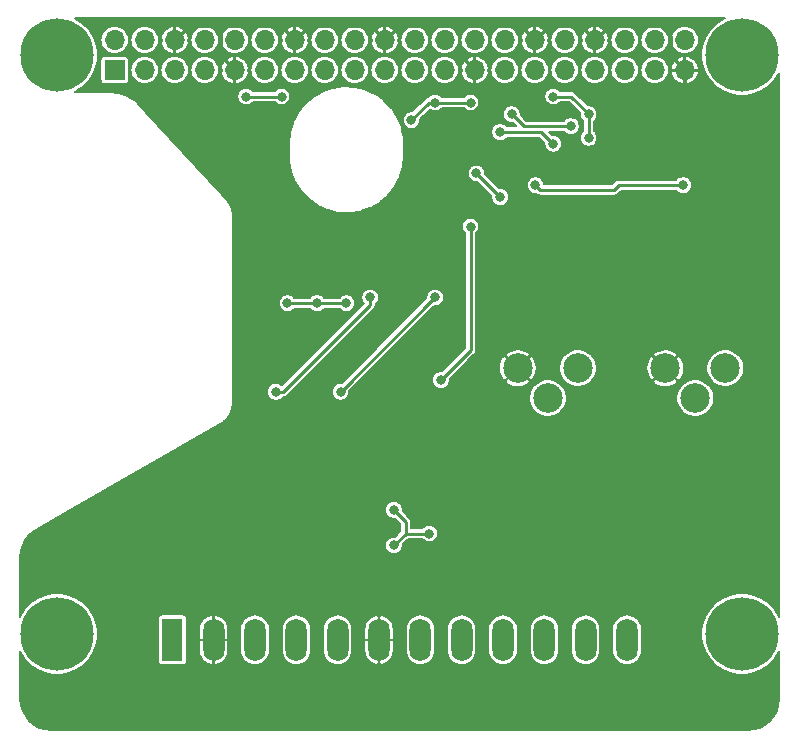
<source format=gbr>
G04 #@! TF.GenerationSoftware,KiCad,Pcbnew,(5.1.0-rc2-10-g13249b723)*
G04 #@! TF.CreationDate,2019-03-10T20:32:50+01:00*
G04 #@! TF.ProjectId,authbox-relay-driver,61757468-626f-4782-9d72-656c61792d64,rev?*
G04 #@! TF.SameCoordinates,Original*
G04 #@! TF.FileFunction,Copper,L2,Bot*
G04 #@! TF.FilePolarity,Positive*
%FSLAX46Y46*%
G04 Gerber Fmt 4.6, Leading zero omitted, Abs format (unit mm)*
G04 Created by KiCad (PCBNEW (5.1.0-rc2-10-g13249b723)) date 2019-03-10 20:32:50*
%MOMM*%
%LPD*%
G04 APERTURE LIST*
%ADD10C,2.500000*%
%ADD11R,1.700000X1.700000*%
%ADD12O,1.700000X1.700000*%
%ADD13O,1.800000X3.600000*%
%ADD14R,1.800000X3.600000*%
%ADD15C,6.200000*%
%ADD16C,0.800000*%
%ADD17C,0.250000*%
%ADD18C,0.200000*%
G04 APERTURE END LIST*
D10*
X168550000Y-116670000D03*
X171090000Y-119210000D03*
X173630000Y-116670000D03*
X156050000Y-116670000D03*
X158590000Y-119210000D03*
X161130000Y-116670000D03*
D11*
X121920000Y-91440000D03*
D12*
X121920000Y-88900000D03*
X124460000Y-91440000D03*
X124460000Y-88900000D03*
X127000000Y-91440000D03*
X127000000Y-88900000D03*
X129540000Y-91440000D03*
X129540000Y-88900000D03*
X132080000Y-91440000D03*
X132080000Y-88900000D03*
X134620000Y-91440000D03*
X134620000Y-88900000D03*
X137160000Y-91440000D03*
X137160000Y-88900000D03*
X139700000Y-91440000D03*
X139700000Y-88900000D03*
X142240000Y-91440000D03*
X142240000Y-88900000D03*
X144780000Y-91440000D03*
X144780000Y-88900000D03*
X147320000Y-91440000D03*
X147320000Y-88900000D03*
X149860000Y-91440000D03*
X149860000Y-88900000D03*
X152400000Y-91440000D03*
X152400000Y-88900000D03*
X154940000Y-91440000D03*
X154940000Y-88900000D03*
X157480000Y-91440000D03*
X157480000Y-88900000D03*
X160020000Y-91440000D03*
X160020000Y-88900000D03*
X162560000Y-91440000D03*
X162560000Y-88900000D03*
X165100000Y-91440000D03*
X165100000Y-88900000D03*
X167640000Y-91440000D03*
X167640000Y-88900000D03*
X170180000Y-91440000D03*
X170180000Y-88900000D03*
D13*
X165300000Y-139670000D03*
X161800000Y-139670000D03*
X158300000Y-139670000D03*
X154800000Y-139670000D03*
X151300000Y-139670000D03*
X147800000Y-139670000D03*
X144300000Y-139670000D03*
X140800000Y-139670000D03*
X137300000Y-139670000D03*
X133800000Y-139670000D03*
X130300000Y-139670000D03*
D14*
X126800000Y-139670000D03*
D15*
X117050000Y-90170000D03*
X117050000Y-139170000D03*
X175050000Y-139170000D03*
X175050000Y-90170000D03*
D16*
X175550000Y-100670000D03*
X147550000Y-127670000D03*
X164550000Y-108170000D03*
X177050000Y-108170000D03*
X160550000Y-111170000D03*
X161550000Y-114670000D03*
X174050000Y-114670000D03*
X173050000Y-111170000D03*
X154550000Y-127170000D03*
X156050000Y-128670000D03*
X168550000Y-128670000D03*
X167050000Y-127170000D03*
X140050000Y-123670000D03*
X134550000Y-123670000D03*
X170050000Y-108670000D03*
X153550000Y-141670000D03*
X171050000Y-141670000D03*
X177550000Y-135170000D03*
X153550000Y-118170000D03*
X163050000Y-100670000D03*
X172050000Y-122170000D03*
X159550000Y-122170000D03*
X147550000Y-120670000D03*
X133050000Y-93670000D03*
X136050000Y-93670000D03*
X157550000Y-101170000D03*
X170050000Y-101170000D03*
X139050000Y-111170000D03*
X136550000Y-111170000D03*
X141550000Y-111170000D03*
X147050000Y-95670000D03*
X149050000Y-94170000D03*
X152050000Y-94170000D03*
X154550000Y-102170000D03*
X152550000Y-100170000D03*
X162050000Y-95170000D03*
X159050000Y-93670000D03*
X162050000Y-97170000D03*
X148550000Y-130670000D03*
X145550000Y-131670000D03*
X145550000Y-128670000D03*
X141050000Y-118670000D03*
X149050000Y-110670000D03*
X135550000Y-118670000D03*
X143550000Y-110670000D03*
X152050000Y-104670000D03*
X149534991Y-117670000D03*
X159050000Y-97670000D03*
X154550000Y-96670000D03*
X160550000Y-96170000D03*
X155550000Y-95170000D03*
D17*
X136310001Y-88050001D02*
X137160000Y-88900000D01*
X135984999Y-87724999D02*
X136310001Y-88050001D01*
X127000000Y-88900000D02*
X128175001Y-87724999D01*
X138335001Y-87724999D02*
X143604999Y-87724999D01*
X143930001Y-88050001D02*
X144780000Y-88900000D01*
X143604999Y-87724999D02*
X143930001Y-88050001D01*
X137160000Y-88900000D02*
X138335001Y-87724999D01*
X156630001Y-88050001D02*
X157480000Y-88900000D01*
X156304999Y-87724999D02*
X156630001Y-88050001D01*
X144780000Y-88900000D02*
X145955001Y-87724999D01*
X151050000Y-90090000D02*
X151050000Y-87724999D01*
X152400000Y-91440000D02*
X151050000Y-90090000D01*
X145955001Y-87724999D02*
X151050000Y-87724999D01*
X151050000Y-87724999D02*
X156304999Y-87724999D01*
X128175001Y-87724999D02*
X131050000Y-87724999D01*
X130904999Y-87870000D02*
X131050000Y-87724999D01*
X130904999Y-90264999D02*
X130904999Y-87870000D01*
X132080000Y-91440000D02*
X130904999Y-90264999D01*
X131050000Y-87724999D02*
X135984999Y-87724999D01*
X170180000Y-91440000D02*
X170180000Y-95300000D01*
X170180000Y-95300000D02*
X175550000Y-100670000D01*
X161710001Y-88050001D02*
X162560000Y-88900000D01*
X161384999Y-87724999D02*
X161710001Y-88050001D01*
X158655001Y-87724999D02*
X161384999Y-87724999D01*
X157480000Y-88900000D02*
X158655001Y-87724999D01*
X169330001Y-90590001D02*
X170180000Y-91440000D01*
X169004999Y-90264999D02*
X169330001Y-90590001D01*
X168204001Y-87724999D02*
X169004999Y-88525997D01*
X169004999Y-88525997D02*
X169004999Y-90264999D01*
X163735001Y-87724999D02*
X168204001Y-87724999D01*
X162560000Y-88900000D02*
X163735001Y-87724999D01*
X133050000Y-93670000D02*
X136050000Y-93670000D01*
X139050000Y-111170000D02*
X136550000Y-111170000D01*
X141550000Y-111170000D02*
X139050000Y-111170000D01*
X148550000Y-94170000D02*
X149050000Y-94170000D01*
X147050000Y-95670000D02*
X148550000Y-94170000D01*
X152050000Y-94170000D02*
X149050000Y-94170000D01*
X152550000Y-100170000D02*
X154550000Y-102170000D01*
X160550000Y-93670000D02*
X162050000Y-95170000D01*
X159050000Y-93670000D02*
X160550000Y-93670000D01*
X162050000Y-95170000D02*
X162050000Y-97170000D01*
X148550000Y-130670000D02*
X146550000Y-130670000D01*
X146550000Y-130670000D02*
X145550000Y-131670000D01*
X164623002Y-101170000D02*
X169484315Y-101170000D01*
X169484315Y-101170000D02*
X170050000Y-101170000D01*
X164223003Y-101569999D02*
X164623002Y-101170000D01*
X157949999Y-101569999D02*
X164223003Y-101569999D01*
X157550000Y-101170000D02*
X157949999Y-101569999D01*
X146550000Y-129670000D02*
X145550000Y-128670000D01*
X146550000Y-130670000D02*
X146550000Y-129670000D01*
X141050000Y-118670000D02*
X149050000Y-110670000D01*
X135550000Y-118670000D02*
X136186410Y-118670000D01*
X143550000Y-111306410D02*
X143550000Y-111235685D01*
X143550000Y-111235685D02*
X143550000Y-110670000D01*
X136186410Y-118670000D02*
X143550000Y-111306410D01*
X152050000Y-115154991D02*
X149934990Y-117270001D01*
X149934990Y-117270001D02*
X149534991Y-117670000D01*
X152050000Y-104670000D02*
X152050000Y-115154991D01*
X159050000Y-97670000D02*
X158050000Y-96670000D01*
X158050000Y-96670000D02*
X154550000Y-96670000D01*
X160550000Y-96170000D02*
X156550000Y-96170000D01*
X156550000Y-96170000D02*
X155550000Y-95170000D01*
D18*
G36*
X173415812Y-87112650D02*
G01*
X172850753Y-87490210D01*
X172370210Y-87970753D01*
X171992650Y-88535812D01*
X171732582Y-89163672D01*
X171600000Y-89830205D01*
X171600000Y-90509795D01*
X171732582Y-91176328D01*
X171992650Y-91804188D01*
X172370210Y-92369247D01*
X172850753Y-92849790D01*
X173415812Y-93227350D01*
X174043672Y-93487418D01*
X174710205Y-93620000D01*
X175389795Y-93620000D01*
X176056328Y-93487418D01*
X176684188Y-93227350D01*
X177249247Y-92849790D01*
X177729790Y-92369247D01*
X178107350Y-91804188D01*
X178175001Y-91640864D01*
X178175000Y-137699134D01*
X178107350Y-137535812D01*
X177729790Y-136970753D01*
X177249247Y-136490210D01*
X176684188Y-136112650D01*
X176056328Y-135852582D01*
X175389795Y-135720000D01*
X174710205Y-135720000D01*
X174043672Y-135852582D01*
X173415812Y-136112650D01*
X172850753Y-136490210D01*
X172370210Y-136970753D01*
X171992650Y-137535812D01*
X171732582Y-138163672D01*
X171600000Y-138830205D01*
X171600000Y-139509795D01*
X171732582Y-140176328D01*
X171992650Y-140804188D01*
X172370210Y-141369247D01*
X172850753Y-141849790D01*
X173415812Y-142227350D01*
X174043672Y-142487418D01*
X174710205Y-142620000D01*
X175389795Y-142620000D01*
X176056328Y-142487418D01*
X176684188Y-142227350D01*
X177249247Y-141849790D01*
X177729790Y-141369247D01*
X178107350Y-140804188D01*
X178175000Y-140640866D01*
X178175000Y-144651663D01*
X178123243Y-145179514D01*
X177975270Y-145669626D01*
X177734918Y-146121661D01*
X177411346Y-146518399D01*
X177016877Y-146844733D01*
X176566532Y-147088233D01*
X176077470Y-147239623D01*
X175550640Y-147294995D01*
X175549267Y-147295000D01*
X116568337Y-147295000D01*
X116040486Y-147243243D01*
X115550374Y-147095270D01*
X115098339Y-146854918D01*
X114701601Y-146531346D01*
X114375267Y-146136877D01*
X114131767Y-145686532D01*
X113980377Y-145197470D01*
X113925005Y-144670640D01*
X113925000Y-144669267D01*
X113925000Y-140640866D01*
X113992650Y-140804188D01*
X114370210Y-141369247D01*
X114850753Y-141849790D01*
X115415812Y-142227350D01*
X116043672Y-142487418D01*
X116710205Y-142620000D01*
X117389795Y-142620000D01*
X118056328Y-142487418D01*
X118684188Y-142227350D01*
X119249247Y-141849790D01*
X119729790Y-141369247D01*
X120107350Y-140804188D01*
X120367418Y-140176328D01*
X120500000Y-139509795D01*
X120500000Y-138830205D01*
X120367418Y-138163672D01*
X120245776Y-137870000D01*
X125548307Y-137870000D01*
X125548307Y-141470000D01*
X125555065Y-141538612D01*
X125575078Y-141604587D01*
X125607578Y-141665390D01*
X125651315Y-141718685D01*
X125704610Y-141762422D01*
X125765413Y-141794922D01*
X125831388Y-141814935D01*
X125900000Y-141821693D01*
X127700000Y-141821693D01*
X127768612Y-141814935D01*
X127834587Y-141794922D01*
X127895390Y-141762422D01*
X127948685Y-141718685D01*
X127992422Y-141665390D01*
X128024922Y-141604587D01*
X128044935Y-141538612D01*
X128051693Y-141470000D01*
X128051693Y-139695000D01*
X129050000Y-139695000D01*
X129050000Y-140595000D01*
X129078896Y-140838383D01*
X129154718Y-141071452D01*
X129274553Y-141285250D01*
X129433795Y-141471561D01*
X129626325Y-141623226D01*
X129844744Y-141734416D01*
X130079804Y-141800453D01*
X130275000Y-141732231D01*
X130275000Y-139695000D01*
X130325000Y-139695000D01*
X130325000Y-141732231D01*
X130520196Y-141800453D01*
X130755256Y-141734416D01*
X130973675Y-141623226D01*
X131166205Y-141471561D01*
X131325447Y-141285250D01*
X131445282Y-141071452D01*
X131521104Y-140838383D01*
X131550000Y-140595000D01*
X131550000Y-139695000D01*
X130325000Y-139695000D01*
X130275000Y-139695000D01*
X129050000Y-139695000D01*
X128051693Y-139695000D01*
X128051693Y-138745000D01*
X129050000Y-138745000D01*
X129050000Y-139645000D01*
X130275000Y-139645000D01*
X130275000Y-137607769D01*
X130325000Y-137607769D01*
X130325000Y-139645000D01*
X131550000Y-139645000D01*
X131550000Y-138745000D01*
X131545678Y-138708596D01*
X132550000Y-138708596D01*
X132550000Y-140631405D01*
X132568088Y-140815043D01*
X132639564Y-141050669D01*
X132755635Y-141267823D01*
X132911841Y-141458160D01*
X133102178Y-141614366D01*
X133319332Y-141730437D01*
X133554958Y-141801913D01*
X133800000Y-141826048D01*
X134045043Y-141801913D01*
X134280669Y-141730437D01*
X134497823Y-141614366D01*
X134688160Y-141458160D01*
X134844366Y-141267823D01*
X134960437Y-141050669D01*
X135031913Y-140815043D01*
X135050000Y-140631405D01*
X135050000Y-138708596D01*
X136050000Y-138708596D01*
X136050000Y-140631405D01*
X136068088Y-140815043D01*
X136139564Y-141050669D01*
X136255635Y-141267823D01*
X136411841Y-141458160D01*
X136602178Y-141614366D01*
X136819332Y-141730437D01*
X137054958Y-141801913D01*
X137300000Y-141826048D01*
X137545043Y-141801913D01*
X137780669Y-141730437D01*
X137997823Y-141614366D01*
X138188160Y-141458160D01*
X138344366Y-141267823D01*
X138460437Y-141050669D01*
X138531913Y-140815043D01*
X138550000Y-140631405D01*
X138550000Y-138708596D01*
X139550000Y-138708596D01*
X139550000Y-140631405D01*
X139568088Y-140815043D01*
X139639564Y-141050669D01*
X139755635Y-141267823D01*
X139911841Y-141458160D01*
X140102178Y-141614366D01*
X140319332Y-141730437D01*
X140554958Y-141801913D01*
X140800000Y-141826048D01*
X141045043Y-141801913D01*
X141280669Y-141730437D01*
X141497823Y-141614366D01*
X141688160Y-141458160D01*
X141844366Y-141267823D01*
X141960437Y-141050669D01*
X142031913Y-140815043D01*
X142050000Y-140631405D01*
X142050000Y-139695000D01*
X143050000Y-139695000D01*
X143050000Y-140595000D01*
X143078896Y-140838383D01*
X143154718Y-141071452D01*
X143274553Y-141285250D01*
X143433795Y-141471561D01*
X143626325Y-141623226D01*
X143844744Y-141734416D01*
X144079804Y-141800453D01*
X144275000Y-141732231D01*
X144275000Y-139695000D01*
X144325000Y-139695000D01*
X144325000Y-141732231D01*
X144520196Y-141800453D01*
X144755256Y-141734416D01*
X144973675Y-141623226D01*
X145166205Y-141471561D01*
X145325447Y-141285250D01*
X145445282Y-141071452D01*
X145521104Y-140838383D01*
X145550000Y-140595000D01*
X145550000Y-139695000D01*
X144325000Y-139695000D01*
X144275000Y-139695000D01*
X143050000Y-139695000D01*
X142050000Y-139695000D01*
X142050000Y-138745000D01*
X143050000Y-138745000D01*
X143050000Y-139645000D01*
X144275000Y-139645000D01*
X144275000Y-137607769D01*
X144325000Y-137607769D01*
X144325000Y-139645000D01*
X145550000Y-139645000D01*
X145550000Y-138745000D01*
X145545678Y-138708596D01*
X146550000Y-138708596D01*
X146550000Y-140631405D01*
X146568088Y-140815043D01*
X146639564Y-141050669D01*
X146755635Y-141267823D01*
X146911841Y-141458160D01*
X147102178Y-141614366D01*
X147319332Y-141730437D01*
X147554958Y-141801913D01*
X147800000Y-141826048D01*
X148045043Y-141801913D01*
X148280669Y-141730437D01*
X148497823Y-141614366D01*
X148688160Y-141458160D01*
X148844366Y-141267823D01*
X148960437Y-141050669D01*
X149031913Y-140815043D01*
X149050000Y-140631405D01*
X149050000Y-138708596D01*
X150050000Y-138708596D01*
X150050000Y-140631405D01*
X150068088Y-140815043D01*
X150139564Y-141050669D01*
X150255635Y-141267823D01*
X150411841Y-141458160D01*
X150602178Y-141614366D01*
X150819332Y-141730437D01*
X151054958Y-141801913D01*
X151300000Y-141826048D01*
X151545043Y-141801913D01*
X151780669Y-141730437D01*
X151997823Y-141614366D01*
X152188160Y-141458160D01*
X152344366Y-141267823D01*
X152460437Y-141050669D01*
X152531913Y-140815043D01*
X152550000Y-140631405D01*
X152550000Y-138708596D01*
X153550000Y-138708596D01*
X153550000Y-140631405D01*
X153568088Y-140815043D01*
X153639564Y-141050669D01*
X153755635Y-141267823D01*
X153911841Y-141458160D01*
X154102178Y-141614366D01*
X154319332Y-141730437D01*
X154554958Y-141801913D01*
X154800000Y-141826048D01*
X155045043Y-141801913D01*
X155280669Y-141730437D01*
X155497823Y-141614366D01*
X155688160Y-141458160D01*
X155844366Y-141267823D01*
X155960437Y-141050669D01*
X156031913Y-140815043D01*
X156050000Y-140631405D01*
X156050000Y-138708596D01*
X157050000Y-138708596D01*
X157050000Y-140631405D01*
X157068088Y-140815043D01*
X157139564Y-141050669D01*
X157255635Y-141267823D01*
X157411841Y-141458160D01*
X157602178Y-141614366D01*
X157819332Y-141730437D01*
X158054958Y-141801913D01*
X158300000Y-141826048D01*
X158545043Y-141801913D01*
X158780669Y-141730437D01*
X158997823Y-141614366D01*
X159188160Y-141458160D01*
X159344366Y-141267823D01*
X159460437Y-141050669D01*
X159531913Y-140815043D01*
X159550000Y-140631405D01*
X159550000Y-138708596D01*
X160550000Y-138708596D01*
X160550000Y-140631405D01*
X160568088Y-140815043D01*
X160639564Y-141050669D01*
X160755635Y-141267823D01*
X160911841Y-141458160D01*
X161102178Y-141614366D01*
X161319332Y-141730437D01*
X161554958Y-141801913D01*
X161800000Y-141826048D01*
X162045043Y-141801913D01*
X162280669Y-141730437D01*
X162497823Y-141614366D01*
X162688160Y-141458160D01*
X162844366Y-141267823D01*
X162960437Y-141050669D01*
X163031913Y-140815043D01*
X163050000Y-140631405D01*
X163050000Y-138708596D01*
X164050000Y-138708596D01*
X164050000Y-140631405D01*
X164068088Y-140815043D01*
X164139564Y-141050669D01*
X164255635Y-141267823D01*
X164411841Y-141458160D01*
X164602178Y-141614366D01*
X164819332Y-141730437D01*
X165054958Y-141801913D01*
X165300000Y-141826048D01*
X165545043Y-141801913D01*
X165780669Y-141730437D01*
X165997823Y-141614366D01*
X166188160Y-141458160D01*
X166344366Y-141267823D01*
X166460437Y-141050669D01*
X166531913Y-140815043D01*
X166550000Y-140631405D01*
X166550000Y-138708595D01*
X166531913Y-138524957D01*
X166460437Y-138289331D01*
X166344366Y-138072177D01*
X166188160Y-137881840D01*
X165997822Y-137725634D01*
X165780668Y-137609563D01*
X165545042Y-137538087D01*
X165300000Y-137513952D01*
X165054957Y-137538087D01*
X164819331Y-137609563D01*
X164602177Y-137725634D01*
X164411840Y-137881840D01*
X164255634Y-138072178D01*
X164139563Y-138289332D01*
X164068087Y-138524958D01*
X164050000Y-138708596D01*
X163050000Y-138708596D01*
X163050000Y-138708595D01*
X163031913Y-138524957D01*
X162960437Y-138289331D01*
X162844366Y-138072177D01*
X162688160Y-137881840D01*
X162497822Y-137725634D01*
X162280668Y-137609563D01*
X162045042Y-137538087D01*
X161800000Y-137513952D01*
X161554957Y-137538087D01*
X161319331Y-137609563D01*
X161102177Y-137725634D01*
X160911840Y-137881840D01*
X160755634Y-138072178D01*
X160639563Y-138289332D01*
X160568087Y-138524958D01*
X160550000Y-138708596D01*
X159550000Y-138708596D01*
X159550000Y-138708595D01*
X159531913Y-138524957D01*
X159460437Y-138289331D01*
X159344366Y-138072177D01*
X159188160Y-137881840D01*
X158997822Y-137725634D01*
X158780668Y-137609563D01*
X158545042Y-137538087D01*
X158300000Y-137513952D01*
X158054957Y-137538087D01*
X157819331Y-137609563D01*
X157602177Y-137725634D01*
X157411840Y-137881840D01*
X157255634Y-138072178D01*
X157139563Y-138289332D01*
X157068087Y-138524958D01*
X157050000Y-138708596D01*
X156050000Y-138708596D01*
X156050000Y-138708595D01*
X156031913Y-138524957D01*
X155960437Y-138289331D01*
X155844366Y-138072177D01*
X155688160Y-137881840D01*
X155497822Y-137725634D01*
X155280668Y-137609563D01*
X155045042Y-137538087D01*
X154800000Y-137513952D01*
X154554957Y-137538087D01*
X154319331Y-137609563D01*
X154102177Y-137725634D01*
X153911840Y-137881840D01*
X153755634Y-138072178D01*
X153639563Y-138289332D01*
X153568087Y-138524958D01*
X153550000Y-138708596D01*
X152550000Y-138708596D01*
X152550000Y-138708595D01*
X152531913Y-138524957D01*
X152460437Y-138289331D01*
X152344366Y-138072177D01*
X152188160Y-137881840D01*
X151997822Y-137725634D01*
X151780668Y-137609563D01*
X151545042Y-137538087D01*
X151300000Y-137513952D01*
X151054957Y-137538087D01*
X150819331Y-137609563D01*
X150602177Y-137725634D01*
X150411840Y-137881840D01*
X150255634Y-138072178D01*
X150139563Y-138289332D01*
X150068087Y-138524958D01*
X150050000Y-138708596D01*
X149050000Y-138708596D01*
X149050000Y-138708595D01*
X149031913Y-138524957D01*
X148960437Y-138289331D01*
X148844366Y-138072177D01*
X148688160Y-137881840D01*
X148497822Y-137725634D01*
X148280668Y-137609563D01*
X148045042Y-137538087D01*
X147800000Y-137513952D01*
X147554957Y-137538087D01*
X147319331Y-137609563D01*
X147102177Y-137725634D01*
X146911840Y-137881840D01*
X146755634Y-138072178D01*
X146639563Y-138289332D01*
X146568087Y-138524958D01*
X146550000Y-138708596D01*
X145545678Y-138708596D01*
X145521104Y-138501617D01*
X145445282Y-138268548D01*
X145325447Y-138054750D01*
X145166205Y-137868439D01*
X144973675Y-137716774D01*
X144755256Y-137605584D01*
X144520196Y-137539547D01*
X144325000Y-137607769D01*
X144275000Y-137607769D01*
X144079804Y-137539547D01*
X143844744Y-137605584D01*
X143626325Y-137716774D01*
X143433795Y-137868439D01*
X143274553Y-138054750D01*
X143154718Y-138268548D01*
X143078896Y-138501617D01*
X143050000Y-138745000D01*
X142050000Y-138745000D01*
X142050000Y-138708595D01*
X142031913Y-138524957D01*
X141960437Y-138289331D01*
X141844366Y-138072177D01*
X141688160Y-137881840D01*
X141497822Y-137725634D01*
X141280668Y-137609563D01*
X141045042Y-137538087D01*
X140800000Y-137513952D01*
X140554957Y-137538087D01*
X140319331Y-137609563D01*
X140102177Y-137725634D01*
X139911840Y-137881840D01*
X139755634Y-138072178D01*
X139639563Y-138289332D01*
X139568087Y-138524958D01*
X139550000Y-138708596D01*
X138550000Y-138708596D01*
X138550000Y-138708595D01*
X138531913Y-138524957D01*
X138460437Y-138289331D01*
X138344366Y-138072177D01*
X138188160Y-137881840D01*
X137997822Y-137725634D01*
X137780668Y-137609563D01*
X137545042Y-137538087D01*
X137300000Y-137513952D01*
X137054957Y-137538087D01*
X136819331Y-137609563D01*
X136602177Y-137725634D01*
X136411840Y-137881840D01*
X136255634Y-138072178D01*
X136139563Y-138289332D01*
X136068087Y-138524958D01*
X136050000Y-138708596D01*
X135050000Y-138708596D01*
X135050000Y-138708595D01*
X135031913Y-138524957D01*
X134960437Y-138289331D01*
X134844366Y-138072177D01*
X134688160Y-137881840D01*
X134497822Y-137725634D01*
X134280668Y-137609563D01*
X134045042Y-137538087D01*
X133800000Y-137513952D01*
X133554957Y-137538087D01*
X133319331Y-137609563D01*
X133102177Y-137725634D01*
X132911840Y-137881840D01*
X132755634Y-138072178D01*
X132639563Y-138289332D01*
X132568087Y-138524958D01*
X132550000Y-138708596D01*
X131545678Y-138708596D01*
X131521104Y-138501617D01*
X131445282Y-138268548D01*
X131325447Y-138054750D01*
X131166205Y-137868439D01*
X130973675Y-137716774D01*
X130755256Y-137605584D01*
X130520196Y-137539547D01*
X130325000Y-137607769D01*
X130275000Y-137607769D01*
X130079804Y-137539547D01*
X129844744Y-137605584D01*
X129626325Y-137716774D01*
X129433795Y-137868439D01*
X129274553Y-138054750D01*
X129154718Y-138268548D01*
X129078896Y-138501617D01*
X129050000Y-138745000D01*
X128051693Y-138745000D01*
X128051693Y-137870000D01*
X128044935Y-137801388D01*
X128024922Y-137735413D01*
X127992422Y-137674610D01*
X127948685Y-137621315D01*
X127895390Y-137577578D01*
X127834587Y-137545078D01*
X127768612Y-137525065D01*
X127700000Y-137518307D01*
X125900000Y-137518307D01*
X125831388Y-137525065D01*
X125765413Y-137545078D01*
X125704610Y-137577578D01*
X125651315Y-137621315D01*
X125607578Y-137674610D01*
X125575078Y-137735413D01*
X125555065Y-137801388D01*
X125548307Y-137870000D01*
X120245776Y-137870000D01*
X120107350Y-137535812D01*
X119729790Y-136970753D01*
X119249247Y-136490210D01*
X118684188Y-136112650D01*
X118056328Y-135852582D01*
X117389795Y-135720000D01*
X116710205Y-135720000D01*
X116043672Y-135852582D01*
X115415812Y-136112650D01*
X114850753Y-136490210D01*
X114370210Y-136970753D01*
X113992650Y-137535812D01*
X113925000Y-137699134D01*
X113925000Y-132681605D01*
X113976757Y-132153753D01*
X114124729Y-131663645D01*
X114365080Y-131211608D01*
X114688654Y-130814868D01*
X115092258Y-130480977D01*
X115243217Y-130386648D01*
X118343499Y-128596131D01*
X144800000Y-128596131D01*
X144800000Y-128743869D01*
X144828822Y-128888767D01*
X144885359Y-129025258D01*
X144967437Y-129148097D01*
X145071903Y-129252563D01*
X145194742Y-129334641D01*
X145331233Y-129391178D01*
X145476131Y-129420000D01*
X145623869Y-129420000D01*
X145627522Y-129419273D01*
X146075001Y-129866752D01*
X146075000Y-130473248D01*
X145627522Y-130920727D01*
X145623869Y-130920000D01*
X145476131Y-130920000D01*
X145331233Y-130948822D01*
X145194742Y-131005359D01*
X145071903Y-131087437D01*
X144967437Y-131191903D01*
X144885359Y-131314742D01*
X144828822Y-131451233D01*
X144800000Y-131596131D01*
X144800000Y-131743869D01*
X144828822Y-131888767D01*
X144885359Y-132025258D01*
X144967437Y-132148097D01*
X145071903Y-132252563D01*
X145194742Y-132334641D01*
X145331233Y-132391178D01*
X145476131Y-132420000D01*
X145623869Y-132420000D01*
X145768767Y-132391178D01*
X145905258Y-132334641D01*
X146028097Y-132252563D01*
X146132563Y-132148097D01*
X146214641Y-132025258D01*
X146271178Y-131888767D01*
X146300000Y-131743869D01*
X146300000Y-131596131D01*
X146299273Y-131592478D01*
X146746752Y-131145000D01*
X147965368Y-131145000D01*
X147967437Y-131148097D01*
X148071903Y-131252563D01*
X148194742Y-131334641D01*
X148331233Y-131391178D01*
X148476131Y-131420000D01*
X148623869Y-131420000D01*
X148768767Y-131391178D01*
X148905258Y-131334641D01*
X149028097Y-131252563D01*
X149132563Y-131148097D01*
X149214641Y-131025258D01*
X149271178Y-130888767D01*
X149300000Y-130743869D01*
X149300000Y-130596131D01*
X149271178Y-130451233D01*
X149214641Y-130314742D01*
X149132563Y-130191903D01*
X149028097Y-130087437D01*
X148905258Y-130005359D01*
X148768767Y-129948822D01*
X148623869Y-129920000D01*
X148476131Y-129920000D01*
X148331233Y-129948822D01*
X148194742Y-130005359D01*
X148071903Y-130087437D01*
X147967437Y-130191903D01*
X147965368Y-130195000D01*
X147025000Y-130195000D01*
X147025000Y-129693332D01*
X147027298Y-129670000D01*
X147018127Y-129576884D01*
X146990966Y-129487346D01*
X146946859Y-129404827D01*
X146902374Y-129350622D01*
X146887501Y-129332499D01*
X146869377Y-129317625D01*
X146299273Y-128747522D01*
X146300000Y-128743869D01*
X146300000Y-128596131D01*
X146271178Y-128451233D01*
X146214641Y-128314742D01*
X146132563Y-128191903D01*
X146028097Y-128087437D01*
X145905258Y-128005359D01*
X145768767Y-127948822D01*
X145623869Y-127920000D01*
X145476131Y-127920000D01*
X145331233Y-127948822D01*
X145194742Y-128005359D01*
X145071903Y-128087437D01*
X144967437Y-128191903D01*
X144885359Y-128314742D01*
X144828822Y-128451233D01*
X144800000Y-128596131D01*
X118343499Y-128596131D01*
X131003494Y-121284560D01*
X131008799Y-121280758D01*
X131087510Y-121231573D01*
X131105143Y-121217994D01*
X131123765Y-121205808D01*
X131127823Y-121202499D01*
X131353390Y-121015894D01*
X131377369Y-120991747D01*
X131401622Y-120967996D01*
X131404960Y-120963962D01*
X131589986Y-120737098D01*
X131608815Y-120708758D01*
X131627996Y-120680745D01*
X131630487Y-120676139D01*
X131767924Y-120417658D01*
X131780890Y-120386201D01*
X131794265Y-120354995D01*
X131795814Y-120349993D01*
X131880428Y-120069739D01*
X131887033Y-120036378D01*
X131894096Y-120003153D01*
X131894643Y-119997945D01*
X131922982Y-119708914D01*
X131925001Y-119688418D01*
X131925001Y-118596131D01*
X134800000Y-118596131D01*
X134800000Y-118743869D01*
X134828822Y-118888767D01*
X134885359Y-119025258D01*
X134967437Y-119148097D01*
X135071903Y-119252563D01*
X135194742Y-119334641D01*
X135331233Y-119391178D01*
X135476131Y-119420000D01*
X135623869Y-119420000D01*
X135768767Y-119391178D01*
X135905258Y-119334641D01*
X136028097Y-119252563D01*
X136132563Y-119148097D01*
X136134632Y-119145000D01*
X136163078Y-119145000D01*
X136186410Y-119147298D01*
X136209742Y-119145000D01*
X136279526Y-119138127D01*
X136369064Y-119110966D01*
X136451583Y-119066859D01*
X136523911Y-119007501D01*
X136538794Y-118989366D01*
X136932029Y-118596131D01*
X140300000Y-118596131D01*
X140300000Y-118743869D01*
X140328822Y-118888767D01*
X140385359Y-119025258D01*
X140467437Y-119148097D01*
X140571903Y-119252563D01*
X140694742Y-119334641D01*
X140831233Y-119391178D01*
X140976131Y-119420000D01*
X141123869Y-119420000D01*
X141268767Y-119391178D01*
X141405258Y-119334641D01*
X141528097Y-119252563D01*
X141632563Y-119148097D01*
X141696496Y-119052414D01*
X156990000Y-119052414D01*
X156990000Y-119367586D01*
X157051487Y-119676703D01*
X157172098Y-119967884D01*
X157347199Y-120229941D01*
X157570059Y-120452801D01*
X157832116Y-120627902D01*
X158123297Y-120748513D01*
X158432414Y-120810000D01*
X158747586Y-120810000D01*
X159056703Y-120748513D01*
X159347884Y-120627902D01*
X159609941Y-120452801D01*
X159832801Y-120229941D01*
X160007902Y-119967884D01*
X160128513Y-119676703D01*
X160190000Y-119367586D01*
X160190000Y-119052414D01*
X169490000Y-119052414D01*
X169490000Y-119367586D01*
X169551487Y-119676703D01*
X169672098Y-119967884D01*
X169847199Y-120229941D01*
X170070059Y-120452801D01*
X170332116Y-120627902D01*
X170623297Y-120748513D01*
X170932414Y-120810000D01*
X171247586Y-120810000D01*
X171556703Y-120748513D01*
X171847884Y-120627902D01*
X172109941Y-120452801D01*
X172332801Y-120229941D01*
X172507902Y-119967884D01*
X172628513Y-119676703D01*
X172690000Y-119367586D01*
X172690000Y-119052414D01*
X172628513Y-118743297D01*
X172507902Y-118452116D01*
X172332801Y-118190059D01*
X172109941Y-117967199D01*
X171847884Y-117792098D01*
X171556703Y-117671487D01*
X171247586Y-117610000D01*
X170932414Y-117610000D01*
X170623297Y-117671487D01*
X170332116Y-117792098D01*
X170070059Y-117967199D01*
X169847199Y-118190059D01*
X169672098Y-118452116D01*
X169551487Y-118743297D01*
X169490000Y-119052414D01*
X160190000Y-119052414D01*
X160128513Y-118743297D01*
X160007902Y-118452116D01*
X159832801Y-118190059D01*
X159609941Y-117967199D01*
X159347884Y-117792098D01*
X159056703Y-117671487D01*
X158747586Y-117610000D01*
X158432414Y-117610000D01*
X158123297Y-117671487D01*
X157832116Y-117792098D01*
X157570059Y-117967199D01*
X157347199Y-118190059D01*
X157172098Y-118452116D01*
X157051487Y-118743297D01*
X156990000Y-119052414D01*
X141696496Y-119052414D01*
X141714641Y-119025258D01*
X141771178Y-118888767D01*
X141800000Y-118743869D01*
X141800000Y-118596131D01*
X141799273Y-118592477D01*
X142795619Y-117596131D01*
X148784991Y-117596131D01*
X148784991Y-117743869D01*
X148813813Y-117888767D01*
X148870350Y-118025258D01*
X148952428Y-118148097D01*
X149056894Y-118252563D01*
X149179733Y-118334641D01*
X149316224Y-118391178D01*
X149461122Y-118420000D01*
X149608860Y-118420000D01*
X149753758Y-118391178D01*
X149890249Y-118334641D01*
X150013088Y-118252563D01*
X150117554Y-118148097D01*
X150199632Y-118025258D01*
X150256169Y-117888767D01*
X150281284Y-117762505D01*
X154992850Y-117762505D01*
X155125332Y-117985229D01*
X155399688Y-118140351D01*
X155699035Y-118238968D01*
X156011869Y-118277290D01*
X156326168Y-118253846D01*
X156629855Y-118169535D01*
X156911258Y-118027598D01*
X156974668Y-117985229D01*
X157107150Y-117762505D01*
X156050000Y-116705355D01*
X154992850Y-117762505D01*
X150281284Y-117762505D01*
X150284991Y-117743869D01*
X150284991Y-117596131D01*
X150284264Y-117592478D01*
X150287363Y-117589379D01*
X150287367Y-117589374D01*
X151244872Y-116631869D01*
X154442710Y-116631869D01*
X154466154Y-116946168D01*
X154550465Y-117249855D01*
X154692402Y-117531258D01*
X154734771Y-117594668D01*
X154957495Y-117727150D01*
X156014645Y-116670000D01*
X156085355Y-116670000D01*
X157142505Y-117727150D01*
X157365229Y-117594668D01*
X157520351Y-117320312D01*
X157618968Y-117020965D01*
X157657290Y-116708131D01*
X157642692Y-116512414D01*
X159530000Y-116512414D01*
X159530000Y-116827586D01*
X159591487Y-117136703D01*
X159712098Y-117427884D01*
X159887199Y-117689941D01*
X160110059Y-117912801D01*
X160372116Y-118087902D01*
X160663297Y-118208513D01*
X160972414Y-118270000D01*
X161287586Y-118270000D01*
X161596703Y-118208513D01*
X161887884Y-118087902D01*
X162149941Y-117912801D01*
X162300237Y-117762505D01*
X167492850Y-117762505D01*
X167625332Y-117985229D01*
X167899688Y-118140351D01*
X168199035Y-118238968D01*
X168511869Y-118277290D01*
X168826168Y-118253846D01*
X169129855Y-118169535D01*
X169411258Y-118027598D01*
X169474668Y-117985229D01*
X169607150Y-117762505D01*
X168550000Y-116705355D01*
X167492850Y-117762505D01*
X162300237Y-117762505D01*
X162372801Y-117689941D01*
X162547902Y-117427884D01*
X162668513Y-117136703D01*
X162730000Y-116827586D01*
X162730000Y-116631869D01*
X166942710Y-116631869D01*
X166966154Y-116946168D01*
X167050465Y-117249855D01*
X167192402Y-117531258D01*
X167234771Y-117594668D01*
X167457495Y-117727150D01*
X168514645Y-116670000D01*
X168585355Y-116670000D01*
X169642505Y-117727150D01*
X169865229Y-117594668D01*
X170020351Y-117320312D01*
X170118968Y-117020965D01*
X170157290Y-116708131D01*
X170142692Y-116512414D01*
X172030000Y-116512414D01*
X172030000Y-116827586D01*
X172091487Y-117136703D01*
X172212098Y-117427884D01*
X172387199Y-117689941D01*
X172610059Y-117912801D01*
X172872116Y-118087902D01*
X173163297Y-118208513D01*
X173472414Y-118270000D01*
X173787586Y-118270000D01*
X174096703Y-118208513D01*
X174387884Y-118087902D01*
X174649941Y-117912801D01*
X174872801Y-117689941D01*
X175047902Y-117427884D01*
X175168513Y-117136703D01*
X175230000Y-116827586D01*
X175230000Y-116512414D01*
X175168513Y-116203297D01*
X175047902Y-115912116D01*
X174872801Y-115650059D01*
X174649941Y-115427199D01*
X174387884Y-115252098D01*
X174096703Y-115131487D01*
X173787586Y-115070000D01*
X173472414Y-115070000D01*
X173163297Y-115131487D01*
X172872116Y-115252098D01*
X172610059Y-115427199D01*
X172387199Y-115650059D01*
X172212098Y-115912116D01*
X172091487Y-116203297D01*
X172030000Y-116512414D01*
X170142692Y-116512414D01*
X170133846Y-116393832D01*
X170049535Y-116090145D01*
X169907598Y-115808742D01*
X169865229Y-115745332D01*
X169642505Y-115612850D01*
X168585355Y-116670000D01*
X168514645Y-116670000D01*
X167457495Y-115612850D01*
X167234771Y-115745332D01*
X167079649Y-116019688D01*
X166981032Y-116319035D01*
X166942710Y-116631869D01*
X162730000Y-116631869D01*
X162730000Y-116512414D01*
X162668513Y-116203297D01*
X162547902Y-115912116D01*
X162372801Y-115650059D01*
X162300237Y-115577495D01*
X167492850Y-115577495D01*
X168550000Y-116634645D01*
X169607150Y-115577495D01*
X169474668Y-115354771D01*
X169200312Y-115199649D01*
X168900965Y-115101032D01*
X168588131Y-115062710D01*
X168273832Y-115086154D01*
X167970145Y-115170465D01*
X167688742Y-115312402D01*
X167625332Y-115354771D01*
X167492850Y-115577495D01*
X162300237Y-115577495D01*
X162149941Y-115427199D01*
X161887884Y-115252098D01*
X161596703Y-115131487D01*
X161287586Y-115070000D01*
X160972414Y-115070000D01*
X160663297Y-115131487D01*
X160372116Y-115252098D01*
X160110059Y-115427199D01*
X159887199Y-115650059D01*
X159712098Y-115912116D01*
X159591487Y-116203297D01*
X159530000Y-116512414D01*
X157642692Y-116512414D01*
X157633846Y-116393832D01*
X157549535Y-116090145D01*
X157407598Y-115808742D01*
X157365229Y-115745332D01*
X157142505Y-115612850D01*
X156085355Y-116670000D01*
X156014645Y-116670000D01*
X154957495Y-115612850D01*
X154734771Y-115745332D01*
X154579649Y-116019688D01*
X154481032Y-116319035D01*
X154442710Y-116631869D01*
X151244872Y-116631869D01*
X152299247Y-115577495D01*
X154992850Y-115577495D01*
X156050000Y-116634645D01*
X157107150Y-115577495D01*
X156974668Y-115354771D01*
X156700312Y-115199649D01*
X156400965Y-115101032D01*
X156088131Y-115062710D01*
X155773832Y-115086154D01*
X155470145Y-115170465D01*
X155188742Y-115312402D01*
X155125332Y-115354771D01*
X154992850Y-115577495D01*
X152299247Y-115577495D01*
X152369377Y-115507366D01*
X152387501Y-115492492D01*
X152446859Y-115420164D01*
X152481812Y-115354771D01*
X152490966Y-115337646D01*
X152518127Y-115248107D01*
X152527298Y-115154991D01*
X152525000Y-115131659D01*
X152525000Y-105254632D01*
X152528097Y-105252563D01*
X152632563Y-105148097D01*
X152714641Y-105025258D01*
X152771178Y-104888767D01*
X152800000Y-104743869D01*
X152800000Y-104596131D01*
X152771178Y-104451233D01*
X152714641Y-104314742D01*
X152632563Y-104191903D01*
X152528097Y-104087437D01*
X152405258Y-104005359D01*
X152268767Y-103948822D01*
X152123869Y-103920000D01*
X151976131Y-103920000D01*
X151831233Y-103948822D01*
X151694742Y-104005359D01*
X151571903Y-104087437D01*
X151467437Y-104191903D01*
X151385359Y-104314742D01*
X151328822Y-104451233D01*
X151300000Y-104596131D01*
X151300000Y-104743869D01*
X151328822Y-104888767D01*
X151385359Y-105025258D01*
X151467437Y-105148097D01*
X151571903Y-105252563D01*
X151575000Y-105254632D01*
X151575001Y-114958238D01*
X149615617Y-116917624D01*
X149615612Y-116917628D01*
X149612513Y-116920727D01*
X149608860Y-116920000D01*
X149461122Y-116920000D01*
X149316224Y-116948822D01*
X149179733Y-117005359D01*
X149056894Y-117087437D01*
X148952428Y-117191903D01*
X148870350Y-117314742D01*
X148813813Y-117451233D01*
X148784991Y-117596131D01*
X142795619Y-117596131D01*
X148972478Y-111419273D01*
X148976131Y-111420000D01*
X149123869Y-111420000D01*
X149268767Y-111391178D01*
X149405258Y-111334641D01*
X149528097Y-111252563D01*
X149632563Y-111148097D01*
X149714641Y-111025258D01*
X149771178Y-110888767D01*
X149800000Y-110743869D01*
X149800000Y-110596131D01*
X149771178Y-110451233D01*
X149714641Y-110314742D01*
X149632563Y-110191903D01*
X149528097Y-110087437D01*
X149405258Y-110005359D01*
X149268767Y-109948822D01*
X149123869Y-109920000D01*
X148976131Y-109920000D01*
X148831233Y-109948822D01*
X148694742Y-110005359D01*
X148571903Y-110087437D01*
X148467437Y-110191903D01*
X148385359Y-110314742D01*
X148328822Y-110451233D01*
X148300000Y-110596131D01*
X148300000Y-110743869D01*
X148300727Y-110747522D01*
X141127523Y-117920727D01*
X141123869Y-117920000D01*
X140976131Y-117920000D01*
X140831233Y-117948822D01*
X140694742Y-118005359D01*
X140571903Y-118087437D01*
X140467437Y-118191903D01*
X140385359Y-118314742D01*
X140328822Y-118451233D01*
X140300000Y-118596131D01*
X136932029Y-118596131D01*
X143869377Y-111658785D01*
X143887501Y-111643911D01*
X143946859Y-111571583D01*
X143984662Y-111500858D01*
X143990966Y-111489065D01*
X144018127Y-111399526D01*
X144027298Y-111306410D01*
X144025000Y-111283078D01*
X144025000Y-111254632D01*
X144028097Y-111252563D01*
X144132563Y-111148097D01*
X144214641Y-111025258D01*
X144271178Y-110888767D01*
X144300000Y-110743869D01*
X144300000Y-110596131D01*
X144271178Y-110451233D01*
X144214641Y-110314742D01*
X144132563Y-110191903D01*
X144028097Y-110087437D01*
X143905258Y-110005359D01*
X143768767Y-109948822D01*
X143623869Y-109920000D01*
X143476131Y-109920000D01*
X143331233Y-109948822D01*
X143194742Y-110005359D01*
X143071903Y-110087437D01*
X142967437Y-110191903D01*
X142885359Y-110314742D01*
X142828822Y-110451233D01*
X142800000Y-110596131D01*
X142800000Y-110743869D01*
X142828822Y-110888767D01*
X142885359Y-111025258D01*
X142967437Y-111148097D01*
X143001999Y-111182659D01*
X136062660Y-118122000D01*
X136028097Y-118087437D01*
X135905258Y-118005359D01*
X135768767Y-117948822D01*
X135623869Y-117920000D01*
X135476131Y-117920000D01*
X135331233Y-117948822D01*
X135194742Y-118005359D01*
X135071903Y-118087437D01*
X134967437Y-118191903D01*
X134885359Y-118314742D01*
X134828822Y-118451233D01*
X134800000Y-118596131D01*
X131925001Y-118596131D01*
X131925000Y-111096131D01*
X135800000Y-111096131D01*
X135800000Y-111243869D01*
X135828822Y-111388767D01*
X135885359Y-111525258D01*
X135967437Y-111648097D01*
X136071903Y-111752563D01*
X136194742Y-111834641D01*
X136331233Y-111891178D01*
X136476131Y-111920000D01*
X136623869Y-111920000D01*
X136768767Y-111891178D01*
X136905258Y-111834641D01*
X137028097Y-111752563D01*
X137132563Y-111648097D01*
X137134632Y-111645000D01*
X138465368Y-111645000D01*
X138467437Y-111648097D01*
X138571903Y-111752563D01*
X138694742Y-111834641D01*
X138831233Y-111891178D01*
X138976131Y-111920000D01*
X139123869Y-111920000D01*
X139268767Y-111891178D01*
X139405258Y-111834641D01*
X139528097Y-111752563D01*
X139632563Y-111648097D01*
X139634632Y-111645000D01*
X140965368Y-111645000D01*
X140967437Y-111648097D01*
X141071903Y-111752563D01*
X141194742Y-111834641D01*
X141331233Y-111891178D01*
X141476131Y-111920000D01*
X141623869Y-111920000D01*
X141768767Y-111891178D01*
X141905258Y-111834641D01*
X142028097Y-111752563D01*
X142132563Y-111648097D01*
X142214641Y-111525258D01*
X142271178Y-111388767D01*
X142300000Y-111243869D01*
X142300000Y-111096131D01*
X142271178Y-110951233D01*
X142214641Y-110814742D01*
X142132563Y-110691903D01*
X142028097Y-110587437D01*
X141905258Y-110505359D01*
X141768767Y-110448822D01*
X141623869Y-110420000D01*
X141476131Y-110420000D01*
X141331233Y-110448822D01*
X141194742Y-110505359D01*
X141071903Y-110587437D01*
X140967437Y-110691903D01*
X140965368Y-110695000D01*
X139634632Y-110695000D01*
X139632563Y-110691903D01*
X139528097Y-110587437D01*
X139405258Y-110505359D01*
X139268767Y-110448822D01*
X139123869Y-110420000D01*
X138976131Y-110420000D01*
X138831233Y-110448822D01*
X138694742Y-110505359D01*
X138571903Y-110587437D01*
X138467437Y-110691903D01*
X138465368Y-110695000D01*
X137134632Y-110695000D01*
X137132563Y-110691903D01*
X137028097Y-110587437D01*
X136905258Y-110505359D01*
X136768767Y-110448822D01*
X136623869Y-110420000D01*
X136476131Y-110420000D01*
X136331233Y-110448822D01*
X136194742Y-110505359D01*
X136071903Y-110587437D01*
X135967437Y-110691903D01*
X135885359Y-110814742D01*
X135828822Y-110951233D01*
X135800000Y-111096131D01*
X131925000Y-111096131D01*
X131924999Y-103651581D01*
X131923543Y-103636801D01*
X131904939Y-103403015D01*
X131899548Y-103372903D01*
X131895139Y-103342678D01*
X131893846Y-103337604D01*
X131819560Y-103054437D01*
X131807758Y-103022532D01*
X131796422Y-102990521D01*
X131794168Y-102985795D01*
X131666294Y-102722450D01*
X131648522Y-102693449D01*
X131631183Y-102664248D01*
X131628054Y-102660050D01*
X131628053Y-102660048D01*
X131628050Y-102660045D01*
X131452021Y-102427292D01*
X131440463Y-102411995D01*
X127047956Y-97651582D01*
X136675000Y-97651582D01*
X136675001Y-98688419D01*
X136675899Y-98697534D01*
X136696925Y-99127442D01*
X136698172Y-99136044D01*
X136698172Y-99144739D01*
X136703429Y-99180997D01*
X136867263Y-100019944D01*
X136872195Y-100036593D01*
X136875476Y-100053633D01*
X136887486Y-100088218D01*
X136887494Y-100088244D01*
X136887500Y-100088256D01*
X137207015Y-100881073D01*
X137215002Y-100896481D01*
X137221449Y-100912601D01*
X137239791Y-100944305D01*
X137239796Y-100944315D01*
X137239800Y-100944319D01*
X137703471Y-101662422D01*
X137714233Y-101676050D01*
X137723607Y-101690651D01*
X137747600Y-101718300D01*
X137747619Y-101718324D01*
X137747630Y-101718334D01*
X138338721Y-102335796D01*
X138351866Y-102347142D01*
X138363832Y-102359708D01*
X138392644Y-102382341D01*
X139089841Y-102876897D01*
X139104892Y-102885551D01*
X139119021Y-102895630D01*
X139151593Y-102912406D01*
X139929731Y-103266205D01*
X139946149Y-103271858D01*
X139961927Y-103279082D01*
X139997063Y-103289390D01*
X139997083Y-103289397D01*
X139997093Y-103289398D01*
X140828084Y-103489668D01*
X140845271Y-103492114D01*
X140862134Y-103496225D01*
X140898606Y-103499705D01*
X141752485Y-103539227D01*
X141769826Y-103538379D01*
X141787162Y-103539227D01*
X141823614Y-103535749D01*
X141823633Y-103535748D01*
X141823642Y-103535746D01*
X142669582Y-103413090D01*
X142686448Y-103408979D01*
X142703632Y-103406533D01*
X142738788Y-103396220D01*
X143546280Y-103115811D01*
X143562068Y-103108583D01*
X143578476Y-103102933D01*
X143611039Y-103086162D01*
X143611048Y-103086158D01*
X143611052Y-103086155D01*
X144350947Y-102658116D01*
X144365088Y-102648029D01*
X144380126Y-102639382D01*
X144408928Y-102616759D01*
X144408939Y-102616751D01*
X144408944Y-102616746D01*
X145054548Y-102056518D01*
X145066517Y-102043950D01*
X145079659Y-102032606D01*
X145103661Y-102004946D01*
X145103672Y-102004934D01*
X145103676Y-102004927D01*
X145631698Y-101332727D01*
X145641078Y-101318116D01*
X145651834Y-101304497D01*
X145670181Y-101272784D01*
X146061567Y-100512858D01*
X146068015Y-100496738D01*
X146076002Y-100481329D01*
X146088014Y-100446738D01*
X146088022Y-100446719D01*
X146088024Y-100446709D01*
X146190872Y-100096131D01*
X151800000Y-100096131D01*
X151800000Y-100243869D01*
X151828822Y-100388767D01*
X151885359Y-100525258D01*
X151967437Y-100648097D01*
X152071903Y-100752563D01*
X152194742Y-100834641D01*
X152331233Y-100891178D01*
X152476131Y-100920000D01*
X152623869Y-100920000D01*
X152627523Y-100919273D01*
X153800727Y-102092478D01*
X153800000Y-102096131D01*
X153800000Y-102243869D01*
X153828822Y-102388767D01*
X153885359Y-102525258D01*
X153967437Y-102648097D01*
X154071903Y-102752563D01*
X154194742Y-102834641D01*
X154331233Y-102891178D01*
X154476131Y-102920000D01*
X154623869Y-102920000D01*
X154768767Y-102891178D01*
X154905258Y-102834641D01*
X155028097Y-102752563D01*
X155132563Y-102648097D01*
X155214641Y-102525258D01*
X155271178Y-102388767D01*
X155300000Y-102243869D01*
X155300000Y-102096131D01*
X155271178Y-101951233D01*
X155214641Y-101814742D01*
X155132563Y-101691903D01*
X155028097Y-101587437D01*
X154905258Y-101505359D01*
X154768767Y-101448822D01*
X154623869Y-101420000D01*
X154476131Y-101420000D01*
X154472478Y-101420727D01*
X154147882Y-101096131D01*
X156800000Y-101096131D01*
X156800000Y-101243869D01*
X156828822Y-101388767D01*
X156885359Y-101525258D01*
X156967437Y-101648097D01*
X157071903Y-101752563D01*
X157194742Y-101834641D01*
X157331233Y-101891178D01*
X157476131Y-101920000D01*
X157623869Y-101920000D01*
X157626976Y-101919382D01*
X157684826Y-101966858D01*
X157767345Y-102010965D01*
X157829721Y-102029887D01*
X157856882Y-102038126D01*
X157949998Y-102047297D01*
X157973331Y-102044999D01*
X164199671Y-102044999D01*
X164223003Y-102047297D01*
X164246335Y-102044999D01*
X164288340Y-102040862D01*
X164316119Y-102038126D01*
X164405657Y-102010965D01*
X164488176Y-101966858D01*
X164560504Y-101907500D01*
X164575387Y-101889365D01*
X164819753Y-101645000D01*
X169465368Y-101645000D01*
X169467437Y-101648097D01*
X169571903Y-101752563D01*
X169694742Y-101834641D01*
X169831233Y-101891178D01*
X169976131Y-101920000D01*
X170123869Y-101920000D01*
X170268767Y-101891178D01*
X170405258Y-101834641D01*
X170528097Y-101752563D01*
X170632563Y-101648097D01*
X170714641Y-101525258D01*
X170771178Y-101388767D01*
X170800000Y-101243869D01*
X170800000Y-101096131D01*
X170771178Y-100951233D01*
X170714641Y-100814742D01*
X170632563Y-100691903D01*
X170528097Y-100587437D01*
X170405258Y-100505359D01*
X170268767Y-100448822D01*
X170123869Y-100420000D01*
X169976131Y-100420000D01*
X169831233Y-100448822D01*
X169694742Y-100505359D01*
X169571903Y-100587437D01*
X169467437Y-100691903D01*
X169465368Y-100695000D01*
X164646334Y-100695000D01*
X164623001Y-100692702D01*
X164529885Y-100701873D01*
X164502724Y-100710112D01*
X164440348Y-100729034D01*
X164357829Y-100773141D01*
X164285501Y-100832499D01*
X164270622Y-100850629D01*
X164026253Y-101094999D01*
X158299775Y-101094999D01*
X158271178Y-100951233D01*
X158214641Y-100814742D01*
X158132563Y-100691903D01*
X158028097Y-100587437D01*
X157905258Y-100505359D01*
X157768767Y-100448822D01*
X157623869Y-100420000D01*
X157476131Y-100420000D01*
X157331233Y-100448822D01*
X157194742Y-100505359D01*
X157071903Y-100587437D01*
X156967437Y-100691903D01*
X156885359Y-100814742D01*
X156828822Y-100951233D01*
X156800000Y-101096131D01*
X154147882Y-101096131D01*
X153299273Y-100247523D01*
X153300000Y-100243869D01*
X153300000Y-100096131D01*
X153271178Y-99951233D01*
X153214641Y-99814742D01*
X153132563Y-99691903D01*
X153028097Y-99587437D01*
X152905258Y-99505359D01*
X152768767Y-99448822D01*
X152623869Y-99420000D01*
X152476131Y-99420000D01*
X152331233Y-99448822D01*
X152194742Y-99505359D01*
X152071903Y-99587437D01*
X151967437Y-99691903D01*
X151885359Y-99814742D01*
X151828822Y-99951233D01*
X151800000Y-100096131D01*
X146190872Y-100096131D01*
X146328649Y-99626493D01*
X146331932Y-99609443D01*
X146336861Y-99592804D01*
X146342119Y-99556546D01*
X146423267Y-98706018D01*
X146425000Y-98688419D01*
X146425000Y-97651581D01*
X146424100Y-97642446D01*
X146403075Y-97212558D01*
X146401828Y-97203957D01*
X146401828Y-97195262D01*
X146396571Y-97159003D01*
X146286651Y-96596131D01*
X153800000Y-96596131D01*
X153800000Y-96743869D01*
X153828822Y-96888767D01*
X153885359Y-97025258D01*
X153967437Y-97148097D01*
X154071903Y-97252563D01*
X154194742Y-97334641D01*
X154331233Y-97391178D01*
X154476131Y-97420000D01*
X154623869Y-97420000D01*
X154768767Y-97391178D01*
X154905258Y-97334641D01*
X155028097Y-97252563D01*
X155132563Y-97148097D01*
X155134632Y-97145000D01*
X157853250Y-97145000D01*
X158300727Y-97592478D01*
X158300000Y-97596131D01*
X158300000Y-97743869D01*
X158328822Y-97888767D01*
X158385359Y-98025258D01*
X158467437Y-98148097D01*
X158571903Y-98252563D01*
X158694742Y-98334641D01*
X158831233Y-98391178D01*
X158976131Y-98420000D01*
X159123869Y-98420000D01*
X159268767Y-98391178D01*
X159405258Y-98334641D01*
X159528097Y-98252563D01*
X159632563Y-98148097D01*
X159714641Y-98025258D01*
X159771178Y-97888767D01*
X159800000Y-97743869D01*
X159800000Y-97596131D01*
X159771178Y-97451233D01*
X159714641Y-97314742D01*
X159632563Y-97191903D01*
X159528097Y-97087437D01*
X159405258Y-97005359D01*
X159268767Y-96948822D01*
X159123869Y-96920000D01*
X158976131Y-96920000D01*
X158972478Y-96920727D01*
X158696751Y-96645000D01*
X159965368Y-96645000D01*
X159967437Y-96648097D01*
X160071903Y-96752563D01*
X160194742Y-96834641D01*
X160331233Y-96891178D01*
X160476131Y-96920000D01*
X160623869Y-96920000D01*
X160768767Y-96891178D01*
X160905258Y-96834641D01*
X161028097Y-96752563D01*
X161132563Y-96648097D01*
X161214641Y-96525258D01*
X161271178Y-96388767D01*
X161300000Y-96243869D01*
X161300000Y-96096131D01*
X161271178Y-95951233D01*
X161214641Y-95814742D01*
X161132563Y-95691903D01*
X161028097Y-95587437D01*
X160905258Y-95505359D01*
X160768767Y-95448822D01*
X160623869Y-95420000D01*
X160476131Y-95420000D01*
X160331233Y-95448822D01*
X160194742Y-95505359D01*
X160071903Y-95587437D01*
X159967437Y-95691903D01*
X159965368Y-95695000D01*
X156746752Y-95695000D01*
X156299273Y-95247522D01*
X156300000Y-95243869D01*
X156300000Y-95096131D01*
X156271178Y-94951233D01*
X156214641Y-94814742D01*
X156132563Y-94691903D01*
X156028097Y-94587437D01*
X155905258Y-94505359D01*
X155768767Y-94448822D01*
X155623869Y-94420000D01*
X155476131Y-94420000D01*
X155331233Y-94448822D01*
X155194742Y-94505359D01*
X155071903Y-94587437D01*
X154967437Y-94691903D01*
X154885359Y-94814742D01*
X154828822Y-94951233D01*
X154800000Y-95096131D01*
X154800000Y-95243869D01*
X154828822Y-95388767D01*
X154885359Y-95525258D01*
X154967437Y-95648097D01*
X155071903Y-95752563D01*
X155194742Y-95834641D01*
X155331233Y-95891178D01*
X155476131Y-95920000D01*
X155623869Y-95920000D01*
X155627522Y-95919273D01*
X155903249Y-96195000D01*
X155134632Y-96195000D01*
X155132563Y-96191903D01*
X155028097Y-96087437D01*
X154905258Y-96005359D01*
X154768767Y-95948822D01*
X154623869Y-95920000D01*
X154476131Y-95920000D01*
X154331233Y-95948822D01*
X154194742Y-96005359D01*
X154071903Y-96087437D01*
X153967437Y-96191903D01*
X153885359Y-96314742D01*
X153828822Y-96451233D01*
X153800000Y-96596131D01*
X146286651Y-96596131D01*
X146232737Y-96320057D01*
X146227806Y-96303410D01*
X146224524Y-96286367D01*
X146212512Y-96251777D01*
X146212506Y-96251757D01*
X146212502Y-96251748D01*
X145948280Y-95596131D01*
X146300000Y-95596131D01*
X146300000Y-95743869D01*
X146328822Y-95888767D01*
X146385359Y-96025258D01*
X146467437Y-96148097D01*
X146571903Y-96252563D01*
X146694742Y-96334641D01*
X146831233Y-96391178D01*
X146976131Y-96420000D01*
X147123869Y-96420000D01*
X147268767Y-96391178D01*
X147405258Y-96334641D01*
X147528097Y-96252563D01*
X147632563Y-96148097D01*
X147714641Y-96025258D01*
X147771178Y-95888767D01*
X147800000Y-95743869D01*
X147800000Y-95596131D01*
X147799273Y-95592477D01*
X148612237Y-94779513D01*
X148694742Y-94834641D01*
X148831233Y-94891178D01*
X148976131Y-94920000D01*
X149123869Y-94920000D01*
X149268767Y-94891178D01*
X149405258Y-94834641D01*
X149528097Y-94752563D01*
X149632563Y-94648097D01*
X149634632Y-94645000D01*
X151465368Y-94645000D01*
X151467437Y-94648097D01*
X151571903Y-94752563D01*
X151694742Y-94834641D01*
X151831233Y-94891178D01*
X151976131Y-94920000D01*
X152123869Y-94920000D01*
X152268767Y-94891178D01*
X152405258Y-94834641D01*
X152528097Y-94752563D01*
X152632563Y-94648097D01*
X152714641Y-94525258D01*
X152771178Y-94388767D01*
X152800000Y-94243869D01*
X152800000Y-94096131D01*
X152771178Y-93951233D01*
X152714641Y-93814742D01*
X152632563Y-93691903D01*
X152536791Y-93596131D01*
X158300000Y-93596131D01*
X158300000Y-93743869D01*
X158328822Y-93888767D01*
X158385359Y-94025258D01*
X158467437Y-94148097D01*
X158571903Y-94252563D01*
X158694742Y-94334641D01*
X158831233Y-94391178D01*
X158976131Y-94420000D01*
X159123869Y-94420000D01*
X159268767Y-94391178D01*
X159405258Y-94334641D01*
X159528097Y-94252563D01*
X159632563Y-94148097D01*
X159634632Y-94145000D01*
X160353250Y-94145000D01*
X161300727Y-95092477D01*
X161300000Y-95096131D01*
X161300000Y-95243869D01*
X161328822Y-95388767D01*
X161385359Y-95525258D01*
X161467437Y-95648097D01*
X161571903Y-95752563D01*
X161575000Y-95754633D01*
X161575001Y-96585367D01*
X161571903Y-96587437D01*
X161467437Y-96691903D01*
X161385359Y-96814742D01*
X161328822Y-96951233D01*
X161300000Y-97096131D01*
X161300000Y-97243869D01*
X161328822Y-97388767D01*
X161385359Y-97525258D01*
X161467437Y-97648097D01*
X161571903Y-97752563D01*
X161694742Y-97834641D01*
X161831233Y-97891178D01*
X161976131Y-97920000D01*
X162123869Y-97920000D01*
X162268767Y-97891178D01*
X162405258Y-97834641D01*
X162528097Y-97752563D01*
X162632563Y-97648097D01*
X162714641Y-97525258D01*
X162771178Y-97388767D01*
X162800000Y-97243869D01*
X162800000Y-97096131D01*
X162771178Y-96951233D01*
X162714641Y-96814742D01*
X162632563Y-96691903D01*
X162528097Y-96587437D01*
X162525000Y-96585368D01*
X162525000Y-95754632D01*
X162528097Y-95752563D01*
X162632563Y-95648097D01*
X162714641Y-95525258D01*
X162771178Y-95388767D01*
X162800000Y-95243869D01*
X162800000Y-95096131D01*
X162771178Y-94951233D01*
X162714641Y-94814742D01*
X162632563Y-94691903D01*
X162528097Y-94587437D01*
X162405258Y-94505359D01*
X162268767Y-94448822D01*
X162123869Y-94420000D01*
X161976131Y-94420000D01*
X161972477Y-94420727D01*
X160902384Y-93350634D01*
X160887501Y-93332499D01*
X160815173Y-93273141D01*
X160732654Y-93229034D01*
X160643116Y-93201873D01*
X160573332Y-93195000D01*
X160550000Y-93192702D01*
X160526668Y-93195000D01*
X159634632Y-93195000D01*
X159632563Y-93191903D01*
X159528097Y-93087437D01*
X159405258Y-93005359D01*
X159268767Y-92948822D01*
X159123869Y-92920000D01*
X158976131Y-92920000D01*
X158831233Y-92948822D01*
X158694742Y-93005359D01*
X158571903Y-93087437D01*
X158467437Y-93191903D01*
X158385359Y-93314742D01*
X158328822Y-93451233D01*
X158300000Y-93596131D01*
X152536791Y-93596131D01*
X152528097Y-93587437D01*
X152405258Y-93505359D01*
X152268767Y-93448822D01*
X152123869Y-93420000D01*
X151976131Y-93420000D01*
X151831233Y-93448822D01*
X151694742Y-93505359D01*
X151571903Y-93587437D01*
X151467437Y-93691903D01*
X151465368Y-93695000D01*
X149634632Y-93695000D01*
X149632563Y-93691903D01*
X149528097Y-93587437D01*
X149405258Y-93505359D01*
X149268767Y-93448822D01*
X149123869Y-93420000D01*
X148976131Y-93420000D01*
X148831233Y-93448822D01*
X148694742Y-93505359D01*
X148571903Y-93587437D01*
X148467437Y-93691903D01*
X148461049Y-93701463D01*
X148456883Y-93701873D01*
X148432737Y-93709198D01*
X148367346Y-93729034D01*
X148284827Y-93773141D01*
X148212499Y-93832499D01*
X148197621Y-93850629D01*
X147127523Y-94920727D01*
X147123869Y-94920000D01*
X146976131Y-94920000D01*
X146831233Y-94948822D01*
X146694742Y-95005359D01*
X146571903Y-95087437D01*
X146467437Y-95191903D01*
X146385359Y-95314742D01*
X146328822Y-95451233D01*
X146300000Y-95596131D01*
X145948280Y-95596131D01*
X145892985Y-95458927D01*
X145884998Y-95443519D01*
X145878551Y-95427399D01*
X145860209Y-95395695D01*
X145860204Y-95395685D01*
X145860200Y-95395681D01*
X145396529Y-94677579D01*
X145385771Y-94663956D01*
X145376393Y-94649349D01*
X145352390Y-94621687D01*
X145352381Y-94621676D01*
X145352375Y-94621671D01*
X144761279Y-94004205D01*
X144748141Y-93992864D01*
X144736168Y-93980291D01*
X144707367Y-93957668D01*
X144707357Y-93957659D01*
X144707352Y-93957656D01*
X144010158Y-93463102D01*
X143995106Y-93454446D01*
X143980979Y-93444370D01*
X143948415Y-93427598D01*
X143948407Y-93427593D01*
X143948402Y-93427591D01*
X143170269Y-93073795D01*
X143153851Y-93068141D01*
X143138073Y-93060918D01*
X143102943Y-93050612D01*
X143102918Y-93050603D01*
X143102905Y-93050601D01*
X142271916Y-92850332D01*
X142254727Y-92847885D01*
X142237866Y-92843775D01*
X142201415Y-92840297D01*
X142201394Y-92840294D01*
X142201383Y-92840295D01*
X141347514Y-92800773D01*
X141330174Y-92801621D01*
X141312838Y-92800773D01*
X141276387Y-92804251D01*
X141276366Y-92804252D01*
X141276356Y-92804254D01*
X140430418Y-92926910D01*
X140413552Y-92931021D01*
X140396368Y-92933467D01*
X140361212Y-92943780D01*
X139553720Y-93224189D01*
X139537929Y-93231419D01*
X139521525Y-93237067D01*
X139488961Y-93253838D01*
X139488952Y-93253842D01*
X139488948Y-93253845D01*
X138749054Y-93681884D01*
X138734922Y-93691965D01*
X138719874Y-93700617D01*
X138691062Y-93723249D01*
X138045452Y-94283481D01*
X138033480Y-94296053D01*
X138020341Y-94307394D01*
X137996339Y-94335054D01*
X137996328Y-94335066D01*
X137996324Y-94335073D01*
X137468303Y-95007273D01*
X137458923Y-95021883D01*
X137448166Y-95035504D01*
X137429825Y-95067207D01*
X137429819Y-95067216D01*
X137429819Y-95067217D01*
X137038432Y-95827142D01*
X137031982Y-95843268D01*
X137023998Y-95858671D01*
X137011986Y-95893262D01*
X137011978Y-95893281D01*
X137011976Y-95893291D01*
X136771351Y-96713507D01*
X136768068Y-96730557D01*
X136763139Y-96747196D01*
X136757881Y-96783455D01*
X136676730Y-97634014D01*
X136675000Y-97651582D01*
X127047956Y-97651582D01*
X124017852Y-94367684D01*
X124014789Y-94364958D01*
X123933881Y-94281028D01*
X123918801Y-94268171D01*
X123904946Y-94254023D01*
X123900912Y-94250685D01*
X123447185Y-93880634D01*
X123418872Y-93861823D01*
X123390832Y-93842623D01*
X123386226Y-93840133D01*
X122927326Y-93596131D01*
X132300000Y-93596131D01*
X132300000Y-93743869D01*
X132328822Y-93888767D01*
X132385359Y-94025258D01*
X132467437Y-94148097D01*
X132571903Y-94252563D01*
X132694742Y-94334641D01*
X132831233Y-94391178D01*
X132976131Y-94420000D01*
X133123869Y-94420000D01*
X133268767Y-94391178D01*
X133405258Y-94334641D01*
X133528097Y-94252563D01*
X133632563Y-94148097D01*
X133634632Y-94145000D01*
X135465368Y-94145000D01*
X135467437Y-94148097D01*
X135571903Y-94252563D01*
X135694742Y-94334641D01*
X135831233Y-94391178D01*
X135976131Y-94420000D01*
X136123869Y-94420000D01*
X136268767Y-94391178D01*
X136405258Y-94334641D01*
X136528097Y-94252563D01*
X136632563Y-94148097D01*
X136714641Y-94025258D01*
X136771178Y-93888767D01*
X136800000Y-93743869D01*
X136800000Y-93596131D01*
X136771178Y-93451233D01*
X136714641Y-93314742D01*
X136632563Y-93191903D01*
X136528097Y-93087437D01*
X136405258Y-93005359D01*
X136268767Y-92948822D01*
X136123869Y-92920000D01*
X135976131Y-92920000D01*
X135831233Y-92948822D01*
X135694742Y-93005359D01*
X135571903Y-93087437D01*
X135467437Y-93191903D01*
X135465368Y-93195000D01*
X133634632Y-93195000D01*
X133632563Y-93191903D01*
X133528097Y-93087437D01*
X133405258Y-93005359D01*
X133268767Y-92948822D01*
X133123869Y-92920000D01*
X132976131Y-92920000D01*
X132831233Y-92948822D01*
X132694742Y-93005359D01*
X132571903Y-93087437D01*
X132467437Y-93191903D01*
X132385359Y-93314742D01*
X132328822Y-93451233D01*
X132300000Y-93596131D01*
X122927326Y-93596131D01*
X122869262Y-93565258D01*
X122837810Y-93552295D01*
X122806600Y-93538918D01*
X122801598Y-93537369D01*
X122241090Y-93368141D01*
X122207722Y-93361534D01*
X122174503Y-93354473D01*
X122169298Y-93353926D01*
X122169296Y-93353926D01*
X121587074Y-93296839D01*
X121568420Y-93295002D01*
X118520864Y-93295001D01*
X118684188Y-93227350D01*
X119249247Y-92849790D01*
X119729790Y-92369247D01*
X120107350Y-91804188D01*
X120367418Y-91176328D01*
X120484046Y-90590000D01*
X120718307Y-90590000D01*
X120718307Y-92290000D01*
X120725065Y-92358612D01*
X120745078Y-92424587D01*
X120777578Y-92485390D01*
X120821315Y-92538685D01*
X120874610Y-92582422D01*
X120935413Y-92614922D01*
X121001388Y-92634935D01*
X121070000Y-92641693D01*
X122770000Y-92641693D01*
X122838612Y-92634935D01*
X122904587Y-92614922D01*
X122965390Y-92582422D01*
X123018685Y-92538685D01*
X123062422Y-92485390D01*
X123094922Y-92424587D01*
X123114935Y-92358612D01*
X123121693Y-92290000D01*
X123121693Y-91440000D01*
X123254194Y-91440000D01*
X123277363Y-91675241D01*
X123345981Y-91901442D01*
X123457409Y-92109910D01*
X123607366Y-92292634D01*
X123790090Y-92442591D01*
X123998558Y-92554019D01*
X124224759Y-92622637D01*
X124401050Y-92640000D01*
X124518950Y-92640000D01*
X124695241Y-92622637D01*
X124921442Y-92554019D01*
X125129910Y-92442591D01*
X125312634Y-92292634D01*
X125462591Y-92109910D01*
X125574019Y-91901442D01*
X125642637Y-91675241D01*
X125665806Y-91440000D01*
X125794194Y-91440000D01*
X125817363Y-91675241D01*
X125885981Y-91901442D01*
X125997409Y-92109910D01*
X126147366Y-92292634D01*
X126330090Y-92442591D01*
X126538558Y-92554019D01*
X126764759Y-92622637D01*
X126941050Y-92640000D01*
X127058950Y-92640000D01*
X127235241Y-92622637D01*
X127461442Y-92554019D01*
X127669910Y-92442591D01*
X127852634Y-92292634D01*
X128002591Y-92109910D01*
X128114019Y-91901442D01*
X128182637Y-91675241D01*
X128205806Y-91440000D01*
X128334194Y-91440000D01*
X128357363Y-91675241D01*
X128425981Y-91901442D01*
X128537409Y-92109910D01*
X128687366Y-92292634D01*
X128870090Y-92442591D01*
X129078558Y-92554019D01*
X129304759Y-92622637D01*
X129481050Y-92640000D01*
X129598950Y-92640000D01*
X129775241Y-92622637D01*
X130001442Y-92554019D01*
X130209910Y-92442591D01*
X130392634Y-92292634D01*
X130542591Y-92109910D01*
X130654019Y-91901442D01*
X130722637Y-91675241D01*
X130745806Y-91440000D01*
X130743344Y-91414998D01*
X130880000Y-91414998D01*
X130880000Y-91465002D01*
X130967758Y-91465002D01*
X130898941Y-91652373D01*
X130963067Y-91878705D01*
X131070116Y-92088178D01*
X131215974Y-92272742D01*
X131395036Y-92425304D01*
X131600421Y-92540002D01*
X131824236Y-92612427D01*
X131867627Y-92621058D01*
X132055000Y-92552219D01*
X132055000Y-91465000D01*
X132035000Y-91465000D01*
X132035000Y-91415000D01*
X132055000Y-91415000D01*
X132055000Y-90327781D01*
X132105000Y-90327781D01*
X132105000Y-91415000D01*
X132125000Y-91415000D01*
X132125000Y-91465000D01*
X132105000Y-91465000D01*
X132105000Y-92552219D01*
X132292373Y-92621058D01*
X132335764Y-92612427D01*
X132559579Y-92540002D01*
X132764964Y-92425304D01*
X132944026Y-92272742D01*
X133089884Y-92088178D01*
X133196933Y-91878705D01*
X133261059Y-91652373D01*
X133192242Y-91465002D01*
X133280000Y-91465002D01*
X133280000Y-91440000D01*
X133414194Y-91440000D01*
X133437363Y-91675241D01*
X133505981Y-91901442D01*
X133617409Y-92109910D01*
X133767366Y-92292634D01*
X133950090Y-92442591D01*
X134158558Y-92554019D01*
X134384759Y-92622637D01*
X134561050Y-92640000D01*
X134678950Y-92640000D01*
X134855241Y-92622637D01*
X135081442Y-92554019D01*
X135289910Y-92442591D01*
X135472634Y-92292634D01*
X135622591Y-92109910D01*
X135734019Y-91901442D01*
X135802637Y-91675241D01*
X135825806Y-91440000D01*
X135954194Y-91440000D01*
X135977363Y-91675241D01*
X136045981Y-91901442D01*
X136157409Y-92109910D01*
X136307366Y-92292634D01*
X136490090Y-92442591D01*
X136698558Y-92554019D01*
X136924759Y-92622637D01*
X137101050Y-92640000D01*
X137218950Y-92640000D01*
X137395241Y-92622637D01*
X137621442Y-92554019D01*
X137829910Y-92442591D01*
X138012634Y-92292634D01*
X138162591Y-92109910D01*
X138274019Y-91901442D01*
X138342637Y-91675241D01*
X138365806Y-91440000D01*
X138494194Y-91440000D01*
X138517363Y-91675241D01*
X138585981Y-91901442D01*
X138697409Y-92109910D01*
X138847366Y-92292634D01*
X139030090Y-92442591D01*
X139238558Y-92554019D01*
X139464759Y-92622637D01*
X139641050Y-92640000D01*
X139758950Y-92640000D01*
X139935241Y-92622637D01*
X140161442Y-92554019D01*
X140369910Y-92442591D01*
X140552634Y-92292634D01*
X140702591Y-92109910D01*
X140814019Y-91901442D01*
X140882637Y-91675241D01*
X140905806Y-91440000D01*
X141034194Y-91440000D01*
X141057363Y-91675241D01*
X141125981Y-91901442D01*
X141237409Y-92109910D01*
X141387366Y-92292634D01*
X141570090Y-92442591D01*
X141778558Y-92554019D01*
X142004759Y-92622637D01*
X142181050Y-92640000D01*
X142298950Y-92640000D01*
X142475241Y-92622637D01*
X142701442Y-92554019D01*
X142909910Y-92442591D01*
X143092634Y-92292634D01*
X143242591Y-92109910D01*
X143354019Y-91901442D01*
X143422637Y-91675241D01*
X143445806Y-91440000D01*
X143574194Y-91440000D01*
X143597363Y-91675241D01*
X143665981Y-91901442D01*
X143777409Y-92109910D01*
X143927366Y-92292634D01*
X144110090Y-92442591D01*
X144318558Y-92554019D01*
X144544759Y-92622637D01*
X144721050Y-92640000D01*
X144838950Y-92640000D01*
X145015241Y-92622637D01*
X145241442Y-92554019D01*
X145449910Y-92442591D01*
X145632634Y-92292634D01*
X145782591Y-92109910D01*
X145894019Y-91901442D01*
X145962637Y-91675241D01*
X145985806Y-91440000D01*
X146114194Y-91440000D01*
X146137363Y-91675241D01*
X146205981Y-91901442D01*
X146317409Y-92109910D01*
X146467366Y-92292634D01*
X146650090Y-92442591D01*
X146858558Y-92554019D01*
X147084759Y-92622637D01*
X147261050Y-92640000D01*
X147378950Y-92640000D01*
X147555241Y-92622637D01*
X147781442Y-92554019D01*
X147989910Y-92442591D01*
X148172634Y-92292634D01*
X148322591Y-92109910D01*
X148434019Y-91901442D01*
X148502637Y-91675241D01*
X148525806Y-91440000D01*
X148654194Y-91440000D01*
X148677363Y-91675241D01*
X148745981Y-91901442D01*
X148857409Y-92109910D01*
X149007366Y-92292634D01*
X149190090Y-92442591D01*
X149398558Y-92554019D01*
X149624759Y-92622637D01*
X149801050Y-92640000D01*
X149918950Y-92640000D01*
X150095241Y-92622637D01*
X150321442Y-92554019D01*
X150529910Y-92442591D01*
X150712634Y-92292634D01*
X150862591Y-92109910D01*
X150974019Y-91901442D01*
X151042637Y-91675241D01*
X151065806Y-91440000D01*
X151063344Y-91414998D01*
X151200000Y-91414998D01*
X151200000Y-91465002D01*
X151287758Y-91465002D01*
X151218941Y-91652373D01*
X151283067Y-91878705D01*
X151390116Y-92088178D01*
X151535974Y-92272742D01*
X151715036Y-92425304D01*
X151920421Y-92540002D01*
X152144236Y-92612427D01*
X152187627Y-92621058D01*
X152375000Y-92552219D01*
X152375000Y-91465000D01*
X152355000Y-91465000D01*
X152355000Y-91415000D01*
X152375000Y-91415000D01*
X152375000Y-90327781D01*
X152425000Y-90327781D01*
X152425000Y-91415000D01*
X152445000Y-91415000D01*
X152445000Y-91465000D01*
X152425000Y-91465000D01*
X152425000Y-92552219D01*
X152612373Y-92621058D01*
X152655764Y-92612427D01*
X152879579Y-92540002D01*
X153084964Y-92425304D01*
X153264026Y-92272742D01*
X153409884Y-92088178D01*
X153516933Y-91878705D01*
X153581059Y-91652373D01*
X153512242Y-91465002D01*
X153600000Y-91465002D01*
X153600000Y-91440000D01*
X153734194Y-91440000D01*
X153757363Y-91675241D01*
X153825981Y-91901442D01*
X153937409Y-92109910D01*
X154087366Y-92292634D01*
X154270090Y-92442591D01*
X154478558Y-92554019D01*
X154704759Y-92622637D01*
X154881050Y-92640000D01*
X154998950Y-92640000D01*
X155175241Y-92622637D01*
X155401442Y-92554019D01*
X155609910Y-92442591D01*
X155792634Y-92292634D01*
X155942591Y-92109910D01*
X156054019Y-91901442D01*
X156122637Y-91675241D01*
X156145806Y-91440000D01*
X156274194Y-91440000D01*
X156297363Y-91675241D01*
X156365981Y-91901442D01*
X156477409Y-92109910D01*
X156627366Y-92292634D01*
X156810090Y-92442591D01*
X157018558Y-92554019D01*
X157244759Y-92622637D01*
X157421050Y-92640000D01*
X157538950Y-92640000D01*
X157715241Y-92622637D01*
X157941442Y-92554019D01*
X158149910Y-92442591D01*
X158332634Y-92292634D01*
X158482591Y-92109910D01*
X158594019Y-91901442D01*
X158662637Y-91675241D01*
X158685806Y-91440000D01*
X158814194Y-91440000D01*
X158837363Y-91675241D01*
X158905981Y-91901442D01*
X159017409Y-92109910D01*
X159167366Y-92292634D01*
X159350090Y-92442591D01*
X159558558Y-92554019D01*
X159784759Y-92622637D01*
X159961050Y-92640000D01*
X160078950Y-92640000D01*
X160255241Y-92622637D01*
X160481442Y-92554019D01*
X160689910Y-92442591D01*
X160872634Y-92292634D01*
X161022591Y-92109910D01*
X161134019Y-91901442D01*
X161202637Y-91675241D01*
X161225806Y-91440000D01*
X161354194Y-91440000D01*
X161377363Y-91675241D01*
X161445981Y-91901442D01*
X161557409Y-92109910D01*
X161707366Y-92292634D01*
X161890090Y-92442591D01*
X162098558Y-92554019D01*
X162324759Y-92622637D01*
X162501050Y-92640000D01*
X162618950Y-92640000D01*
X162795241Y-92622637D01*
X163021442Y-92554019D01*
X163229910Y-92442591D01*
X163412634Y-92292634D01*
X163562591Y-92109910D01*
X163674019Y-91901442D01*
X163742637Y-91675241D01*
X163765806Y-91440000D01*
X163894194Y-91440000D01*
X163917363Y-91675241D01*
X163985981Y-91901442D01*
X164097409Y-92109910D01*
X164247366Y-92292634D01*
X164430090Y-92442591D01*
X164638558Y-92554019D01*
X164864759Y-92622637D01*
X165041050Y-92640000D01*
X165158950Y-92640000D01*
X165335241Y-92622637D01*
X165561442Y-92554019D01*
X165769910Y-92442591D01*
X165952634Y-92292634D01*
X166102591Y-92109910D01*
X166214019Y-91901442D01*
X166282637Y-91675241D01*
X166305806Y-91440000D01*
X166434194Y-91440000D01*
X166457363Y-91675241D01*
X166525981Y-91901442D01*
X166637409Y-92109910D01*
X166787366Y-92292634D01*
X166970090Y-92442591D01*
X167178558Y-92554019D01*
X167404759Y-92622637D01*
X167581050Y-92640000D01*
X167698950Y-92640000D01*
X167875241Y-92622637D01*
X168101442Y-92554019D01*
X168309910Y-92442591D01*
X168492634Y-92292634D01*
X168642591Y-92109910D01*
X168754019Y-91901442D01*
X168822637Y-91675241D01*
X168824889Y-91652373D01*
X168998941Y-91652373D01*
X169063067Y-91878705D01*
X169170116Y-92088178D01*
X169315974Y-92272742D01*
X169495036Y-92425304D01*
X169700421Y-92540002D01*
X169924236Y-92612427D01*
X169967627Y-92621058D01*
X170155000Y-92552219D01*
X170155000Y-91465000D01*
X170205000Y-91465000D01*
X170205000Y-92552219D01*
X170392373Y-92621058D01*
X170435764Y-92612427D01*
X170659579Y-92540002D01*
X170864964Y-92425304D01*
X171044026Y-92272742D01*
X171189884Y-92088178D01*
X171296933Y-91878705D01*
X171361059Y-91652373D01*
X171292241Y-91465000D01*
X170205000Y-91465000D01*
X170155000Y-91465000D01*
X169067759Y-91465000D01*
X168998941Y-91652373D01*
X168824889Y-91652373D01*
X168845806Y-91440000D01*
X168824890Y-91227627D01*
X168998941Y-91227627D01*
X169067759Y-91415000D01*
X170155000Y-91415000D01*
X170155000Y-90327781D01*
X170205000Y-90327781D01*
X170205000Y-91415000D01*
X171292241Y-91415000D01*
X171361059Y-91227627D01*
X171296933Y-91001295D01*
X171189884Y-90791822D01*
X171044026Y-90607258D01*
X170864964Y-90454696D01*
X170659579Y-90339998D01*
X170435764Y-90267573D01*
X170392373Y-90258942D01*
X170205000Y-90327781D01*
X170155000Y-90327781D01*
X169967627Y-90258942D01*
X169924236Y-90267573D01*
X169700421Y-90339998D01*
X169495036Y-90454696D01*
X169315974Y-90607258D01*
X169170116Y-90791822D01*
X169063067Y-91001295D01*
X168998941Y-91227627D01*
X168824890Y-91227627D01*
X168822637Y-91204759D01*
X168754019Y-90978558D01*
X168642591Y-90770090D01*
X168492634Y-90587366D01*
X168309910Y-90437409D01*
X168101442Y-90325981D01*
X167875241Y-90257363D01*
X167698950Y-90240000D01*
X167581050Y-90240000D01*
X167404759Y-90257363D01*
X167178558Y-90325981D01*
X166970090Y-90437409D01*
X166787366Y-90587366D01*
X166637409Y-90770090D01*
X166525981Y-90978558D01*
X166457363Y-91204759D01*
X166434194Y-91440000D01*
X166305806Y-91440000D01*
X166282637Y-91204759D01*
X166214019Y-90978558D01*
X166102591Y-90770090D01*
X165952634Y-90587366D01*
X165769910Y-90437409D01*
X165561442Y-90325981D01*
X165335241Y-90257363D01*
X165158950Y-90240000D01*
X165041050Y-90240000D01*
X164864759Y-90257363D01*
X164638558Y-90325981D01*
X164430090Y-90437409D01*
X164247366Y-90587366D01*
X164097409Y-90770090D01*
X163985981Y-90978558D01*
X163917363Y-91204759D01*
X163894194Y-91440000D01*
X163765806Y-91440000D01*
X163742637Y-91204759D01*
X163674019Y-90978558D01*
X163562591Y-90770090D01*
X163412634Y-90587366D01*
X163229910Y-90437409D01*
X163021442Y-90325981D01*
X162795241Y-90257363D01*
X162618950Y-90240000D01*
X162501050Y-90240000D01*
X162324759Y-90257363D01*
X162098558Y-90325981D01*
X161890090Y-90437409D01*
X161707366Y-90587366D01*
X161557409Y-90770090D01*
X161445981Y-90978558D01*
X161377363Y-91204759D01*
X161354194Y-91440000D01*
X161225806Y-91440000D01*
X161202637Y-91204759D01*
X161134019Y-90978558D01*
X161022591Y-90770090D01*
X160872634Y-90587366D01*
X160689910Y-90437409D01*
X160481442Y-90325981D01*
X160255241Y-90257363D01*
X160078950Y-90240000D01*
X159961050Y-90240000D01*
X159784759Y-90257363D01*
X159558558Y-90325981D01*
X159350090Y-90437409D01*
X159167366Y-90587366D01*
X159017409Y-90770090D01*
X158905981Y-90978558D01*
X158837363Y-91204759D01*
X158814194Y-91440000D01*
X158685806Y-91440000D01*
X158662637Y-91204759D01*
X158594019Y-90978558D01*
X158482591Y-90770090D01*
X158332634Y-90587366D01*
X158149910Y-90437409D01*
X157941442Y-90325981D01*
X157715241Y-90257363D01*
X157538950Y-90240000D01*
X157421050Y-90240000D01*
X157244759Y-90257363D01*
X157018558Y-90325981D01*
X156810090Y-90437409D01*
X156627366Y-90587366D01*
X156477409Y-90770090D01*
X156365981Y-90978558D01*
X156297363Y-91204759D01*
X156274194Y-91440000D01*
X156145806Y-91440000D01*
X156122637Y-91204759D01*
X156054019Y-90978558D01*
X155942591Y-90770090D01*
X155792634Y-90587366D01*
X155609910Y-90437409D01*
X155401442Y-90325981D01*
X155175241Y-90257363D01*
X154998950Y-90240000D01*
X154881050Y-90240000D01*
X154704759Y-90257363D01*
X154478558Y-90325981D01*
X154270090Y-90437409D01*
X154087366Y-90587366D01*
X153937409Y-90770090D01*
X153825981Y-90978558D01*
X153757363Y-91204759D01*
X153734194Y-91440000D01*
X153600000Y-91440000D01*
X153600000Y-91414998D01*
X153512242Y-91414998D01*
X153581059Y-91227627D01*
X153516933Y-91001295D01*
X153409884Y-90791822D01*
X153264026Y-90607258D01*
X153084964Y-90454696D01*
X152879579Y-90339998D01*
X152655764Y-90267573D01*
X152612373Y-90258942D01*
X152425000Y-90327781D01*
X152375000Y-90327781D01*
X152187627Y-90258942D01*
X152144236Y-90267573D01*
X151920421Y-90339998D01*
X151715036Y-90454696D01*
X151535974Y-90607258D01*
X151390116Y-90791822D01*
X151283067Y-91001295D01*
X151218941Y-91227627D01*
X151287758Y-91414998D01*
X151200000Y-91414998D01*
X151063344Y-91414998D01*
X151042637Y-91204759D01*
X150974019Y-90978558D01*
X150862591Y-90770090D01*
X150712634Y-90587366D01*
X150529910Y-90437409D01*
X150321442Y-90325981D01*
X150095241Y-90257363D01*
X149918950Y-90240000D01*
X149801050Y-90240000D01*
X149624759Y-90257363D01*
X149398558Y-90325981D01*
X149190090Y-90437409D01*
X149007366Y-90587366D01*
X148857409Y-90770090D01*
X148745981Y-90978558D01*
X148677363Y-91204759D01*
X148654194Y-91440000D01*
X148525806Y-91440000D01*
X148502637Y-91204759D01*
X148434019Y-90978558D01*
X148322591Y-90770090D01*
X148172634Y-90587366D01*
X147989910Y-90437409D01*
X147781442Y-90325981D01*
X147555241Y-90257363D01*
X147378950Y-90240000D01*
X147261050Y-90240000D01*
X147084759Y-90257363D01*
X146858558Y-90325981D01*
X146650090Y-90437409D01*
X146467366Y-90587366D01*
X146317409Y-90770090D01*
X146205981Y-90978558D01*
X146137363Y-91204759D01*
X146114194Y-91440000D01*
X145985806Y-91440000D01*
X145962637Y-91204759D01*
X145894019Y-90978558D01*
X145782591Y-90770090D01*
X145632634Y-90587366D01*
X145449910Y-90437409D01*
X145241442Y-90325981D01*
X145015241Y-90257363D01*
X144838950Y-90240000D01*
X144721050Y-90240000D01*
X144544759Y-90257363D01*
X144318558Y-90325981D01*
X144110090Y-90437409D01*
X143927366Y-90587366D01*
X143777409Y-90770090D01*
X143665981Y-90978558D01*
X143597363Y-91204759D01*
X143574194Y-91440000D01*
X143445806Y-91440000D01*
X143422637Y-91204759D01*
X143354019Y-90978558D01*
X143242591Y-90770090D01*
X143092634Y-90587366D01*
X142909910Y-90437409D01*
X142701442Y-90325981D01*
X142475241Y-90257363D01*
X142298950Y-90240000D01*
X142181050Y-90240000D01*
X142004759Y-90257363D01*
X141778558Y-90325981D01*
X141570090Y-90437409D01*
X141387366Y-90587366D01*
X141237409Y-90770090D01*
X141125981Y-90978558D01*
X141057363Y-91204759D01*
X141034194Y-91440000D01*
X140905806Y-91440000D01*
X140882637Y-91204759D01*
X140814019Y-90978558D01*
X140702591Y-90770090D01*
X140552634Y-90587366D01*
X140369910Y-90437409D01*
X140161442Y-90325981D01*
X139935241Y-90257363D01*
X139758950Y-90240000D01*
X139641050Y-90240000D01*
X139464759Y-90257363D01*
X139238558Y-90325981D01*
X139030090Y-90437409D01*
X138847366Y-90587366D01*
X138697409Y-90770090D01*
X138585981Y-90978558D01*
X138517363Y-91204759D01*
X138494194Y-91440000D01*
X138365806Y-91440000D01*
X138342637Y-91204759D01*
X138274019Y-90978558D01*
X138162591Y-90770090D01*
X138012634Y-90587366D01*
X137829910Y-90437409D01*
X137621442Y-90325981D01*
X137395241Y-90257363D01*
X137218950Y-90240000D01*
X137101050Y-90240000D01*
X136924759Y-90257363D01*
X136698558Y-90325981D01*
X136490090Y-90437409D01*
X136307366Y-90587366D01*
X136157409Y-90770090D01*
X136045981Y-90978558D01*
X135977363Y-91204759D01*
X135954194Y-91440000D01*
X135825806Y-91440000D01*
X135802637Y-91204759D01*
X135734019Y-90978558D01*
X135622591Y-90770090D01*
X135472634Y-90587366D01*
X135289910Y-90437409D01*
X135081442Y-90325981D01*
X134855241Y-90257363D01*
X134678950Y-90240000D01*
X134561050Y-90240000D01*
X134384759Y-90257363D01*
X134158558Y-90325981D01*
X133950090Y-90437409D01*
X133767366Y-90587366D01*
X133617409Y-90770090D01*
X133505981Y-90978558D01*
X133437363Y-91204759D01*
X133414194Y-91440000D01*
X133280000Y-91440000D01*
X133280000Y-91414998D01*
X133192242Y-91414998D01*
X133261059Y-91227627D01*
X133196933Y-91001295D01*
X133089884Y-90791822D01*
X132944026Y-90607258D01*
X132764964Y-90454696D01*
X132559579Y-90339998D01*
X132335764Y-90267573D01*
X132292373Y-90258942D01*
X132105000Y-90327781D01*
X132055000Y-90327781D01*
X131867627Y-90258942D01*
X131824236Y-90267573D01*
X131600421Y-90339998D01*
X131395036Y-90454696D01*
X131215974Y-90607258D01*
X131070116Y-90791822D01*
X130963067Y-91001295D01*
X130898941Y-91227627D01*
X130967758Y-91414998D01*
X130880000Y-91414998D01*
X130743344Y-91414998D01*
X130722637Y-91204759D01*
X130654019Y-90978558D01*
X130542591Y-90770090D01*
X130392634Y-90587366D01*
X130209910Y-90437409D01*
X130001442Y-90325981D01*
X129775241Y-90257363D01*
X129598950Y-90240000D01*
X129481050Y-90240000D01*
X129304759Y-90257363D01*
X129078558Y-90325981D01*
X128870090Y-90437409D01*
X128687366Y-90587366D01*
X128537409Y-90770090D01*
X128425981Y-90978558D01*
X128357363Y-91204759D01*
X128334194Y-91440000D01*
X128205806Y-91440000D01*
X128182637Y-91204759D01*
X128114019Y-90978558D01*
X128002591Y-90770090D01*
X127852634Y-90587366D01*
X127669910Y-90437409D01*
X127461442Y-90325981D01*
X127235241Y-90257363D01*
X127058950Y-90240000D01*
X126941050Y-90240000D01*
X126764759Y-90257363D01*
X126538558Y-90325981D01*
X126330090Y-90437409D01*
X126147366Y-90587366D01*
X125997409Y-90770090D01*
X125885981Y-90978558D01*
X125817363Y-91204759D01*
X125794194Y-91440000D01*
X125665806Y-91440000D01*
X125642637Y-91204759D01*
X125574019Y-90978558D01*
X125462591Y-90770090D01*
X125312634Y-90587366D01*
X125129910Y-90437409D01*
X124921442Y-90325981D01*
X124695241Y-90257363D01*
X124518950Y-90240000D01*
X124401050Y-90240000D01*
X124224759Y-90257363D01*
X123998558Y-90325981D01*
X123790090Y-90437409D01*
X123607366Y-90587366D01*
X123457409Y-90770090D01*
X123345981Y-90978558D01*
X123277363Y-91204759D01*
X123254194Y-91440000D01*
X123121693Y-91440000D01*
X123121693Y-90590000D01*
X123114935Y-90521388D01*
X123094922Y-90455413D01*
X123062422Y-90394610D01*
X123018685Y-90341315D01*
X122965390Y-90297578D01*
X122904587Y-90265078D01*
X122838612Y-90245065D01*
X122770000Y-90238307D01*
X121070000Y-90238307D01*
X121001388Y-90245065D01*
X120935413Y-90265078D01*
X120874610Y-90297578D01*
X120821315Y-90341315D01*
X120777578Y-90394610D01*
X120745078Y-90455413D01*
X120725065Y-90521388D01*
X120718307Y-90590000D01*
X120484046Y-90590000D01*
X120500000Y-90509795D01*
X120500000Y-89830205D01*
X120367418Y-89163672D01*
X120258202Y-88900000D01*
X120714194Y-88900000D01*
X120737363Y-89135241D01*
X120805981Y-89361442D01*
X120917409Y-89569910D01*
X121067366Y-89752634D01*
X121250090Y-89902591D01*
X121458558Y-90014019D01*
X121684759Y-90082637D01*
X121861050Y-90100000D01*
X121978950Y-90100000D01*
X122155241Y-90082637D01*
X122381442Y-90014019D01*
X122589910Y-89902591D01*
X122772634Y-89752634D01*
X122922591Y-89569910D01*
X123034019Y-89361442D01*
X123102637Y-89135241D01*
X123125806Y-88900000D01*
X123254194Y-88900000D01*
X123277363Y-89135241D01*
X123345981Y-89361442D01*
X123457409Y-89569910D01*
X123607366Y-89752634D01*
X123790090Y-89902591D01*
X123998558Y-90014019D01*
X124224759Y-90082637D01*
X124401050Y-90100000D01*
X124518950Y-90100000D01*
X124695241Y-90082637D01*
X124921442Y-90014019D01*
X125129910Y-89902591D01*
X125312634Y-89752634D01*
X125462591Y-89569910D01*
X125574019Y-89361442D01*
X125642637Y-89135241D01*
X125665806Y-88900000D01*
X125663344Y-88874998D01*
X125800000Y-88874998D01*
X125800000Y-88925002D01*
X125887758Y-88925002D01*
X125818941Y-89112373D01*
X125883067Y-89338705D01*
X125990116Y-89548178D01*
X126135974Y-89732742D01*
X126315036Y-89885304D01*
X126520421Y-90000002D01*
X126744236Y-90072427D01*
X126787627Y-90081058D01*
X126975000Y-90012219D01*
X126975000Y-88925000D01*
X126955000Y-88925000D01*
X126955000Y-88875000D01*
X126975000Y-88875000D01*
X126975000Y-87787781D01*
X127025000Y-87787781D01*
X127025000Y-88875000D01*
X127045000Y-88875000D01*
X127045000Y-88925000D01*
X127025000Y-88925000D01*
X127025000Y-90012219D01*
X127212373Y-90081058D01*
X127255764Y-90072427D01*
X127479579Y-90000002D01*
X127684964Y-89885304D01*
X127864026Y-89732742D01*
X128009884Y-89548178D01*
X128116933Y-89338705D01*
X128181059Y-89112373D01*
X128112242Y-88925002D01*
X128200000Y-88925002D01*
X128200000Y-88900000D01*
X128334194Y-88900000D01*
X128357363Y-89135241D01*
X128425981Y-89361442D01*
X128537409Y-89569910D01*
X128687366Y-89752634D01*
X128870090Y-89902591D01*
X129078558Y-90014019D01*
X129304759Y-90082637D01*
X129481050Y-90100000D01*
X129598950Y-90100000D01*
X129775241Y-90082637D01*
X130001442Y-90014019D01*
X130209910Y-89902591D01*
X130392634Y-89752634D01*
X130542591Y-89569910D01*
X130654019Y-89361442D01*
X130722637Y-89135241D01*
X130745806Y-88900000D01*
X130874194Y-88900000D01*
X130897363Y-89135241D01*
X130965981Y-89361442D01*
X131077409Y-89569910D01*
X131227366Y-89752634D01*
X131410090Y-89902591D01*
X131618558Y-90014019D01*
X131844759Y-90082637D01*
X132021050Y-90100000D01*
X132138950Y-90100000D01*
X132315241Y-90082637D01*
X132541442Y-90014019D01*
X132749910Y-89902591D01*
X132932634Y-89752634D01*
X133082591Y-89569910D01*
X133194019Y-89361442D01*
X133262637Y-89135241D01*
X133285806Y-88900000D01*
X133414194Y-88900000D01*
X133437363Y-89135241D01*
X133505981Y-89361442D01*
X133617409Y-89569910D01*
X133767366Y-89752634D01*
X133950090Y-89902591D01*
X134158558Y-90014019D01*
X134384759Y-90082637D01*
X134561050Y-90100000D01*
X134678950Y-90100000D01*
X134855241Y-90082637D01*
X135081442Y-90014019D01*
X135289910Y-89902591D01*
X135472634Y-89752634D01*
X135622591Y-89569910D01*
X135734019Y-89361442D01*
X135802637Y-89135241D01*
X135825806Y-88900000D01*
X135823344Y-88874998D01*
X135960000Y-88874998D01*
X135960000Y-88925002D01*
X136047758Y-88925002D01*
X135978941Y-89112373D01*
X136043067Y-89338705D01*
X136150116Y-89548178D01*
X136295974Y-89732742D01*
X136475036Y-89885304D01*
X136680421Y-90000002D01*
X136904236Y-90072427D01*
X136947627Y-90081058D01*
X137135000Y-90012219D01*
X137135000Y-88925000D01*
X137115000Y-88925000D01*
X137115000Y-88875000D01*
X137135000Y-88875000D01*
X137135000Y-87787781D01*
X137185000Y-87787781D01*
X137185000Y-88875000D01*
X137205000Y-88875000D01*
X137205000Y-88925000D01*
X137185000Y-88925000D01*
X137185000Y-90012219D01*
X137372373Y-90081058D01*
X137415764Y-90072427D01*
X137639579Y-90000002D01*
X137844964Y-89885304D01*
X138024026Y-89732742D01*
X138169884Y-89548178D01*
X138276933Y-89338705D01*
X138341059Y-89112373D01*
X138272242Y-88925002D01*
X138360000Y-88925002D01*
X138360000Y-88900000D01*
X138494194Y-88900000D01*
X138517363Y-89135241D01*
X138585981Y-89361442D01*
X138697409Y-89569910D01*
X138847366Y-89752634D01*
X139030090Y-89902591D01*
X139238558Y-90014019D01*
X139464759Y-90082637D01*
X139641050Y-90100000D01*
X139758950Y-90100000D01*
X139935241Y-90082637D01*
X140161442Y-90014019D01*
X140369910Y-89902591D01*
X140552634Y-89752634D01*
X140702591Y-89569910D01*
X140814019Y-89361442D01*
X140882637Y-89135241D01*
X140905806Y-88900000D01*
X141034194Y-88900000D01*
X141057363Y-89135241D01*
X141125981Y-89361442D01*
X141237409Y-89569910D01*
X141387366Y-89752634D01*
X141570090Y-89902591D01*
X141778558Y-90014019D01*
X142004759Y-90082637D01*
X142181050Y-90100000D01*
X142298950Y-90100000D01*
X142475241Y-90082637D01*
X142701442Y-90014019D01*
X142909910Y-89902591D01*
X143092634Y-89752634D01*
X143242591Y-89569910D01*
X143354019Y-89361442D01*
X143422637Y-89135241D01*
X143445806Y-88900000D01*
X143443344Y-88874998D01*
X143580000Y-88874998D01*
X143580000Y-88925002D01*
X143667758Y-88925002D01*
X143598941Y-89112373D01*
X143663067Y-89338705D01*
X143770116Y-89548178D01*
X143915974Y-89732742D01*
X144095036Y-89885304D01*
X144300421Y-90000002D01*
X144524236Y-90072427D01*
X144567627Y-90081058D01*
X144755000Y-90012219D01*
X144755000Y-88925000D01*
X144735000Y-88925000D01*
X144735000Y-88875000D01*
X144755000Y-88875000D01*
X144755000Y-87787781D01*
X144805000Y-87787781D01*
X144805000Y-88875000D01*
X144825000Y-88875000D01*
X144825000Y-88925000D01*
X144805000Y-88925000D01*
X144805000Y-90012219D01*
X144992373Y-90081058D01*
X145035764Y-90072427D01*
X145259579Y-90000002D01*
X145464964Y-89885304D01*
X145644026Y-89732742D01*
X145789884Y-89548178D01*
X145896933Y-89338705D01*
X145961059Y-89112373D01*
X145892242Y-88925002D01*
X145980000Y-88925002D01*
X145980000Y-88900000D01*
X146114194Y-88900000D01*
X146137363Y-89135241D01*
X146205981Y-89361442D01*
X146317409Y-89569910D01*
X146467366Y-89752634D01*
X146650090Y-89902591D01*
X146858558Y-90014019D01*
X147084759Y-90082637D01*
X147261050Y-90100000D01*
X147378950Y-90100000D01*
X147555241Y-90082637D01*
X147781442Y-90014019D01*
X147989910Y-89902591D01*
X148172634Y-89752634D01*
X148322591Y-89569910D01*
X148434019Y-89361442D01*
X148502637Y-89135241D01*
X148525806Y-88900000D01*
X148654194Y-88900000D01*
X148677363Y-89135241D01*
X148745981Y-89361442D01*
X148857409Y-89569910D01*
X149007366Y-89752634D01*
X149190090Y-89902591D01*
X149398558Y-90014019D01*
X149624759Y-90082637D01*
X149801050Y-90100000D01*
X149918950Y-90100000D01*
X150095241Y-90082637D01*
X150321442Y-90014019D01*
X150529910Y-89902591D01*
X150712634Y-89752634D01*
X150862591Y-89569910D01*
X150974019Y-89361442D01*
X151042637Y-89135241D01*
X151065806Y-88900000D01*
X151194194Y-88900000D01*
X151217363Y-89135241D01*
X151285981Y-89361442D01*
X151397409Y-89569910D01*
X151547366Y-89752634D01*
X151730090Y-89902591D01*
X151938558Y-90014019D01*
X152164759Y-90082637D01*
X152341050Y-90100000D01*
X152458950Y-90100000D01*
X152635241Y-90082637D01*
X152861442Y-90014019D01*
X153069910Y-89902591D01*
X153252634Y-89752634D01*
X153402591Y-89569910D01*
X153514019Y-89361442D01*
X153582637Y-89135241D01*
X153605806Y-88900000D01*
X153734194Y-88900000D01*
X153757363Y-89135241D01*
X153825981Y-89361442D01*
X153937409Y-89569910D01*
X154087366Y-89752634D01*
X154270090Y-89902591D01*
X154478558Y-90014019D01*
X154704759Y-90082637D01*
X154881050Y-90100000D01*
X154998950Y-90100000D01*
X155175241Y-90082637D01*
X155401442Y-90014019D01*
X155609910Y-89902591D01*
X155792634Y-89752634D01*
X155942591Y-89569910D01*
X156054019Y-89361442D01*
X156122637Y-89135241D01*
X156145806Y-88900000D01*
X156143344Y-88874998D01*
X156280000Y-88874998D01*
X156280000Y-88925002D01*
X156367758Y-88925002D01*
X156298941Y-89112373D01*
X156363067Y-89338705D01*
X156470116Y-89548178D01*
X156615974Y-89732742D01*
X156795036Y-89885304D01*
X157000421Y-90000002D01*
X157224236Y-90072427D01*
X157267627Y-90081058D01*
X157455000Y-90012219D01*
X157455000Y-88925000D01*
X157435000Y-88925000D01*
X157435000Y-88875000D01*
X157455000Y-88875000D01*
X157455000Y-87787781D01*
X157505000Y-87787781D01*
X157505000Y-88875000D01*
X157525000Y-88875000D01*
X157525000Y-88925000D01*
X157505000Y-88925000D01*
X157505000Y-90012219D01*
X157692373Y-90081058D01*
X157735764Y-90072427D01*
X157959579Y-90000002D01*
X158164964Y-89885304D01*
X158344026Y-89732742D01*
X158489884Y-89548178D01*
X158596933Y-89338705D01*
X158661059Y-89112373D01*
X158592242Y-88925002D01*
X158680000Y-88925002D01*
X158680000Y-88900000D01*
X158814194Y-88900000D01*
X158837363Y-89135241D01*
X158905981Y-89361442D01*
X159017409Y-89569910D01*
X159167366Y-89752634D01*
X159350090Y-89902591D01*
X159558558Y-90014019D01*
X159784759Y-90082637D01*
X159961050Y-90100000D01*
X160078950Y-90100000D01*
X160255241Y-90082637D01*
X160481442Y-90014019D01*
X160689910Y-89902591D01*
X160872634Y-89752634D01*
X161022591Y-89569910D01*
X161134019Y-89361442D01*
X161202637Y-89135241D01*
X161225806Y-88900000D01*
X161223344Y-88874998D01*
X161360000Y-88874998D01*
X161360000Y-88925002D01*
X161447758Y-88925002D01*
X161378941Y-89112373D01*
X161443067Y-89338705D01*
X161550116Y-89548178D01*
X161695974Y-89732742D01*
X161875036Y-89885304D01*
X162080421Y-90000002D01*
X162304236Y-90072427D01*
X162347627Y-90081058D01*
X162535000Y-90012219D01*
X162535000Y-88925000D01*
X162515000Y-88925000D01*
X162515000Y-88875000D01*
X162535000Y-88875000D01*
X162535000Y-87787781D01*
X162585000Y-87787781D01*
X162585000Y-88875000D01*
X162605000Y-88875000D01*
X162605000Y-88925000D01*
X162585000Y-88925000D01*
X162585000Y-90012219D01*
X162772373Y-90081058D01*
X162815764Y-90072427D01*
X163039579Y-90000002D01*
X163244964Y-89885304D01*
X163424026Y-89732742D01*
X163569884Y-89548178D01*
X163676933Y-89338705D01*
X163741059Y-89112373D01*
X163672242Y-88925002D01*
X163760000Y-88925002D01*
X163760000Y-88900000D01*
X163894194Y-88900000D01*
X163917363Y-89135241D01*
X163985981Y-89361442D01*
X164097409Y-89569910D01*
X164247366Y-89752634D01*
X164430090Y-89902591D01*
X164638558Y-90014019D01*
X164864759Y-90082637D01*
X165041050Y-90100000D01*
X165158950Y-90100000D01*
X165335241Y-90082637D01*
X165561442Y-90014019D01*
X165769910Y-89902591D01*
X165952634Y-89752634D01*
X166102591Y-89569910D01*
X166214019Y-89361442D01*
X166282637Y-89135241D01*
X166305806Y-88900000D01*
X166434194Y-88900000D01*
X166457363Y-89135241D01*
X166525981Y-89361442D01*
X166637409Y-89569910D01*
X166787366Y-89752634D01*
X166970090Y-89902591D01*
X167178558Y-90014019D01*
X167404759Y-90082637D01*
X167581050Y-90100000D01*
X167698950Y-90100000D01*
X167875241Y-90082637D01*
X168101442Y-90014019D01*
X168309910Y-89902591D01*
X168492634Y-89752634D01*
X168642591Y-89569910D01*
X168754019Y-89361442D01*
X168822637Y-89135241D01*
X168845806Y-88900000D01*
X168974194Y-88900000D01*
X168997363Y-89135241D01*
X169065981Y-89361442D01*
X169177409Y-89569910D01*
X169327366Y-89752634D01*
X169510090Y-89902591D01*
X169718558Y-90014019D01*
X169944759Y-90082637D01*
X170121050Y-90100000D01*
X170238950Y-90100000D01*
X170415241Y-90082637D01*
X170641442Y-90014019D01*
X170849910Y-89902591D01*
X171032634Y-89752634D01*
X171182591Y-89569910D01*
X171294019Y-89361442D01*
X171362637Y-89135241D01*
X171385806Y-88900000D01*
X171362637Y-88664759D01*
X171294019Y-88438558D01*
X171182591Y-88230090D01*
X171032634Y-88047366D01*
X170849910Y-87897409D01*
X170641442Y-87785981D01*
X170415241Y-87717363D01*
X170238950Y-87700000D01*
X170121050Y-87700000D01*
X169944759Y-87717363D01*
X169718558Y-87785981D01*
X169510090Y-87897409D01*
X169327366Y-88047366D01*
X169177409Y-88230090D01*
X169065981Y-88438558D01*
X168997363Y-88664759D01*
X168974194Y-88900000D01*
X168845806Y-88900000D01*
X168822637Y-88664759D01*
X168754019Y-88438558D01*
X168642591Y-88230090D01*
X168492634Y-88047366D01*
X168309910Y-87897409D01*
X168101442Y-87785981D01*
X167875241Y-87717363D01*
X167698950Y-87700000D01*
X167581050Y-87700000D01*
X167404759Y-87717363D01*
X167178558Y-87785981D01*
X166970090Y-87897409D01*
X166787366Y-88047366D01*
X166637409Y-88230090D01*
X166525981Y-88438558D01*
X166457363Y-88664759D01*
X166434194Y-88900000D01*
X166305806Y-88900000D01*
X166282637Y-88664759D01*
X166214019Y-88438558D01*
X166102591Y-88230090D01*
X165952634Y-88047366D01*
X165769910Y-87897409D01*
X165561442Y-87785981D01*
X165335241Y-87717363D01*
X165158950Y-87700000D01*
X165041050Y-87700000D01*
X164864759Y-87717363D01*
X164638558Y-87785981D01*
X164430090Y-87897409D01*
X164247366Y-88047366D01*
X164097409Y-88230090D01*
X163985981Y-88438558D01*
X163917363Y-88664759D01*
X163894194Y-88900000D01*
X163760000Y-88900000D01*
X163760000Y-88874998D01*
X163672242Y-88874998D01*
X163741059Y-88687627D01*
X163676933Y-88461295D01*
X163569884Y-88251822D01*
X163424026Y-88067258D01*
X163244964Y-87914696D01*
X163039579Y-87799998D01*
X162815764Y-87727573D01*
X162772373Y-87718942D01*
X162585000Y-87787781D01*
X162535000Y-87787781D01*
X162347627Y-87718942D01*
X162304236Y-87727573D01*
X162080421Y-87799998D01*
X161875036Y-87914696D01*
X161695974Y-88067258D01*
X161550116Y-88251822D01*
X161443067Y-88461295D01*
X161378941Y-88687627D01*
X161447758Y-88874998D01*
X161360000Y-88874998D01*
X161223344Y-88874998D01*
X161202637Y-88664759D01*
X161134019Y-88438558D01*
X161022591Y-88230090D01*
X160872634Y-88047366D01*
X160689910Y-87897409D01*
X160481442Y-87785981D01*
X160255241Y-87717363D01*
X160078950Y-87700000D01*
X159961050Y-87700000D01*
X159784759Y-87717363D01*
X159558558Y-87785981D01*
X159350090Y-87897409D01*
X159167366Y-88047366D01*
X159017409Y-88230090D01*
X158905981Y-88438558D01*
X158837363Y-88664759D01*
X158814194Y-88900000D01*
X158680000Y-88900000D01*
X158680000Y-88874998D01*
X158592242Y-88874998D01*
X158661059Y-88687627D01*
X158596933Y-88461295D01*
X158489884Y-88251822D01*
X158344026Y-88067258D01*
X158164964Y-87914696D01*
X157959579Y-87799998D01*
X157735764Y-87727573D01*
X157692373Y-87718942D01*
X157505000Y-87787781D01*
X157455000Y-87787781D01*
X157267627Y-87718942D01*
X157224236Y-87727573D01*
X157000421Y-87799998D01*
X156795036Y-87914696D01*
X156615974Y-88067258D01*
X156470116Y-88251822D01*
X156363067Y-88461295D01*
X156298941Y-88687627D01*
X156367758Y-88874998D01*
X156280000Y-88874998D01*
X156143344Y-88874998D01*
X156122637Y-88664759D01*
X156054019Y-88438558D01*
X155942591Y-88230090D01*
X155792634Y-88047366D01*
X155609910Y-87897409D01*
X155401442Y-87785981D01*
X155175241Y-87717363D01*
X154998950Y-87700000D01*
X154881050Y-87700000D01*
X154704759Y-87717363D01*
X154478558Y-87785981D01*
X154270090Y-87897409D01*
X154087366Y-88047366D01*
X153937409Y-88230090D01*
X153825981Y-88438558D01*
X153757363Y-88664759D01*
X153734194Y-88900000D01*
X153605806Y-88900000D01*
X153582637Y-88664759D01*
X153514019Y-88438558D01*
X153402591Y-88230090D01*
X153252634Y-88047366D01*
X153069910Y-87897409D01*
X152861442Y-87785981D01*
X152635241Y-87717363D01*
X152458950Y-87700000D01*
X152341050Y-87700000D01*
X152164759Y-87717363D01*
X151938558Y-87785981D01*
X151730090Y-87897409D01*
X151547366Y-88047366D01*
X151397409Y-88230090D01*
X151285981Y-88438558D01*
X151217363Y-88664759D01*
X151194194Y-88900000D01*
X151065806Y-88900000D01*
X151042637Y-88664759D01*
X150974019Y-88438558D01*
X150862591Y-88230090D01*
X150712634Y-88047366D01*
X150529910Y-87897409D01*
X150321442Y-87785981D01*
X150095241Y-87717363D01*
X149918950Y-87700000D01*
X149801050Y-87700000D01*
X149624759Y-87717363D01*
X149398558Y-87785981D01*
X149190090Y-87897409D01*
X149007366Y-88047366D01*
X148857409Y-88230090D01*
X148745981Y-88438558D01*
X148677363Y-88664759D01*
X148654194Y-88900000D01*
X148525806Y-88900000D01*
X148502637Y-88664759D01*
X148434019Y-88438558D01*
X148322591Y-88230090D01*
X148172634Y-88047366D01*
X147989910Y-87897409D01*
X147781442Y-87785981D01*
X147555241Y-87717363D01*
X147378950Y-87700000D01*
X147261050Y-87700000D01*
X147084759Y-87717363D01*
X146858558Y-87785981D01*
X146650090Y-87897409D01*
X146467366Y-88047366D01*
X146317409Y-88230090D01*
X146205981Y-88438558D01*
X146137363Y-88664759D01*
X146114194Y-88900000D01*
X145980000Y-88900000D01*
X145980000Y-88874998D01*
X145892242Y-88874998D01*
X145961059Y-88687627D01*
X145896933Y-88461295D01*
X145789884Y-88251822D01*
X145644026Y-88067258D01*
X145464964Y-87914696D01*
X145259579Y-87799998D01*
X145035764Y-87727573D01*
X144992373Y-87718942D01*
X144805000Y-87787781D01*
X144755000Y-87787781D01*
X144567627Y-87718942D01*
X144524236Y-87727573D01*
X144300421Y-87799998D01*
X144095036Y-87914696D01*
X143915974Y-88067258D01*
X143770116Y-88251822D01*
X143663067Y-88461295D01*
X143598941Y-88687627D01*
X143667758Y-88874998D01*
X143580000Y-88874998D01*
X143443344Y-88874998D01*
X143422637Y-88664759D01*
X143354019Y-88438558D01*
X143242591Y-88230090D01*
X143092634Y-88047366D01*
X142909910Y-87897409D01*
X142701442Y-87785981D01*
X142475241Y-87717363D01*
X142298950Y-87700000D01*
X142181050Y-87700000D01*
X142004759Y-87717363D01*
X141778558Y-87785981D01*
X141570090Y-87897409D01*
X141387366Y-88047366D01*
X141237409Y-88230090D01*
X141125981Y-88438558D01*
X141057363Y-88664759D01*
X141034194Y-88900000D01*
X140905806Y-88900000D01*
X140882637Y-88664759D01*
X140814019Y-88438558D01*
X140702591Y-88230090D01*
X140552634Y-88047366D01*
X140369910Y-87897409D01*
X140161442Y-87785981D01*
X139935241Y-87717363D01*
X139758950Y-87700000D01*
X139641050Y-87700000D01*
X139464759Y-87717363D01*
X139238558Y-87785981D01*
X139030090Y-87897409D01*
X138847366Y-88047366D01*
X138697409Y-88230090D01*
X138585981Y-88438558D01*
X138517363Y-88664759D01*
X138494194Y-88900000D01*
X138360000Y-88900000D01*
X138360000Y-88874998D01*
X138272242Y-88874998D01*
X138341059Y-88687627D01*
X138276933Y-88461295D01*
X138169884Y-88251822D01*
X138024026Y-88067258D01*
X137844964Y-87914696D01*
X137639579Y-87799998D01*
X137415764Y-87727573D01*
X137372373Y-87718942D01*
X137185000Y-87787781D01*
X137135000Y-87787781D01*
X136947627Y-87718942D01*
X136904236Y-87727573D01*
X136680421Y-87799998D01*
X136475036Y-87914696D01*
X136295974Y-88067258D01*
X136150116Y-88251822D01*
X136043067Y-88461295D01*
X135978941Y-88687627D01*
X136047758Y-88874998D01*
X135960000Y-88874998D01*
X135823344Y-88874998D01*
X135802637Y-88664759D01*
X135734019Y-88438558D01*
X135622591Y-88230090D01*
X135472634Y-88047366D01*
X135289910Y-87897409D01*
X135081442Y-87785981D01*
X134855241Y-87717363D01*
X134678950Y-87700000D01*
X134561050Y-87700000D01*
X134384759Y-87717363D01*
X134158558Y-87785981D01*
X133950090Y-87897409D01*
X133767366Y-88047366D01*
X133617409Y-88230090D01*
X133505981Y-88438558D01*
X133437363Y-88664759D01*
X133414194Y-88900000D01*
X133285806Y-88900000D01*
X133262637Y-88664759D01*
X133194019Y-88438558D01*
X133082591Y-88230090D01*
X132932634Y-88047366D01*
X132749910Y-87897409D01*
X132541442Y-87785981D01*
X132315241Y-87717363D01*
X132138950Y-87700000D01*
X132021050Y-87700000D01*
X131844759Y-87717363D01*
X131618558Y-87785981D01*
X131410090Y-87897409D01*
X131227366Y-88047366D01*
X131077409Y-88230090D01*
X130965981Y-88438558D01*
X130897363Y-88664759D01*
X130874194Y-88900000D01*
X130745806Y-88900000D01*
X130722637Y-88664759D01*
X130654019Y-88438558D01*
X130542591Y-88230090D01*
X130392634Y-88047366D01*
X130209910Y-87897409D01*
X130001442Y-87785981D01*
X129775241Y-87717363D01*
X129598950Y-87700000D01*
X129481050Y-87700000D01*
X129304759Y-87717363D01*
X129078558Y-87785981D01*
X128870090Y-87897409D01*
X128687366Y-88047366D01*
X128537409Y-88230090D01*
X128425981Y-88438558D01*
X128357363Y-88664759D01*
X128334194Y-88900000D01*
X128200000Y-88900000D01*
X128200000Y-88874998D01*
X128112242Y-88874998D01*
X128181059Y-88687627D01*
X128116933Y-88461295D01*
X128009884Y-88251822D01*
X127864026Y-88067258D01*
X127684964Y-87914696D01*
X127479579Y-87799998D01*
X127255764Y-87727573D01*
X127212373Y-87718942D01*
X127025000Y-87787781D01*
X126975000Y-87787781D01*
X126787627Y-87718942D01*
X126744236Y-87727573D01*
X126520421Y-87799998D01*
X126315036Y-87914696D01*
X126135974Y-88067258D01*
X125990116Y-88251822D01*
X125883067Y-88461295D01*
X125818941Y-88687627D01*
X125887758Y-88874998D01*
X125800000Y-88874998D01*
X125663344Y-88874998D01*
X125642637Y-88664759D01*
X125574019Y-88438558D01*
X125462591Y-88230090D01*
X125312634Y-88047366D01*
X125129910Y-87897409D01*
X124921442Y-87785981D01*
X124695241Y-87717363D01*
X124518950Y-87700000D01*
X124401050Y-87700000D01*
X124224759Y-87717363D01*
X123998558Y-87785981D01*
X123790090Y-87897409D01*
X123607366Y-88047366D01*
X123457409Y-88230090D01*
X123345981Y-88438558D01*
X123277363Y-88664759D01*
X123254194Y-88900000D01*
X123125806Y-88900000D01*
X123102637Y-88664759D01*
X123034019Y-88438558D01*
X122922591Y-88230090D01*
X122772634Y-88047366D01*
X122589910Y-87897409D01*
X122381442Y-87785981D01*
X122155241Y-87717363D01*
X121978950Y-87700000D01*
X121861050Y-87700000D01*
X121684759Y-87717363D01*
X121458558Y-87785981D01*
X121250090Y-87897409D01*
X121067366Y-88047366D01*
X120917409Y-88230090D01*
X120805981Y-88438558D01*
X120737363Y-88664759D01*
X120714194Y-88900000D01*
X120258202Y-88900000D01*
X120107350Y-88535812D01*
X119729790Y-87970753D01*
X119249247Y-87490210D01*
X118684188Y-87112650D01*
X118520866Y-87045000D01*
X173579134Y-87045000D01*
X173415812Y-87112650D01*
X173415812Y-87112650D01*
G37*
X173415812Y-87112650D02*
X172850753Y-87490210D01*
X172370210Y-87970753D01*
X171992650Y-88535812D01*
X171732582Y-89163672D01*
X171600000Y-89830205D01*
X171600000Y-90509795D01*
X171732582Y-91176328D01*
X171992650Y-91804188D01*
X172370210Y-92369247D01*
X172850753Y-92849790D01*
X173415812Y-93227350D01*
X174043672Y-93487418D01*
X174710205Y-93620000D01*
X175389795Y-93620000D01*
X176056328Y-93487418D01*
X176684188Y-93227350D01*
X177249247Y-92849790D01*
X177729790Y-92369247D01*
X178107350Y-91804188D01*
X178175001Y-91640864D01*
X178175000Y-137699134D01*
X178107350Y-137535812D01*
X177729790Y-136970753D01*
X177249247Y-136490210D01*
X176684188Y-136112650D01*
X176056328Y-135852582D01*
X175389795Y-135720000D01*
X174710205Y-135720000D01*
X174043672Y-135852582D01*
X173415812Y-136112650D01*
X172850753Y-136490210D01*
X172370210Y-136970753D01*
X171992650Y-137535812D01*
X171732582Y-138163672D01*
X171600000Y-138830205D01*
X171600000Y-139509795D01*
X171732582Y-140176328D01*
X171992650Y-140804188D01*
X172370210Y-141369247D01*
X172850753Y-141849790D01*
X173415812Y-142227350D01*
X174043672Y-142487418D01*
X174710205Y-142620000D01*
X175389795Y-142620000D01*
X176056328Y-142487418D01*
X176684188Y-142227350D01*
X177249247Y-141849790D01*
X177729790Y-141369247D01*
X178107350Y-140804188D01*
X178175000Y-140640866D01*
X178175000Y-144651663D01*
X178123243Y-145179514D01*
X177975270Y-145669626D01*
X177734918Y-146121661D01*
X177411346Y-146518399D01*
X177016877Y-146844733D01*
X176566532Y-147088233D01*
X176077470Y-147239623D01*
X175550640Y-147294995D01*
X175549267Y-147295000D01*
X116568337Y-147295000D01*
X116040486Y-147243243D01*
X115550374Y-147095270D01*
X115098339Y-146854918D01*
X114701601Y-146531346D01*
X114375267Y-146136877D01*
X114131767Y-145686532D01*
X113980377Y-145197470D01*
X113925005Y-144670640D01*
X113925000Y-144669267D01*
X113925000Y-140640866D01*
X113992650Y-140804188D01*
X114370210Y-141369247D01*
X114850753Y-141849790D01*
X115415812Y-142227350D01*
X116043672Y-142487418D01*
X116710205Y-142620000D01*
X117389795Y-142620000D01*
X118056328Y-142487418D01*
X118684188Y-142227350D01*
X119249247Y-141849790D01*
X119729790Y-141369247D01*
X120107350Y-140804188D01*
X120367418Y-140176328D01*
X120500000Y-139509795D01*
X120500000Y-138830205D01*
X120367418Y-138163672D01*
X120245776Y-137870000D01*
X125548307Y-137870000D01*
X125548307Y-141470000D01*
X125555065Y-141538612D01*
X125575078Y-141604587D01*
X125607578Y-141665390D01*
X125651315Y-141718685D01*
X125704610Y-141762422D01*
X125765413Y-141794922D01*
X125831388Y-141814935D01*
X125900000Y-141821693D01*
X127700000Y-141821693D01*
X127768612Y-141814935D01*
X127834587Y-141794922D01*
X127895390Y-141762422D01*
X127948685Y-141718685D01*
X127992422Y-141665390D01*
X128024922Y-141604587D01*
X128044935Y-141538612D01*
X128051693Y-141470000D01*
X128051693Y-139695000D01*
X129050000Y-139695000D01*
X129050000Y-140595000D01*
X129078896Y-140838383D01*
X129154718Y-141071452D01*
X129274553Y-141285250D01*
X129433795Y-141471561D01*
X129626325Y-141623226D01*
X129844744Y-141734416D01*
X130079804Y-141800453D01*
X130275000Y-141732231D01*
X130275000Y-139695000D01*
X130325000Y-139695000D01*
X130325000Y-141732231D01*
X130520196Y-141800453D01*
X130755256Y-141734416D01*
X130973675Y-141623226D01*
X131166205Y-141471561D01*
X131325447Y-141285250D01*
X131445282Y-141071452D01*
X131521104Y-140838383D01*
X131550000Y-140595000D01*
X131550000Y-139695000D01*
X130325000Y-139695000D01*
X130275000Y-139695000D01*
X129050000Y-139695000D01*
X128051693Y-139695000D01*
X128051693Y-138745000D01*
X129050000Y-138745000D01*
X129050000Y-139645000D01*
X130275000Y-139645000D01*
X130275000Y-137607769D01*
X130325000Y-137607769D01*
X130325000Y-139645000D01*
X131550000Y-139645000D01*
X131550000Y-138745000D01*
X131545678Y-138708596D01*
X132550000Y-138708596D01*
X132550000Y-140631405D01*
X132568088Y-140815043D01*
X132639564Y-141050669D01*
X132755635Y-141267823D01*
X132911841Y-141458160D01*
X133102178Y-141614366D01*
X133319332Y-141730437D01*
X133554958Y-141801913D01*
X133800000Y-141826048D01*
X134045043Y-141801913D01*
X134280669Y-141730437D01*
X134497823Y-141614366D01*
X134688160Y-141458160D01*
X134844366Y-141267823D01*
X134960437Y-141050669D01*
X135031913Y-140815043D01*
X135050000Y-140631405D01*
X135050000Y-138708596D01*
X136050000Y-138708596D01*
X136050000Y-140631405D01*
X136068088Y-140815043D01*
X136139564Y-141050669D01*
X136255635Y-141267823D01*
X136411841Y-141458160D01*
X136602178Y-141614366D01*
X136819332Y-141730437D01*
X137054958Y-141801913D01*
X137300000Y-141826048D01*
X137545043Y-141801913D01*
X137780669Y-141730437D01*
X137997823Y-141614366D01*
X138188160Y-141458160D01*
X138344366Y-141267823D01*
X138460437Y-141050669D01*
X138531913Y-140815043D01*
X138550000Y-140631405D01*
X138550000Y-138708596D01*
X139550000Y-138708596D01*
X139550000Y-140631405D01*
X139568088Y-140815043D01*
X139639564Y-141050669D01*
X139755635Y-141267823D01*
X139911841Y-141458160D01*
X140102178Y-141614366D01*
X140319332Y-141730437D01*
X140554958Y-141801913D01*
X140800000Y-141826048D01*
X141045043Y-141801913D01*
X141280669Y-141730437D01*
X141497823Y-141614366D01*
X141688160Y-141458160D01*
X141844366Y-141267823D01*
X141960437Y-141050669D01*
X142031913Y-140815043D01*
X142050000Y-140631405D01*
X142050000Y-139695000D01*
X143050000Y-139695000D01*
X143050000Y-140595000D01*
X143078896Y-140838383D01*
X143154718Y-141071452D01*
X143274553Y-141285250D01*
X143433795Y-141471561D01*
X143626325Y-141623226D01*
X143844744Y-141734416D01*
X144079804Y-141800453D01*
X144275000Y-141732231D01*
X144275000Y-139695000D01*
X144325000Y-139695000D01*
X144325000Y-141732231D01*
X144520196Y-141800453D01*
X144755256Y-141734416D01*
X144973675Y-141623226D01*
X145166205Y-141471561D01*
X145325447Y-141285250D01*
X145445282Y-141071452D01*
X145521104Y-140838383D01*
X145550000Y-140595000D01*
X145550000Y-139695000D01*
X144325000Y-139695000D01*
X144275000Y-139695000D01*
X143050000Y-139695000D01*
X142050000Y-139695000D01*
X142050000Y-138745000D01*
X143050000Y-138745000D01*
X143050000Y-139645000D01*
X144275000Y-139645000D01*
X144275000Y-137607769D01*
X144325000Y-137607769D01*
X144325000Y-139645000D01*
X145550000Y-139645000D01*
X145550000Y-138745000D01*
X145545678Y-138708596D01*
X146550000Y-138708596D01*
X146550000Y-140631405D01*
X146568088Y-140815043D01*
X146639564Y-141050669D01*
X146755635Y-141267823D01*
X146911841Y-141458160D01*
X147102178Y-141614366D01*
X147319332Y-141730437D01*
X147554958Y-141801913D01*
X147800000Y-141826048D01*
X148045043Y-141801913D01*
X148280669Y-141730437D01*
X148497823Y-141614366D01*
X148688160Y-141458160D01*
X148844366Y-141267823D01*
X148960437Y-141050669D01*
X149031913Y-140815043D01*
X149050000Y-140631405D01*
X149050000Y-138708596D01*
X150050000Y-138708596D01*
X150050000Y-140631405D01*
X150068088Y-140815043D01*
X150139564Y-141050669D01*
X150255635Y-141267823D01*
X150411841Y-141458160D01*
X150602178Y-141614366D01*
X150819332Y-141730437D01*
X151054958Y-141801913D01*
X151300000Y-141826048D01*
X151545043Y-141801913D01*
X151780669Y-141730437D01*
X151997823Y-141614366D01*
X152188160Y-141458160D01*
X152344366Y-141267823D01*
X152460437Y-141050669D01*
X152531913Y-140815043D01*
X152550000Y-140631405D01*
X152550000Y-138708596D01*
X153550000Y-138708596D01*
X153550000Y-140631405D01*
X153568088Y-140815043D01*
X153639564Y-141050669D01*
X153755635Y-141267823D01*
X153911841Y-141458160D01*
X154102178Y-141614366D01*
X154319332Y-141730437D01*
X154554958Y-141801913D01*
X154800000Y-141826048D01*
X155045043Y-141801913D01*
X155280669Y-141730437D01*
X155497823Y-141614366D01*
X155688160Y-141458160D01*
X155844366Y-141267823D01*
X155960437Y-141050669D01*
X156031913Y-140815043D01*
X156050000Y-140631405D01*
X156050000Y-138708596D01*
X157050000Y-138708596D01*
X157050000Y-140631405D01*
X157068088Y-140815043D01*
X157139564Y-141050669D01*
X157255635Y-141267823D01*
X157411841Y-141458160D01*
X157602178Y-141614366D01*
X157819332Y-141730437D01*
X158054958Y-141801913D01*
X158300000Y-141826048D01*
X158545043Y-141801913D01*
X158780669Y-141730437D01*
X158997823Y-141614366D01*
X159188160Y-141458160D01*
X159344366Y-141267823D01*
X159460437Y-141050669D01*
X159531913Y-140815043D01*
X159550000Y-140631405D01*
X159550000Y-138708596D01*
X160550000Y-138708596D01*
X160550000Y-140631405D01*
X160568088Y-140815043D01*
X160639564Y-141050669D01*
X160755635Y-141267823D01*
X160911841Y-141458160D01*
X161102178Y-141614366D01*
X161319332Y-141730437D01*
X161554958Y-141801913D01*
X161800000Y-141826048D01*
X162045043Y-141801913D01*
X162280669Y-141730437D01*
X162497823Y-141614366D01*
X162688160Y-141458160D01*
X162844366Y-141267823D01*
X162960437Y-141050669D01*
X163031913Y-140815043D01*
X163050000Y-140631405D01*
X163050000Y-138708596D01*
X164050000Y-138708596D01*
X164050000Y-140631405D01*
X164068088Y-140815043D01*
X164139564Y-141050669D01*
X164255635Y-141267823D01*
X164411841Y-141458160D01*
X164602178Y-141614366D01*
X164819332Y-141730437D01*
X165054958Y-141801913D01*
X165300000Y-141826048D01*
X165545043Y-141801913D01*
X165780669Y-141730437D01*
X165997823Y-141614366D01*
X166188160Y-141458160D01*
X166344366Y-141267823D01*
X166460437Y-141050669D01*
X166531913Y-140815043D01*
X166550000Y-140631405D01*
X166550000Y-138708595D01*
X166531913Y-138524957D01*
X166460437Y-138289331D01*
X166344366Y-138072177D01*
X166188160Y-137881840D01*
X165997822Y-137725634D01*
X165780668Y-137609563D01*
X165545042Y-137538087D01*
X165300000Y-137513952D01*
X165054957Y-137538087D01*
X164819331Y-137609563D01*
X164602177Y-137725634D01*
X164411840Y-137881840D01*
X164255634Y-138072178D01*
X164139563Y-138289332D01*
X164068087Y-138524958D01*
X164050000Y-138708596D01*
X163050000Y-138708596D01*
X163050000Y-138708595D01*
X163031913Y-138524957D01*
X162960437Y-138289331D01*
X162844366Y-138072177D01*
X162688160Y-137881840D01*
X162497822Y-137725634D01*
X162280668Y-137609563D01*
X162045042Y-137538087D01*
X161800000Y-137513952D01*
X161554957Y-137538087D01*
X161319331Y-137609563D01*
X161102177Y-137725634D01*
X160911840Y-137881840D01*
X160755634Y-138072178D01*
X160639563Y-138289332D01*
X160568087Y-138524958D01*
X160550000Y-138708596D01*
X159550000Y-138708596D01*
X159550000Y-138708595D01*
X159531913Y-138524957D01*
X159460437Y-138289331D01*
X159344366Y-138072177D01*
X159188160Y-137881840D01*
X158997822Y-137725634D01*
X158780668Y-137609563D01*
X158545042Y-137538087D01*
X158300000Y-137513952D01*
X158054957Y-137538087D01*
X157819331Y-137609563D01*
X157602177Y-137725634D01*
X157411840Y-137881840D01*
X157255634Y-138072178D01*
X157139563Y-138289332D01*
X157068087Y-138524958D01*
X157050000Y-138708596D01*
X156050000Y-138708596D01*
X156050000Y-138708595D01*
X156031913Y-138524957D01*
X155960437Y-138289331D01*
X155844366Y-138072177D01*
X155688160Y-137881840D01*
X155497822Y-137725634D01*
X155280668Y-137609563D01*
X155045042Y-137538087D01*
X154800000Y-137513952D01*
X154554957Y-137538087D01*
X154319331Y-137609563D01*
X154102177Y-137725634D01*
X153911840Y-137881840D01*
X153755634Y-138072178D01*
X153639563Y-138289332D01*
X153568087Y-138524958D01*
X153550000Y-138708596D01*
X152550000Y-138708596D01*
X152550000Y-138708595D01*
X152531913Y-138524957D01*
X152460437Y-138289331D01*
X152344366Y-138072177D01*
X152188160Y-137881840D01*
X151997822Y-137725634D01*
X151780668Y-137609563D01*
X151545042Y-137538087D01*
X151300000Y-137513952D01*
X151054957Y-137538087D01*
X150819331Y-137609563D01*
X150602177Y-137725634D01*
X150411840Y-137881840D01*
X150255634Y-138072178D01*
X150139563Y-138289332D01*
X150068087Y-138524958D01*
X150050000Y-138708596D01*
X149050000Y-138708596D01*
X149050000Y-138708595D01*
X149031913Y-138524957D01*
X148960437Y-138289331D01*
X148844366Y-138072177D01*
X148688160Y-137881840D01*
X148497822Y-137725634D01*
X148280668Y-137609563D01*
X148045042Y-137538087D01*
X147800000Y-137513952D01*
X147554957Y-137538087D01*
X147319331Y-137609563D01*
X147102177Y-137725634D01*
X146911840Y-137881840D01*
X146755634Y-138072178D01*
X146639563Y-138289332D01*
X146568087Y-138524958D01*
X146550000Y-138708596D01*
X145545678Y-138708596D01*
X145521104Y-138501617D01*
X145445282Y-138268548D01*
X145325447Y-138054750D01*
X145166205Y-137868439D01*
X144973675Y-137716774D01*
X144755256Y-137605584D01*
X144520196Y-137539547D01*
X144325000Y-137607769D01*
X144275000Y-137607769D01*
X144079804Y-137539547D01*
X143844744Y-137605584D01*
X143626325Y-137716774D01*
X143433795Y-137868439D01*
X143274553Y-138054750D01*
X143154718Y-138268548D01*
X143078896Y-138501617D01*
X143050000Y-138745000D01*
X142050000Y-138745000D01*
X142050000Y-138708595D01*
X142031913Y-138524957D01*
X141960437Y-138289331D01*
X141844366Y-138072177D01*
X141688160Y-137881840D01*
X141497822Y-137725634D01*
X141280668Y-137609563D01*
X141045042Y-137538087D01*
X140800000Y-137513952D01*
X140554957Y-137538087D01*
X140319331Y-137609563D01*
X140102177Y-137725634D01*
X139911840Y-137881840D01*
X139755634Y-138072178D01*
X139639563Y-138289332D01*
X139568087Y-138524958D01*
X139550000Y-138708596D01*
X138550000Y-138708596D01*
X138550000Y-138708595D01*
X138531913Y-138524957D01*
X138460437Y-138289331D01*
X138344366Y-138072177D01*
X138188160Y-137881840D01*
X137997822Y-137725634D01*
X137780668Y-137609563D01*
X137545042Y-137538087D01*
X137300000Y-137513952D01*
X137054957Y-137538087D01*
X136819331Y-137609563D01*
X136602177Y-137725634D01*
X136411840Y-137881840D01*
X136255634Y-138072178D01*
X136139563Y-138289332D01*
X136068087Y-138524958D01*
X136050000Y-138708596D01*
X135050000Y-138708596D01*
X135050000Y-138708595D01*
X135031913Y-138524957D01*
X134960437Y-138289331D01*
X134844366Y-138072177D01*
X134688160Y-137881840D01*
X134497822Y-137725634D01*
X134280668Y-137609563D01*
X134045042Y-137538087D01*
X133800000Y-137513952D01*
X133554957Y-137538087D01*
X133319331Y-137609563D01*
X133102177Y-137725634D01*
X132911840Y-137881840D01*
X132755634Y-138072178D01*
X132639563Y-138289332D01*
X132568087Y-138524958D01*
X132550000Y-138708596D01*
X131545678Y-138708596D01*
X131521104Y-138501617D01*
X131445282Y-138268548D01*
X131325447Y-138054750D01*
X131166205Y-137868439D01*
X130973675Y-137716774D01*
X130755256Y-137605584D01*
X130520196Y-137539547D01*
X130325000Y-137607769D01*
X130275000Y-137607769D01*
X130079804Y-137539547D01*
X129844744Y-137605584D01*
X129626325Y-137716774D01*
X129433795Y-137868439D01*
X129274553Y-138054750D01*
X129154718Y-138268548D01*
X129078896Y-138501617D01*
X129050000Y-138745000D01*
X128051693Y-138745000D01*
X128051693Y-137870000D01*
X128044935Y-137801388D01*
X128024922Y-137735413D01*
X127992422Y-137674610D01*
X127948685Y-137621315D01*
X127895390Y-137577578D01*
X127834587Y-137545078D01*
X127768612Y-137525065D01*
X127700000Y-137518307D01*
X125900000Y-137518307D01*
X125831388Y-137525065D01*
X125765413Y-137545078D01*
X125704610Y-137577578D01*
X125651315Y-137621315D01*
X125607578Y-137674610D01*
X125575078Y-137735413D01*
X125555065Y-137801388D01*
X125548307Y-137870000D01*
X120245776Y-137870000D01*
X120107350Y-137535812D01*
X119729790Y-136970753D01*
X119249247Y-136490210D01*
X118684188Y-136112650D01*
X118056328Y-135852582D01*
X117389795Y-135720000D01*
X116710205Y-135720000D01*
X116043672Y-135852582D01*
X115415812Y-136112650D01*
X114850753Y-136490210D01*
X114370210Y-136970753D01*
X113992650Y-137535812D01*
X113925000Y-137699134D01*
X113925000Y-132681605D01*
X113976757Y-132153753D01*
X114124729Y-131663645D01*
X114365080Y-131211608D01*
X114688654Y-130814868D01*
X115092258Y-130480977D01*
X115243217Y-130386648D01*
X118343499Y-128596131D01*
X144800000Y-128596131D01*
X144800000Y-128743869D01*
X144828822Y-128888767D01*
X144885359Y-129025258D01*
X144967437Y-129148097D01*
X145071903Y-129252563D01*
X145194742Y-129334641D01*
X145331233Y-129391178D01*
X145476131Y-129420000D01*
X145623869Y-129420000D01*
X145627522Y-129419273D01*
X146075001Y-129866752D01*
X146075000Y-130473248D01*
X145627522Y-130920727D01*
X145623869Y-130920000D01*
X145476131Y-130920000D01*
X145331233Y-130948822D01*
X145194742Y-131005359D01*
X145071903Y-131087437D01*
X144967437Y-131191903D01*
X144885359Y-131314742D01*
X144828822Y-131451233D01*
X144800000Y-131596131D01*
X144800000Y-131743869D01*
X144828822Y-131888767D01*
X144885359Y-132025258D01*
X144967437Y-132148097D01*
X145071903Y-132252563D01*
X145194742Y-132334641D01*
X145331233Y-132391178D01*
X145476131Y-132420000D01*
X145623869Y-132420000D01*
X145768767Y-132391178D01*
X145905258Y-132334641D01*
X146028097Y-132252563D01*
X146132563Y-132148097D01*
X146214641Y-132025258D01*
X146271178Y-131888767D01*
X146300000Y-131743869D01*
X146300000Y-131596131D01*
X146299273Y-131592478D01*
X146746752Y-131145000D01*
X147965368Y-131145000D01*
X147967437Y-131148097D01*
X148071903Y-131252563D01*
X148194742Y-131334641D01*
X148331233Y-131391178D01*
X148476131Y-131420000D01*
X148623869Y-131420000D01*
X148768767Y-131391178D01*
X148905258Y-131334641D01*
X149028097Y-131252563D01*
X149132563Y-131148097D01*
X149214641Y-131025258D01*
X149271178Y-130888767D01*
X149300000Y-130743869D01*
X149300000Y-130596131D01*
X149271178Y-130451233D01*
X149214641Y-130314742D01*
X149132563Y-130191903D01*
X149028097Y-130087437D01*
X148905258Y-130005359D01*
X148768767Y-129948822D01*
X148623869Y-129920000D01*
X148476131Y-129920000D01*
X148331233Y-129948822D01*
X148194742Y-130005359D01*
X148071903Y-130087437D01*
X147967437Y-130191903D01*
X147965368Y-130195000D01*
X147025000Y-130195000D01*
X147025000Y-129693332D01*
X147027298Y-129670000D01*
X147018127Y-129576884D01*
X146990966Y-129487346D01*
X146946859Y-129404827D01*
X146902374Y-129350622D01*
X146887501Y-129332499D01*
X146869377Y-129317625D01*
X146299273Y-128747522D01*
X146300000Y-128743869D01*
X146300000Y-128596131D01*
X146271178Y-128451233D01*
X146214641Y-128314742D01*
X146132563Y-128191903D01*
X146028097Y-128087437D01*
X145905258Y-128005359D01*
X145768767Y-127948822D01*
X145623869Y-127920000D01*
X145476131Y-127920000D01*
X145331233Y-127948822D01*
X145194742Y-128005359D01*
X145071903Y-128087437D01*
X144967437Y-128191903D01*
X144885359Y-128314742D01*
X144828822Y-128451233D01*
X144800000Y-128596131D01*
X118343499Y-128596131D01*
X131003494Y-121284560D01*
X131008799Y-121280758D01*
X131087510Y-121231573D01*
X131105143Y-121217994D01*
X131123765Y-121205808D01*
X131127823Y-121202499D01*
X131353390Y-121015894D01*
X131377369Y-120991747D01*
X131401622Y-120967996D01*
X131404960Y-120963962D01*
X131589986Y-120737098D01*
X131608815Y-120708758D01*
X131627996Y-120680745D01*
X131630487Y-120676139D01*
X131767924Y-120417658D01*
X131780890Y-120386201D01*
X131794265Y-120354995D01*
X131795814Y-120349993D01*
X131880428Y-120069739D01*
X131887033Y-120036378D01*
X131894096Y-120003153D01*
X131894643Y-119997945D01*
X131922982Y-119708914D01*
X131925001Y-119688418D01*
X131925001Y-118596131D01*
X134800000Y-118596131D01*
X134800000Y-118743869D01*
X134828822Y-118888767D01*
X134885359Y-119025258D01*
X134967437Y-119148097D01*
X135071903Y-119252563D01*
X135194742Y-119334641D01*
X135331233Y-119391178D01*
X135476131Y-119420000D01*
X135623869Y-119420000D01*
X135768767Y-119391178D01*
X135905258Y-119334641D01*
X136028097Y-119252563D01*
X136132563Y-119148097D01*
X136134632Y-119145000D01*
X136163078Y-119145000D01*
X136186410Y-119147298D01*
X136209742Y-119145000D01*
X136279526Y-119138127D01*
X136369064Y-119110966D01*
X136451583Y-119066859D01*
X136523911Y-119007501D01*
X136538794Y-118989366D01*
X136932029Y-118596131D01*
X140300000Y-118596131D01*
X140300000Y-118743869D01*
X140328822Y-118888767D01*
X140385359Y-119025258D01*
X140467437Y-119148097D01*
X140571903Y-119252563D01*
X140694742Y-119334641D01*
X140831233Y-119391178D01*
X140976131Y-119420000D01*
X141123869Y-119420000D01*
X141268767Y-119391178D01*
X141405258Y-119334641D01*
X141528097Y-119252563D01*
X141632563Y-119148097D01*
X141696496Y-119052414D01*
X156990000Y-119052414D01*
X156990000Y-119367586D01*
X157051487Y-119676703D01*
X157172098Y-119967884D01*
X157347199Y-120229941D01*
X157570059Y-120452801D01*
X157832116Y-120627902D01*
X158123297Y-120748513D01*
X158432414Y-120810000D01*
X158747586Y-120810000D01*
X159056703Y-120748513D01*
X159347884Y-120627902D01*
X159609941Y-120452801D01*
X159832801Y-120229941D01*
X160007902Y-119967884D01*
X160128513Y-119676703D01*
X160190000Y-119367586D01*
X160190000Y-119052414D01*
X169490000Y-119052414D01*
X169490000Y-119367586D01*
X169551487Y-119676703D01*
X169672098Y-119967884D01*
X169847199Y-120229941D01*
X170070059Y-120452801D01*
X170332116Y-120627902D01*
X170623297Y-120748513D01*
X170932414Y-120810000D01*
X171247586Y-120810000D01*
X171556703Y-120748513D01*
X171847884Y-120627902D01*
X172109941Y-120452801D01*
X172332801Y-120229941D01*
X172507902Y-119967884D01*
X172628513Y-119676703D01*
X172690000Y-119367586D01*
X172690000Y-119052414D01*
X172628513Y-118743297D01*
X172507902Y-118452116D01*
X172332801Y-118190059D01*
X172109941Y-117967199D01*
X171847884Y-117792098D01*
X171556703Y-117671487D01*
X171247586Y-117610000D01*
X170932414Y-117610000D01*
X170623297Y-117671487D01*
X170332116Y-117792098D01*
X170070059Y-117967199D01*
X169847199Y-118190059D01*
X169672098Y-118452116D01*
X169551487Y-118743297D01*
X169490000Y-119052414D01*
X160190000Y-119052414D01*
X160128513Y-118743297D01*
X160007902Y-118452116D01*
X159832801Y-118190059D01*
X159609941Y-117967199D01*
X159347884Y-117792098D01*
X159056703Y-117671487D01*
X158747586Y-117610000D01*
X158432414Y-117610000D01*
X158123297Y-117671487D01*
X157832116Y-117792098D01*
X157570059Y-117967199D01*
X157347199Y-118190059D01*
X157172098Y-118452116D01*
X157051487Y-118743297D01*
X156990000Y-119052414D01*
X141696496Y-119052414D01*
X141714641Y-119025258D01*
X141771178Y-118888767D01*
X141800000Y-118743869D01*
X141800000Y-118596131D01*
X141799273Y-118592477D01*
X142795619Y-117596131D01*
X148784991Y-117596131D01*
X148784991Y-117743869D01*
X148813813Y-117888767D01*
X148870350Y-118025258D01*
X148952428Y-118148097D01*
X149056894Y-118252563D01*
X149179733Y-118334641D01*
X149316224Y-118391178D01*
X149461122Y-118420000D01*
X149608860Y-118420000D01*
X149753758Y-118391178D01*
X149890249Y-118334641D01*
X150013088Y-118252563D01*
X150117554Y-118148097D01*
X150199632Y-118025258D01*
X150256169Y-117888767D01*
X150281284Y-117762505D01*
X154992850Y-117762505D01*
X155125332Y-117985229D01*
X155399688Y-118140351D01*
X155699035Y-118238968D01*
X156011869Y-118277290D01*
X156326168Y-118253846D01*
X156629855Y-118169535D01*
X156911258Y-118027598D01*
X156974668Y-117985229D01*
X157107150Y-117762505D01*
X156050000Y-116705355D01*
X154992850Y-117762505D01*
X150281284Y-117762505D01*
X150284991Y-117743869D01*
X150284991Y-117596131D01*
X150284264Y-117592478D01*
X150287363Y-117589379D01*
X150287367Y-117589374D01*
X151244872Y-116631869D01*
X154442710Y-116631869D01*
X154466154Y-116946168D01*
X154550465Y-117249855D01*
X154692402Y-117531258D01*
X154734771Y-117594668D01*
X154957495Y-117727150D01*
X156014645Y-116670000D01*
X156085355Y-116670000D01*
X157142505Y-117727150D01*
X157365229Y-117594668D01*
X157520351Y-117320312D01*
X157618968Y-117020965D01*
X157657290Y-116708131D01*
X157642692Y-116512414D01*
X159530000Y-116512414D01*
X159530000Y-116827586D01*
X159591487Y-117136703D01*
X159712098Y-117427884D01*
X159887199Y-117689941D01*
X160110059Y-117912801D01*
X160372116Y-118087902D01*
X160663297Y-118208513D01*
X160972414Y-118270000D01*
X161287586Y-118270000D01*
X161596703Y-118208513D01*
X161887884Y-118087902D01*
X162149941Y-117912801D01*
X162300237Y-117762505D01*
X167492850Y-117762505D01*
X167625332Y-117985229D01*
X167899688Y-118140351D01*
X168199035Y-118238968D01*
X168511869Y-118277290D01*
X168826168Y-118253846D01*
X169129855Y-118169535D01*
X169411258Y-118027598D01*
X169474668Y-117985229D01*
X169607150Y-117762505D01*
X168550000Y-116705355D01*
X167492850Y-117762505D01*
X162300237Y-117762505D01*
X162372801Y-117689941D01*
X162547902Y-117427884D01*
X162668513Y-117136703D01*
X162730000Y-116827586D01*
X162730000Y-116631869D01*
X166942710Y-116631869D01*
X166966154Y-116946168D01*
X167050465Y-117249855D01*
X167192402Y-117531258D01*
X167234771Y-117594668D01*
X167457495Y-117727150D01*
X168514645Y-116670000D01*
X168585355Y-116670000D01*
X169642505Y-117727150D01*
X169865229Y-117594668D01*
X170020351Y-117320312D01*
X170118968Y-117020965D01*
X170157290Y-116708131D01*
X170142692Y-116512414D01*
X172030000Y-116512414D01*
X172030000Y-116827586D01*
X172091487Y-117136703D01*
X172212098Y-117427884D01*
X172387199Y-117689941D01*
X172610059Y-117912801D01*
X172872116Y-118087902D01*
X173163297Y-118208513D01*
X173472414Y-118270000D01*
X173787586Y-118270000D01*
X174096703Y-118208513D01*
X174387884Y-118087902D01*
X174649941Y-117912801D01*
X174872801Y-117689941D01*
X175047902Y-117427884D01*
X175168513Y-117136703D01*
X175230000Y-116827586D01*
X175230000Y-116512414D01*
X175168513Y-116203297D01*
X175047902Y-115912116D01*
X174872801Y-115650059D01*
X174649941Y-115427199D01*
X174387884Y-115252098D01*
X174096703Y-115131487D01*
X173787586Y-115070000D01*
X173472414Y-115070000D01*
X173163297Y-115131487D01*
X172872116Y-115252098D01*
X172610059Y-115427199D01*
X172387199Y-115650059D01*
X172212098Y-115912116D01*
X172091487Y-116203297D01*
X172030000Y-116512414D01*
X170142692Y-116512414D01*
X170133846Y-116393832D01*
X170049535Y-116090145D01*
X169907598Y-115808742D01*
X169865229Y-115745332D01*
X169642505Y-115612850D01*
X168585355Y-116670000D01*
X168514645Y-116670000D01*
X167457495Y-115612850D01*
X167234771Y-115745332D01*
X167079649Y-116019688D01*
X166981032Y-116319035D01*
X166942710Y-116631869D01*
X162730000Y-116631869D01*
X162730000Y-116512414D01*
X162668513Y-116203297D01*
X162547902Y-115912116D01*
X162372801Y-115650059D01*
X162300237Y-115577495D01*
X167492850Y-115577495D01*
X168550000Y-116634645D01*
X169607150Y-115577495D01*
X169474668Y-115354771D01*
X169200312Y-115199649D01*
X168900965Y-115101032D01*
X168588131Y-115062710D01*
X168273832Y-115086154D01*
X167970145Y-115170465D01*
X167688742Y-115312402D01*
X167625332Y-115354771D01*
X167492850Y-115577495D01*
X162300237Y-115577495D01*
X162149941Y-115427199D01*
X161887884Y-115252098D01*
X161596703Y-115131487D01*
X161287586Y-115070000D01*
X160972414Y-115070000D01*
X160663297Y-115131487D01*
X160372116Y-115252098D01*
X160110059Y-115427199D01*
X159887199Y-115650059D01*
X159712098Y-115912116D01*
X159591487Y-116203297D01*
X159530000Y-116512414D01*
X157642692Y-116512414D01*
X157633846Y-116393832D01*
X157549535Y-116090145D01*
X157407598Y-115808742D01*
X157365229Y-115745332D01*
X157142505Y-115612850D01*
X156085355Y-116670000D01*
X156014645Y-116670000D01*
X154957495Y-115612850D01*
X154734771Y-115745332D01*
X154579649Y-116019688D01*
X154481032Y-116319035D01*
X154442710Y-116631869D01*
X151244872Y-116631869D01*
X152299247Y-115577495D01*
X154992850Y-115577495D01*
X156050000Y-116634645D01*
X157107150Y-115577495D01*
X156974668Y-115354771D01*
X156700312Y-115199649D01*
X156400965Y-115101032D01*
X156088131Y-115062710D01*
X155773832Y-115086154D01*
X155470145Y-115170465D01*
X155188742Y-115312402D01*
X155125332Y-115354771D01*
X154992850Y-115577495D01*
X152299247Y-115577495D01*
X152369377Y-115507366D01*
X152387501Y-115492492D01*
X152446859Y-115420164D01*
X152481812Y-115354771D01*
X152490966Y-115337646D01*
X152518127Y-115248107D01*
X152527298Y-115154991D01*
X152525000Y-115131659D01*
X152525000Y-105254632D01*
X152528097Y-105252563D01*
X152632563Y-105148097D01*
X152714641Y-105025258D01*
X152771178Y-104888767D01*
X152800000Y-104743869D01*
X152800000Y-104596131D01*
X152771178Y-104451233D01*
X152714641Y-104314742D01*
X152632563Y-104191903D01*
X152528097Y-104087437D01*
X152405258Y-104005359D01*
X152268767Y-103948822D01*
X152123869Y-103920000D01*
X151976131Y-103920000D01*
X151831233Y-103948822D01*
X151694742Y-104005359D01*
X151571903Y-104087437D01*
X151467437Y-104191903D01*
X151385359Y-104314742D01*
X151328822Y-104451233D01*
X151300000Y-104596131D01*
X151300000Y-104743869D01*
X151328822Y-104888767D01*
X151385359Y-105025258D01*
X151467437Y-105148097D01*
X151571903Y-105252563D01*
X151575000Y-105254632D01*
X151575001Y-114958238D01*
X149615617Y-116917624D01*
X149615612Y-116917628D01*
X149612513Y-116920727D01*
X149608860Y-116920000D01*
X149461122Y-116920000D01*
X149316224Y-116948822D01*
X149179733Y-117005359D01*
X149056894Y-117087437D01*
X148952428Y-117191903D01*
X148870350Y-117314742D01*
X148813813Y-117451233D01*
X148784991Y-117596131D01*
X142795619Y-117596131D01*
X148972478Y-111419273D01*
X148976131Y-111420000D01*
X149123869Y-111420000D01*
X149268767Y-111391178D01*
X149405258Y-111334641D01*
X149528097Y-111252563D01*
X149632563Y-111148097D01*
X149714641Y-111025258D01*
X149771178Y-110888767D01*
X149800000Y-110743869D01*
X149800000Y-110596131D01*
X149771178Y-110451233D01*
X149714641Y-110314742D01*
X149632563Y-110191903D01*
X149528097Y-110087437D01*
X149405258Y-110005359D01*
X149268767Y-109948822D01*
X149123869Y-109920000D01*
X148976131Y-109920000D01*
X148831233Y-109948822D01*
X148694742Y-110005359D01*
X148571903Y-110087437D01*
X148467437Y-110191903D01*
X148385359Y-110314742D01*
X148328822Y-110451233D01*
X148300000Y-110596131D01*
X148300000Y-110743869D01*
X148300727Y-110747522D01*
X141127523Y-117920727D01*
X141123869Y-117920000D01*
X140976131Y-117920000D01*
X140831233Y-117948822D01*
X140694742Y-118005359D01*
X140571903Y-118087437D01*
X140467437Y-118191903D01*
X140385359Y-118314742D01*
X140328822Y-118451233D01*
X140300000Y-118596131D01*
X136932029Y-118596131D01*
X143869377Y-111658785D01*
X143887501Y-111643911D01*
X143946859Y-111571583D01*
X143984662Y-111500858D01*
X143990966Y-111489065D01*
X144018127Y-111399526D01*
X144027298Y-111306410D01*
X144025000Y-111283078D01*
X144025000Y-111254632D01*
X144028097Y-111252563D01*
X144132563Y-111148097D01*
X144214641Y-111025258D01*
X144271178Y-110888767D01*
X144300000Y-110743869D01*
X144300000Y-110596131D01*
X144271178Y-110451233D01*
X144214641Y-110314742D01*
X144132563Y-110191903D01*
X144028097Y-110087437D01*
X143905258Y-110005359D01*
X143768767Y-109948822D01*
X143623869Y-109920000D01*
X143476131Y-109920000D01*
X143331233Y-109948822D01*
X143194742Y-110005359D01*
X143071903Y-110087437D01*
X142967437Y-110191903D01*
X142885359Y-110314742D01*
X142828822Y-110451233D01*
X142800000Y-110596131D01*
X142800000Y-110743869D01*
X142828822Y-110888767D01*
X142885359Y-111025258D01*
X142967437Y-111148097D01*
X143001999Y-111182659D01*
X136062660Y-118122000D01*
X136028097Y-118087437D01*
X135905258Y-118005359D01*
X135768767Y-117948822D01*
X135623869Y-117920000D01*
X135476131Y-117920000D01*
X135331233Y-117948822D01*
X135194742Y-118005359D01*
X135071903Y-118087437D01*
X134967437Y-118191903D01*
X134885359Y-118314742D01*
X134828822Y-118451233D01*
X134800000Y-118596131D01*
X131925001Y-118596131D01*
X131925000Y-111096131D01*
X135800000Y-111096131D01*
X135800000Y-111243869D01*
X135828822Y-111388767D01*
X135885359Y-111525258D01*
X135967437Y-111648097D01*
X136071903Y-111752563D01*
X136194742Y-111834641D01*
X136331233Y-111891178D01*
X136476131Y-111920000D01*
X136623869Y-111920000D01*
X136768767Y-111891178D01*
X136905258Y-111834641D01*
X137028097Y-111752563D01*
X137132563Y-111648097D01*
X137134632Y-111645000D01*
X138465368Y-111645000D01*
X138467437Y-111648097D01*
X138571903Y-111752563D01*
X138694742Y-111834641D01*
X138831233Y-111891178D01*
X138976131Y-111920000D01*
X139123869Y-111920000D01*
X139268767Y-111891178D01*
X139405258Y-111834641D01*
X139528097Y-111752563D01*
X139632563Y-111648097D01*
X139634632Y-111645000D01*
X140965368Y-111645000D01*
X140967437Y-111648097D01*
X141071903Y-111752563D01*
X141194742Y-111834641D01*
X141331233Y-111891178D01*
X141476131Y-111920000D01*
X141623869Y-111920000D01*
X141768767Y-111891178D01*
X141905258Y-111834641D01*
X142028097Y-111752563D01*
X142132563Y-111648097D01*
X142214641Y-111525258D01*
X142271178Y-111388767D01*
X142300000Y-111243869D01*
X142300000Y-111096131D01*
X142271178Y-110951233D01*
X142214641Y-110814742D01*
X142132563Y-110691903D01*
X142028097Y-110587437D01*
X141905258Y-110505359D01*
X141768767Y-110448822D01*
X141623869Y-110420000D01*
X141476131Y-110420000D01*
X141331233Y-110448822D01*
X141194742Y-110505359D01*
X141071903Y-110587437D01*
X140967437Y-110691903D01*
X140965368Y-110695000D01*
X139634632Y-110695000D01*
X139632563Y-110691903D01*
X139528097Y-110587437D01*
X139405258Y-110505359D01*
X139268767Y-110448822D01*
X139123869Y-110420000D01*
X138976131Y-110420000D01*
X138831233Y-110448822D01*
X138694742Y-110505359D01*
X138571903Y-110587437D01*
X138467437Y-110691903D01*
X138465368Y-110695000D01*
X137134632Y-110695000D01*
X137132563Y-110691903D01*
X137028097Y-110587437D01*
X136905258Y-110505359D01*
X136768767Y-110448822D01*
X136623869Y-110420000D01*
X136476131Y-110420000D01*
X136331233Y-110448822D01*
X136194742Y-110505359D01*
X136071903Y-110587437D01*
X135967437Y-110691903D01*
X135885359Y-110814742D01*
X135828822Y-110951233D01*
X135800000Y-111096131D01*
X131925000Y-111096131D01*
X131924999Y-103651581D01*
X131923543Y-103636801D01*
X131904939Y-103403015D01*
X131899548Y-103372903D01*
X131895139Y-103342678D01*
X131893846Y-103337604D01*
X131819560Y-103054437D01*
X131807758Y-103022532D01*
X131796422Y-102990521D01*
X131794168Y-102985795D01*
X131666294Y-102722450D01*
X131648522Y-102693449D01*
X131631183Y-102664248D01*
X131628054Y-102660050D01*
X131628053Y-102660048D01*
X131628050Y-102660045D01*
X131452021Y-102427292D01*
X131440463Y-102411995D01*
X127047956Y-97651582D01*
X136675000Y-97651582D01*
X136675001Y-98688419D01*
X136675899Y-98697534D01*
X136696925Y-99127442D01*
X136698172Y-99136044D01*
X136698172Y-99144739D01*
X136703429Y-99180997D01*
X136867263Y-100019944D01*
X136872195Y-100036593D01*
X136875476Y-100053633D01*
X136887486Y-100088218D01*
X136887494Y-100088244D01*
X136887500Y-100088256D01*
X137207015Y-100881073D01*
X137215002Y-100896481D01*
X137221449Y-100912601D01*
X137239791Y-100944305D01*
X137239796Y-100944315D01*
X137239800Y-100944319D01*
X137703471Y-101662422D01*
X137714233Y-101676050D01*
X137723607Y-101690651D01*
X137747600Y-101718300D01*
X137747619Y-101718324D01*
X137747630Y-101718334D01*
X138338721Y-102335796D01*
X138351866Y-102347142D01*
X138363832Y-102359708D01*
X138392644Y-102382341D01*
X139089841Y-102876897D01*
X139104892Y-102885551D01*
X139119021Y-102895630D01*
X139151593Y-102912406D01*
X139929731Y-103266205D01*
X139946149Y-103271858D01*
X139961927Y-103279082D01*
X139997063Y-103289390D01*
X139997083Y-103289397D01*
X139997093Y-103289398D01*
X140828084Y-103489668D01*
X140845271Y-103492114D01*
X140862134Y-103496225D01*
X140898606Y-103499705D01*
X141752485Y-103539227D01*
X141769826Y-103538379D01*
X141787162Y-103539227D01*
X141823614Y-103535749D01*
X141823633Y-103535748D01*
X141823642Y-103535746D01*
X142669582Y-103413090D01*
X142686448Y-103408979D01*
X142703632Y-103406533D01*
X142738788Y-103396220D01*
X143546280Y-103115811D01*
X143562068Y-103108583D01*
X143578476Y-103102933D01*
X143611039Y-103086162D01*
X143611048Y-103086158D01*
X143611052Y-103086155D01*
X144350947Y-102658116D01*
X144365088Y-102648029D01*
X144380126Y-102639382D01*
X144408928Y-102616759D01*
X144408939Y-102616751D01*
X144408944Y-102616746D01*
X145054548Y-102056518D01*
X145066517Y-102043950D01*
X145079659Y-102032606D01*
X145103661Y-102004946D01*
X145103672Y-102004934D01*
X145103676Y-102004927D01*
X145631698Y-101332727D01*
X145641078Y-101318116D01*
X145651834Y-101304497D01*
X145670181Y-101272784D01*
X146061567Y-100512858D01*
X146068015Y-100496738D01*
X146076002Y-100481329D01*
X146088014Y-100446738D01*
X146088022Y-100446719D01*
X146088024Y-100446709D01*
X146190872Y-100096131D01*
X151800000Y-100096131D01*
X151800000Y-100243869D01*
X151828822Y-100388767D01*
X151885359Y-100525258D01*
X151967437Y-100648097D01*
X152071903Y-100752563D01*
X152194742Y-100834641D01*
X152331233Y-100891178D01*
X152476131Y-100920000D01*
X152623869Y-100920000D01*
X152627523Y-100919273D01*
X153800727Y-102092478D01*
X153800000Y-102096131D01*
X153800000Y-102243869D01*
X153828822Y-102388767D01*
X153885359Y-102525258D01*
X153967437Y-102648097D01*
X154071903Y-102752563D01*
X154194742Y-102834641D01*
X154331233Y-102891178D01*
X154476131Y-102920000D01*
X154623869Y-102920000D01*
X154768767Y-102891178D01*
X154905258Y-102834641D01*
X155028097Y-102752563D01*
X155132563Y-102648097D01*
X155214641Y-102525258D01*
X155271178Y-102388767D01*
X155300000Y-102243869D01*
X155300000Y-102096131D01*
X155271178Y-101951233D01*
X155214641Y-101814742D01*
X155132563Y-101691903D01*
X155028097Y-101587437D01*
X154905258Y-101505359D01*
X154768767Y-101448822D01*
X154623869Y-101420000D01*
X154476131Y-101420000D01*
X154472478Y-101420727D01*
X154147882Y-101096131D01*
X156800000Y-101096131D01*
X156800000Y-101243869D01*
X156828822Y-101388767D01*
X156885359Y-101525258D01*
X156967437Y-101648097D01*
X157071903Y-101752563D01*
X157194742Y-101834641D01*
X157331233Y-101891178D01*
X157476131Y-101920000D01*
X157623869Y-101920000D01*
X157626976Y-101919382D01*
X157684826Y-101966858D01*
X157767345Y-102010965D01*
X157829721Y-102029887D01*
X157856882Y-102038126D01*
X157949998Y-102047297D01*
X157973331Y-102044999D01*
X164199671Y-102044999D01*
X164223003Y-102047297D01*
X164246335Y-102044999D01*
X164288340Y-102040862D01*
X164316119Y-102038126D01*
X164405657Y-102010965D01*
X164488176Y-101966858D01*
X164560504Y-101907500D01*
X164575387Y-101889365D01*
X164819753Y-101645000D01*
X169465368Y-101645000D01*
X169467437Y-101648097D01*
X169571903Y-101752563D01*
X169694742Y-101834641D01*
X169831233Y-101891178D01*
X169976131Y-101920000D01*
X170123869Y-101920000D01*
X170268767Y-101891178D01*
X170405258Y-101834641D01*
X170528097Y-101752563D01*
X170632563Y-101648097D01*
X170714641Y-101525258D01*
X170771178Y-101388767D01*
X170800000Y-101243869D01*
X170800000Y-101096131D01*
X170771178Y-100951233D01*
X170714641Y-100814742D01*
X170632563Y-100691903D01*
X170528097Y-100587437D01*
X170405258Y-100505359D01*
X170268767Y-100448822D01*
X170123869Y-100420000D01*
X169976131Y-100420000D01*
X169831233Y-100448822D01*
X169694742Y-100505359D01*
X169571903Y-100587437D01*
X169467437Y-100691903D01*
X169465368Y-100695000D01*
X164646334Y-100695000D01*
X164623001Y-100692702D01*
X164529885Y-100701873D01*
X164502724Y-100710112D01*
X164440348Y-100729034D01*
X164357829Y-100773141D01*
X164285501Y-100832499D01*
X164270622Y-100850629D01*
X164026253Y-101094999D01*
X158299775Y-101094999D01*
X158271178Y-100951233D01*
X158214641Y-100814742D01*
X158132563Y-100691903D01*
X158028097Y-100587437D01*
X157905258Y-100505359D01*
X157768767Y-100448822D01*
X157623869Y-100420000D01*
X157476131Y-100420000D01*
X157331233Y-100448822D01*
X157194742Y-100505359D01*
X157071903Y-100587437D01*
X156967437Y-100691903D01*
X156885359Y-100814742D01*
X156828822Y-100951233D01*
X156800000Y-101096131D01*
X154147882Y-101096131D01*
X153299273Y-100247523D01*
X153300000Y-100243869D01*
X153300000Y-100096131D01*
X153271178Y-99951233D01*
X153214641Y-99814742D01*
X153132563Y-99691903D01*
X153028097Y-99587437D01*
X152905258Y-99505359D01*
X152768767Y-99448822D01*
X152623869Y-99420000D01*
X152476131Y-99420000D01*
X152331233Y-99448822D01*
X152194742Y-99505359D01*
X152071903Y-99587437D01*
X151967437Y-99691903D01*
X151885359Y-99814742D01*
X151828822Y-99951233D01*
X151800000Y-100096131D01*
X146190872Y-100096131D01*
X146328649Y-99626493D01*
X146331932Y-99609443D01*
X146336861Y-99592804D01*
X146342119Y-99556546D01*
X146423267Y-98706018D01*
X146425000Y-98688419D01*
X146425000Y-97651581D01*
X146424100Y-97642446D01*
X146403075Y-97212558D01*
X146401828Y-97203957D01*
X146401828Y-97195262D01*
X146396571Y-97159003D01*
X146286651Y-96596131D01*
X153800000Y-96596131D01*
X153800000Y-96743869D01*
X153828822Y-96888767D01*
X153885359Y-97025258D01*
X153967437Y-97148097D01*
X154071903Y-97252563D01*
X154194742Y-97334641D01*
X154331233Y-97391178D01*
X154476131Y-97420000D01*
X154623869Y-97420000D01*
X154768767Y-97391178D01*
X154905258Y-97334641D01*
X155028097Y-97252563D01*
X155132563Y-97148097D01*
X155134632Y-97145000D01*
X157853250Y-97145000D01*
X158300727Y-97592478D01*
X158300000Y-97596131D01*
X158300000Y-97743869D01*
X158328822Y-97888767D01*
X158385359Y-98025258D01*
X158467437Y-98148097D01*
X158571903Y-98252563D01*
X158694742Y-98334641D01*
X158831233Y-98391178D01*
X158976131Y-98420000D01*
X159123869Y-98420000D01*
X159268767Y-98391178D01*
X159405258Y-98334641D01*
X159528097Y-98252563D01*
X159632563Y-98148097D01*
X159714641Y-98025258D01*
X159771178Y-97888767D01*
X159800000Y-97743869D01*
X159800000Y-97596131D01*
X159771178Y-97451233D01*
X159714641Y-97314742D01*
X159632563Y-97191903D01*
X159528097Y-97087437D01*
X159405258Y-97005359D01*
X159268767Y-96948822D01*
X159123869Y-96920000D01*
X158976131Y-96920000D01*
X158972478Y-96920727D01*
X158696751Y-96645000D01*
X159965368Y-96645000D01*
X159967437Y-96648097D01*
X160071903Y-96752563D01*
X160194742Y-96834641D01*
X160331233Y-96891178D01*
X160476131Y-96920000D01*
X160623869Y-96920000D01*
X160768767Y-96891178D01*
X160905258Y-96834641D01*
X161028097Y-96752563D01*
X161132563Y-96648097D01*
X161214641Y-96525258D01*
X161271178Y-96388767D01*
X161300000Y-96243869D01*
X161300000Y-96096131D01*
X161271178Y-95951233D01*
X161214641Y-95814742D01*
X161132563Y-95691903D01*
X161028097Y-95587437D01*
X160905258Y-95505359D01*
X160768767Y-95448822D01*
X160623869Y-95420000D01*
X160476131Y-95420000D01*
X160331233Y-95448822D01*
X160194742Y-95505359D01*
X160071903Y-95587437D01*
X159967437Y-95691903D01*
X159965368Y-95695000D01*
X156746752Y-95695000D01*
X156299273Y-95247522D01*
X156300000Y-95243869D01*
X156300000Y-95096131D01*
X156271178Y-94951233D01*
X156214641Y-94814742D01*
X156132563Y-94691903D01*
X156028097Y-94587437D01*
X155905258Y-94505359D01*
X155768767Y-94448822D01*
X155623869Y-94420000D01*
X155476131Y-94420000D01*
X155331233Y-94448822D01*
X155194742Y-94505359D01*
X155071903Y-94587437D01*
X154967437Y-94691903D01*
X154885359Y-94814742D01*
X154828822Y-94951233D01*
X154800000Y-95096131D01*
X154800000Y-95243869D01*
X154828822Y-95388767D01*
X154885359Y-95525258D01*
X154967437Y-95648097D01*
X155071903Y-95752563D01*
X155194742Y-95834641D01*
X155331233Y-95891178D01*
X155476131Y-95920000D01*
X155623869Y-95920000D01*
X155627522Y-95919273D01*
X155903249Y-96195000D01*
X155134632Y-96195000D01*
X155132563Y-96191903D01*
X155028097Y-96087437D01*
X154905258Y-96005359D01*
X154768767Y-95948822D01*
X154623869Y-95920000D01*
X154476131Y-95920000D01*
X154331233Y-95948822D01*
X154194742Y-96005359D01*
X154071903Y-96087437D01*
X153967437Y-96191903D01*
X153885359Y-96314742D01*
X153828822Y-96451233D01*
X153800000Y-96596131D01*
X146286651Y-96596131D01*
X146232737Y-96320057D01*
X146227806Y-96303410D01*
X146224524Y-96286367D01*
X146212512Y-96251777D01*
X146212506Y-96251757D01*
X146212502Y-96251748D01*
X145948280Y-95596131D01*
X146300000Y-95596131D01*
X146300000Y-95743869D01*
X146328822Y-95888767D01*
X146385359Y-96025258D01*
X146467437Y-96148097D01*
X146571903Y-96252563D01*
X146694742Y-96334641D01*
X146831233Y-96391178D01*
X146976131Y-96420000D01*
X147123869Y-96420000D01*
X147268767Y-96391178D01*
X147405258Y-96334641D01*
X147528097Y-96252563D01*
X147632563Y-96148097D01*
X147714641Y-96025258D01*
X147771178Y-95888767D01*
X147800000Y-95743869D01*
X147800000Y-95596131D01*
X147799273Y-95592477D01*
X148612237Y-94779513D01*
X148694742Y-94834641D01*
X148831233Y-94891178D01*
X148976131Y-94920000D01*
X149123869Y-94920000D01*
X149268767Y-94891178D01*
X149405258Y-94834641D01*
X149528097Y-94752563D01*
X149632563Y-94648097D01*
X149634632Y-94645000D01*
X151465368Y-94645000D01*
X151467437Y-94648097D01*
X151571903Y-94752563D01*
X151694742Y-94834641D01*
X151831233Y-94891178D01*
X151976131Y-94920000D01*
X152123869Y-94920000D01*
X152268767Y-94891178D01*
X152405258Y-94834641D01*
X152528097Y-94752563D01*
X152632563Y-94648097D01*
X152714641Y-94525258D01*
X152771178Y-94388767D01*
X152800000Y-94243869D01*
X152800000Y-94096131D01*
X152771178Y-93951233D01*
X152714641Y-93814742D01*
X152632563Y-93691903D01*
X152536791Y-93596131D01*
X158300000Y-93596131D01*
X158300000Y-93743869D01*
X158328822Y-93888767D01*
X158385359Y-94025258D01*
X158467437Y-94148097D01*
X158571903Y-94252563D01*
X158694742Y-94334641D01*
X158831233Y-94391178D01*
X158976131Y-94420000D01*
X159123869Y-94420000D01*
X159268767Y-94391178D01*
X159405258Y-94334641D01*
X159528097Y-94252563D01*
X159632563Y-94148097D01*
X159634632Y-94145000D01*
X160353250Y-94145000D01*
X161300727Y-95092477D01*
X161300000Y-95096131D01*
X161300000Y-95243869D01*
X161328822Y-95388767D01*
X161385359Y-95525258D01*
X161467437Y-95648097D01*
X161571903Y-95752563D01*
X161575000Y-95754633D01*
X161575001Y-96585367D01*
X161571903Y-96587437D01*
X161467437Y-96691903D01*
X161385359Y-96814742D01*
X161328822Y-96951233D01*
X161300000Y-97096131D01*
X161300000Y-97243869D01*
X161328822Y-97388767D01*
X161385359Y-97525258D01*
X161467437Y-97648097D01*
X161571903Y-97752563D01*
X161694742Y-97834641D01*
X161831233Y-97891178D01*
X161976131Y-97920000D01*
X162123869Y-97920000D01*
X162268767Y-97891178D01*
X162405258Y-97834641D01*
X162528097Y-97752563D01*
X162632563Y-97648097D01*
X162714641Y-97525258D01*
X162771178Y-97388767D01*
X162800000Y-97243869D01*
X162800000Y-97096131D01*
X162771178Y-96951233D01*
X162714641Y-96814742D01*
X162632563Y-96691903D01*
X162528097Y-96587437D01*
X162525000Y-96585368D01*
X162525000Y-95754632D01*
X162528097Y-95752563D01*
X162632563Y-95648097D01*
X162714641Y-95525258D01*
X162771178Y-95388767D01*
X162800000Y-95243869D01*
X162800000Y-95096131D01*
X162771178Y-94951233D01*
X162714641Y-94814742D01*
X162632563Y-94691903D01*
X162528097Y-94587437D01*
X162405258Y-94505359D01*
X162268767Y-94448822D01*
X162123869Y-94420000D01*
X161976131Y-94420000D01*
X161972477Y-94420727D01*
X160902384Y-93350634D01*
X160887501Y-93332499D01*
X160815173Y-93273141D01*
X160732654Y-93229034D01*
X160643116Y-93201873D01*
X160573332Y-93195000D01*
X160550000Y-93192702D01*
X160526668Y-93195000D01*
X159634632Y-93195000D01*
X159632563Y-93191903D01*
X159528097Y-93087437D01*
X159405258Y-93005359D01*
X159268767Y-92948822D01*
X159123869Y-92920000D01*
X158976131Y-92920000D01*
X158831233Y-92948822D01*
X158694742Y-93005359D01*
X158571903Y-93087437D01*
X158467437Y-93191903D01*
X158385359Y-93314742D01*
X158328822Y-93451233D01*
X158300000Y-93596131D01*
X152536791Y-93596131D01*
X152528097Y-93587437D01*
X152405258Y-93505359D01*
X152268767Y-93448822D01*
X152123869Y-93420000D01*
X151976131Y-93420000D01*
X151831233Y-93448822D01*
X151694742Y-93505359D01*
X151571903Y-93587437D01*
X151467437Y-93691903D01*
X151465368Y-93695000D01*
X149634632Y-93695000D01*
X149632563Y-93691903D01*
X149528097Y-93587437D01*
X149405258Y-93505359D01*
X149268767Y-93448822D01*
X149123869Y-93420000D01*
X148976131Y-93420000D01*
X148831233Y-93448822D01*
X148694742Y-93505359D01*
X148571903Y-93587437D01*
X148467437Y-93691903D01*
X148461049Y-93701463D01*
X148456883Y-93701873D01*
X148432737Y-93709198D01*
X148367346Y-93729034D01*
X148284827Y-93773141D01*
X148212499Y-93832499D01*
X148197621Y-93850629D01*
X147127523Y-94920727D01*
X147123869Y-94920000D01*
X146976131Y-94920000D01*
X146831233Y-94948822D01*
X146694742Y-95005359D01*
X146571903Y-95087437D01*
X146467437Y-95191903D01*
X146385359Y-95314742D01*
X146328822Y-95451233D01*
X146300000Y-95596131D01*
X145948280Y-95596131D01*
X145892985Y-95458927D01*
X145884998Y-95443519D01*
X145878551Y-95427399D01*
X145860209Y-95395695D01*
X145860204Y-95395685D01*
X145860200Y-95395681D01*
X145396529Y-94677579D01*
X145385771Y-94663956D01*
X145376393Y-94649349D01*
X145352390Y-94621687D01*
X145352381Y-94621676D01*
X145352375Y-94621671D01*
X144761279Y-94004205D01*
X144748141Y-93992864D01*
X144736168Y-93980291D01*
X144707367Y-93957668D01*
X144707357Y-93957659D01*
X144707352Y-93957656D01*
X144010158Y-93463102D01*
X143995106Y-93454446D01*
X143980979Y-93444370D01*
X143948415Y-93427598D01*
X143948407Y-93427593D01*
X143948402Y-93427591D01*
X143170269Y-93073795D01*
X143153851Y-93068141D01*
X143138073Y-93060918D01*
X143102943Y-93050612D01*
X143102918Y-93050603D01*
X143102905Y-93050601D01*
X142271916Y-92850332D01*
X142254727Y-92847885D01*
X142237866Y-92843775D01*
X142201415Y-92840297D01*
X142201394Y-92840294D01*
X142201383Y-92840295D01*
X141347514Y-92800773D01*
X141330174Y-92801621D01*
X141312838Y-92800773D01*
X141276387Y-92804251D01*
X141276366Y-92804252D01*
X141276356Y-92804254D01*
X140430418Y-92926910D01*
X140413552Y-92931021D01*
X140396368Y-92933467D01*
X140361212Y-92943780D01*
X139553720Y-93224189D01*
X139537929Y-93231419D01*
X139521525Y-93237067D01*
X139488961Y-93253838D01*
X139488952Y-93253842D01*
X139488948Y-93253845D01*
X138749054Y-93681884D01*
X138734922Y-93691965D01*
X138719874Y-93700617D01*
X138691062Y-93723249D01*
X138045452Y-94283481D01*
X138033480Y-94296053D01*
X138020341Y-94307394D01*
X137996339Y-94335054D01*
X137996328Y-94335066D01*
X137996324Y-94335073D01*
X137468303Y-95007273D01*
X137458923Y-95021883D01*
X137448166Y-95035504D01*
X137429825Y-95067207D01*
X137429819Y-95067216D01*
X137429819Y-95067217D01*
X137038432Y-95827142D01*
X137031982Y-95843268D01*
X137023998Y-95858671D01*
X137011986Y-95893262D01*
X137011978Y-95893281D01*
X137011976Y-95893291D01*
X136771351Y-96713507D01*
X136768068Y-96730557D01*
X136763139Y-96747196D01*
X136757881Y-96783455D01*
X136676730Y-97634014D01*
X136675000Y-97651582D01*
X127047956Y-97651582D01*
X124017852Y-94367684D01*
X124014789Y-94364958D01*
X123933881Y-94281028D01*
X123918801Y-94268171D01*
X123904946Y-94254023D01*
X123900912Y-94250685D01*
X123447185Y-93880634D01*
X123418872Y-93861823D01*
X123390832Y-93842623D01*
X123386226Y-93840133D01*
X122927326Y-93596131D01*
X132300000Y-93596131D01*
X132300000Y-93743869D01*
X132328822Y-93888767D01*
X132385359Y-94025258D01*
X132467437Y-94148097D01*
X132571903Y-94252563D01*
X132694742Y-94334641D01*
X132831233Y-94391178D01*
X132976131Y-94420000D01*
X133123869Y-94420000D01*
X133268767Y-94391178D01*
X133405258Y-94334641D01*
X133528097Y-94252563D01*
X133632563Y-94148097D01*
X133634632Y-94145000D01*
X135465368Y-94145000D01*
X135467437Y-94148097D01*
X135571903Y-94252563D01*
X135694742Y-94334641D01*
X135831233Y-94391178D01*
X135976131Y-94420000D01*
X136123869Y-94420000D01*
X136268767Y-94391178D01*
X136405258Y-94334641D01*
X136528097Y-94252563D01*
X136632563Y-94148097D01*
X136714641Y-94025258D01*
X136771178Y-93888767D01*
X136800000Y-93743869D01*
X136800000Y-93596131D01*
X136771178Y-93451233D01*
X136714641Y-93314742D01*
X136632563Y-93191903D01*
X136528097Y-93087437D01*
X136405258Y-93005359D01*
X136268767Y-92948822D01*
X136123869Y-92920000D01*
X135976131Y-92920000D01*
X135831233Y-92948822D01*
X135694742Y-93005359D01*
X135571903Y-93087437D01*
X135467437Y-93191903D01*
X135465368Y-93195000D01*
X133634632Y-93195000D01*
X133632563Y-93191903D01*
X133528097Y-93087437D01*
X133405258Y-93005359D01*
X133268767Y-92948822D01*
X133123869Y-92920000D01*
X132976131Y-92920000D01*
X132831233Y-92948822D01*
X132694742Y-93005359D01*
X132571903Y-93087437D01*
X132467437Y-93191903D01*
X132385359Y-93314742D01*
X132328822Y-93451233D01*
X132300000Y-93596131D01*
X122927326Y-93596131D01*
X122869262Y-93565258D01*
X122837810Y-93552295D01*
X122806600Y-93538918D01*
X122801598Y-93537369D01*
X122241090Y-93368141D01*
X122207722Y-93361534D01*
X122174503Y-93354473D01*
X122169298Y-93353926D01*
X122169296Y-93353926D01*
X121587074Y-93296839D01*
X121568420Y-93295002D01*
X118520864Y-93295001D01*
X118684188Y-93227350D01*
X119249247Y-92849790D01*
X119729790Y-92369247D01*
X120107350Y-91804188D01*
X120367418Y-91176328D01*
X120484046Y-90590000D01*
X120718307Y-90590000D01*
X120718307Y-92290000D01*
X120725065Y-92358612D01*
X120745078Y-92424587D01*
X120777578Y-92485390D01*
X120821315Y-92538685D01*
X120874610Y-92582422D01*
X120935413Y-92614922D01*
X121001388Y-92634935D01*
X121070000Y-92641693D01*
X122770000Y-92641693D01*
X122838612Y-92634935D01*
X122904587Y-92614922D01*
X122965390Y-92582422D01*
X123018685Y-92538685D01*
X123062422Y-92485390D01*
X123094922Y-92424587D01*
X123114935Y-92358612D01*
X123121693Y-92290000D01*
X123121693Y-91440000D01*
X123254194Y-91440000D01*
X123277363Y-91675241D01*
X123345981Y-91901442D01*
X123457409Y-92109910D01*
X123607366Y-92292634D01*
X123790090Y-92442591D01*
X123998558Y-92554019D01*
X124224759Y-92622637D01*
X124401050Y-92640000D01*
X124518950Y-92640000D01*
X124695241Y-92622637D01*
X124921442Y-92554019D01*
X125129910Y-92442591D01*
X125312634Y-92292634D01*
X125462591Y-92109910D01*
X125574019Y-91901442D01*
X125642637Y-91675241D01*
X125665806Y-91440000D01*
X125794194Y-91440000D01*
X125817363Y-91675241D01*
X125885981Y-91901442D01*
X125997409Y-92109910D01*
X126147366Y-92292634D01*
X126330090Y-92442591D01*
X126538558Y-92554019D01*
X126764759Y-92622637D01*
X126941050Y-92640000D01*
X127058950Y-92640000D01*
X127235241Y-92622637D01*
X127461442Y-92554019D01*
X127669910Y-92442591D01*
X127852634Y-92292634D01*
X128002591Y-92109910D01*
X128114019Y-91901442D01*
X128182637Y-91675241D01*
X128205806Y-91440000D01*
X128334194Y-91440000D01*
X128357363Y-91675241D01*
X128425981Y-91901442D01*
X128537409Y-92109910D01*
X128687366Y-92292634D01*
X128870090Y-92442591D01*
X129078558Y-92554019D01*
X129304759Y-92622637D01*
X129481050Y-92640000D01*
X129598950Y-92640000D01*
X129775241Y-92622637D01*
X130001442Y-92554019D01*
X130209910Y-92442591D01*
X130392634Y-92292634D01*
X130542591Y-92109910D01*
X130654019Y-91901442D01*
X130722637Y-91675241D01*
X130745806Y-91440000D01*
X130743344Y-91414998D01*
X130880000Y-91414998D01*
X130880000Y-91465002D01*
X130967758Y-91465002D01*
X130898941Y-91652373D01*
X130963067Y-91878705D01*
X131070116Y-92088178D01*
X131215974Y-92272742D01*
X131395036Y-92425304D01*
X131600421Y-92540002D01*
X131824236Y-92612427D01*
X131867627Y-92621058D01*
X132055000Y-92552219D01*
X132055000Y-91465000D01*
X132035000Y-91465000D01*
X132035000Y-91415000D01*
X132055000Y-91415000D01*
X132055000Y-90327781D01*
X132105000Y-90327781D01*
X132105000Y-91415000D01*
X132125000Y-91415000D01*
X132125000Y-91465000D01*
X132105000Y-91465000D01*
X132105000Y-92552219D01*
X132292373Y-92621058D01*
X132335764Y-92612427D01*
X132559579Y-92540002D01*
X132764964Y-92425304D01*
X132944026Y-92272742D01*
X133089884Y-92088178D01*
X133196933Y-91878705D01*
X133261059Y-91652373D01*
X133192242Y-91465002D01*
X133280000Y-91465002D01*
X133280000Y-91440000D01*
X133414194Y-91440000D01*
X133437363Y-91675241D01*
X133505981Y-91901442D01*
X133617409Y-92109910D01*
X133767366Y-92292634D01*
X133950090Y-92442591D01*
X134158558Y-92554019D01*
X134384759Y-92622637D01*
X134561050Y-92640000D01*
X134678950Y-92640000D01*
X134855241Y-92622637D01*
X135081442Y-92554019D01*
X135289910Y-92442591D01*
X135472634Y-92292634D01*
X135622591Y-92109910D01*
X135734019Y-91901442D01*
X135802637Y-91675241D01*
X135825806Y-91440000D01*
X135954194Y-91440000D01*
X135977363Y-91675241D01*
X136045981Y-91901442D01*
X136157409Y-92109910D01*
X136307366Y-92292634D01*
X136490090Y-92442591D01*
X136698558Y-92554019D01*
X136924759Y-92622637D01*
X137101050Y-92640000D01*
X137218950Y-92640000D01*
X137395241Y-92622637D01*
X137621442Y-92554019D01*
X137829910Y-92442591D01*
X138012634Y-92292634D01*
X138162591Y-92109910D01*
X138274019Y-91901442D01*
X138342637Y-91675241D01*
X138365806Y-91440000D01*
X138494194Y-91440000D01*
X138517363Y-91675241D01*
X138585981Y-91901442D01*
X138697409Y-92109910D01*
X138847366Y-92292634D01*
X139030090Y-92442591D01*
X139238558Y-92554019D01*
X139464759Y-92622637D01*
X139641050Y-92640000D01*
X139758950Y-92640000D01*
X139935241Y-92622637D01*
X140161442Y-92554019D01*
X140369910Y-92442591D01*
X140552634Y-92292634D01*
X140702591Y-92109910D01*
X140814019Y-91901442D01*
X140882637Y-91675241D01*
X140905806Y-91440000D01*
X141034194Y-91440000D01*
X141057363Y-91675241D01*
X141125981Y-91901442D01*
X141237409Y-92109910D01*
X141387366Y-92292634D01*
X141570090Y-92442591D01*
X141778558Y-92554019D01*
X142004759Y-92622637D01*
X142181050Y-92640000D01*
X142298950Y-92640000D01*
X142475241Y-92622637D01*
X142701442Y-92554019D01*
X142909910Y-92442591D01*
X143092634Y-92292634D01*
X143242591Y-92109910D01*
X143354019Y-91901442D01*
X143422637Y-91675241D01*
X143445806Y-91440000D01*
X143574194Y-91440000D01*
X143597363Y-91675241D01*
X143665981Y-91901442D01*
X143777409Y-92109910D01*
X143927366Y-92292634D01*
X144110090Y-92442591D01*
X144318558Y-92554019D01*
X144544759Y-92622637D01*
X144721050Y-92640000D01*
X144838950Y-92640000D01*
X145015241Y-92622637D01*
X145241442Y-92554019D01*
X145449910Y-92442591D01*
X145632634Y-92292634D01*
X145782591Y-92109910D01*
X145894019Y-91901442D01*
X145962637Y-91675241D01*
X145985806Y-91440000D01*
X146114194Y-91440000D01*
X146137363Y-91675241D01*
X146205981Y-91901442D01*
X146317409Y-92109910D01*
X146467366Y-92292634D01*
X146650090Y-92442591D01*
X146858558Y-92554019D01*
X147084759Y-92622637D01*
X147261050Y-92640000D01*
X147378950Y-92640000D01*
X147555241Y-92622637D01*
X147781442Y-92554019D01*
X147989910Y-92442591D01*
X148172634Y-92292634D01*
X148322591Y-92109910D01*
X148434019Y-91901442D01*
X148502637Y-91675241D01*
X148525806Y-91440000D01*
X148654194Y-91440000D01*
X148677363Y-91675241D01*
X148745981Y-91901442D01*
X148857409Y-92109910D01*
X149007366Y-92292634D01*
X149190090Y-92442591D01*
X149398558Y-92554019D01*
X149624759Y-92622637D01*
X149801050Y-92640000D01*
X149918950Y-92640000D01*
X150095241Y-92622637D01*
X150321442Y-92554019D01*
X150529910Y-92442591D01*
X150712634Y-92292634D01*
X150862591Y-92109910D01*
X150974019Y-91901442D01*
X151042637Y-91675241D01*
X151065806Y-91440000D01*
X151063344Y-91414998D01*
X151200000Y-91414998D01*
X151200000Y-91465002D01*
X151287758Y-91465002D01*
X151218941Y-91652373D01*
X151283067Y-91878705D01*
X151390116Y-92088178D01*
X151535974Y-92272742D01*
X151715036Y-92425304D01*
X151920421Y-92540002D01*
X152144236Y-92612427D01*
X152187627Y-92621058D01*
X152375000Y-92552219D01*
X152375000Y-91465000D01*
X152355000Y-91465000D01*
X152355000Y-91415000D01*
X152375000Y-91415000D01*
X152375000Y-90327781D01*
X152425000Y-90327781D01*
X152425000Y-91415000D01*
X152445000Y-91415000D01*
X152445000Y-91465000D01*
X152425000Y-91465000D01*
X152425000Y-92552219D01*
X152612373Y-92621058D01*
X152655764Y-92612427D01*
X152879579Y-92540002D01*
X153084964Y-92425304D01*
X153264026Y-92272742D01*
X153409884Y-92088178D01*
X153516933Y-91878705D01*
X153581059Y-91652373D01*
X153512242Y-91465002D01*
X153600000Y-91465002D01*
X153600000Y-91440000D01*
X153734194Y-91440000D01*
X153757363Y-91675241D01*
X153825981Y-91901442D01*
X153937409Y-92109910D01*
X154087366Y-92292634D01*
X154270090Y-92442591D01*
X154478558Y-92554019D01*
X154704759Y-92622637D01*
X154881050Y-92640000D01*
X154998950Y-92640000D01*
X155175241Y-92622637D01*
X155401442Y-92554019D01*
X155609910Y-92442591D01*
X155792634Y-92292634D01*
X155942591Y-92109910D01*
X156054019Y-91901442D01*
X156122637Y-91675241D01*
X156145806Y-91440000D01*
X156274194Y-91440000D01*
X156297363Y-91675241D01*
X156365981Y-91901442D01*
X156477409Y-92109910D01*
X156627366Y-92292634D01*
X156810090Y-92442591D01*
X157018558Y-92554019D01*
X157244759Y-92622637D01*
X157421050Y-92640000D01*
X157538950Y-92640000D01*
X157715241Y-92622637D01*
X157941442Y-92554019D01*
X158149910Y-92442591D01*
X158332634Y-92292634D01*
X158482591Y-92109910D01*
X158594019Y-91901442D01*
X158662637Y-91675241D01*
X158685806Y-91440000D01*
X158814194Y-91440000D01*
X158837363Y-91675241D01*
X158905981Y-91901442D01*
X159017409Y-92109910D01*
X159167366Y-92292634D01*
X159350090Y-92442591D01*
X159558558Y-92554019D01*
X159784759Y-92622637D01*
X159961050Y-92640000D01*
X160078950Y-92640000D01*
X160255241Y-92622637D01*
X160481442Y-92554019D01*
X160689910Y-92442591D01*
X160872634Y-92292634D01*
X161022591Y-92109910D01*
X161134019Y-91901442D01*
X161202637Y-91675241D01*
X161225806Y-91440000D01*
X161354194Y-91440000D01*
X161377363Y-91675241D01*
X161445981Y-91901442D01*
X161557409Y-92109910D01*
X161707366Y-92292634D01*
X161890090Y-92442591D01*
X162098558Y-92554019D01*
X162324759Y-92622637D01*
X162501050Y-92640000D01*
X162618950Y-92640000D01*
X162795241Y-92622637D01*
X163021442Y-92554019D01*
X163229910Y-92442591D01*
X163412634Y-92292634D01*
X163562591Y-92109910D01*
X163674019Y-91901442D01*
X163742637Y-91675241D01*
X163765806Y-91440000D01*
X163894194Y-91440000D01*
X163917363Y-91675241D01*
X163985981Y-91901442D01*
X164097409Y-92109910D01*
X164247366Y-92292634D01*
X164430090Y-92442591D01*
X164638558Y-92554019D01*
X164864759Y-92622637D01*
X165041050Y-92640000D01*
X165158950Y-92640000D01*
X165335241Y-92622637D01*
X165561442Y-92554019D01*
X165769910Y-92442591D01*
X165952634Y-92292634D01*
X166102591Y-92109910D01*
X166214019Y-91901442D01*
X166282637Y-91675241D01*
X166305806Y-91440000D01*
X166434194Y-91440000D01*
X166457363Y-91675241D01*
X166525981Y-91901442D01*
X166637409Y-92109910D01*
X166787366Y-92292634D01*
X166970090Y-92442591D01*
X167178558Y-92554019D01*
X167404759Y-92622637D01*
X167581050Y-92640000D01*
X167698950Y-92640000D01*
X167875241Y-92622637D01*
X168101442Y-92554019D01*
X168309910Y-92442591D01*
X168492634Y-92292634D01*
X168642591Y-92109910D01*
X168754019Y-91901442D01*
X168822637Y-91675241D01*
X168824889Y-91652373D01*
X168998941Y-91652373D01*
X169063067Y-91878705D01*
X169170116Y-92088178D01*
X169315974Y-92272742D01*
X169495036Y-92425304D01*
X169700421Y-92540002D01*
X169924236Y-92612427D01*
X169967627Y-92621058D01*
X170155000Y-92552219D01*
X170155000Y-91465000D01*
X170205000Y-91465000D01*
X170205000Y-92552219D01*
X170392373Y-92621058D01*
X170435764Y-92612427D01*
X170659579Y-92540002D01*
X170864964Y-92425304D01*
X171044026Y-92272742D01*
X171189884Y-92088178D01*
X171296933Y-91878705D01*
X171361059Y-91652373D01*
X171292241Y-91465000D01*
X170205000Y-91465000D01*
X170155000Y-91465000D01*
X169067759Y-91465000D01*
X168998941Y-91652373D01*
X168824889Y-91652373D01*
X168845806Y-91440000D01*
X168824890Y-91227627D01*
X168998941Y-91227627D01*
X169067759Y-91415000D01*
X170155000Y-91415000D01*
X170155000Y-90327781D01*
X170205000Y-90327781D01*
X170205000Y-91415000D01*
X171292241Y-91415000D01*
X171361059Y-91227627D01*
X171296933Y-91001295D01*
X171189884Y-90791822D01*
X171044026Y-90607258D01*
X170864964Y-90454696D01*
X170659579Y-90339998D01*
X170435764Y-90267573D01*
X170392373Y-90258942D01*
X170205000Y-90327781D01*
X170155000Y-90327781D01*
X169967627Y-90258942D01*
X169924236Y-90267573D01*
X169700421Y-90339998D01*
X169495036Y-90454696D01*
X169315974Y-90607258D01*
X169170116Y-90791822D01*
X169063067Y-91001295D01*
X168998941Y-91227627D01*
X168824890Y-91227627D01*
X168822637Y-91204759D01*
X168754019Y-90978558D01*
X168642591Y-90770090D01*
X168492634Y-90587366D01*
X168309910Y-90437409D01*
X168101442Y-90325981D01*
X167875241Y-90257363D01*
X167698950Y-90240000D01*
X167581050Y-90240000D01*
X167404759Y-90257363D01*
X167178558Y-90325981D01*
X166970090Y-90437409D01*
X166787366Y-90587366D01*
X166637409Y-90770090D01*
X166525981Y-90978558D01*
X166457363Y-91204759D01*
X166434194Y-91440000D01*
X166305806Y-91440000D01*
X166282637Y-91204759D01*
X166214019Y-90978558D01*
X166102591Y-90770090D01*
X165952634Y-90587366D01*
X165769910Y-90437409D01*
X165561442Y-90325981D01*
X165335241Y-90257363D01*
X165158950Y-90240000D01*
X165041050Y-90240000D01*
X164864759Y-90257363D01*
X164638558Y-90325981D01*
X164430090Y-90437409D01*
X164247366Y-90587366D01*
X164097409Y-90770090D01*
X163985981Y-90978558D01*
X163917363Y-91204759D01*
X163894194Y-91440000D01*
X163765806Y-91440000D01*
X163742637Y-91204759D01*
X163674019Y-90978558D01*
X163562591Y-90770090D01*
X163412634Y-90587366D01*
X163229910Y-90437409D01*
X163021442Y-90325981D01*
X162795241Y-90257363D01*
X162618950Y-90240000D01*
X162501050Y-90240000D01*
X162324759Y-90257363D01*
X162098558Y-90325981D01*
X161890090Y-90437409D01*
X161707366Y-90587366D01*
X161557409Y-90770090D01*
X161445981Y-90978558D01*
X161377363Y-91204759D01*
X161354194Y-91440000D01*
X161225806Y-91440000D01*
X161202637Y-91204759D01*
X161134019Y-90978558D01*
X161022591Y-90770090D01*
X160872634Y-90587366D01*
X160689910Y-90437409D01*
X160481442Y-90325981D01*
X160255241Y-90257363D01*
X160078950Y-90240000D01*
X159961050Y-90240000D01*
X159784759Y-90257363D01*
X159558558Y-90325981D01*
X159350090Y-90437409D01*
X159167366Y-90587366D01*
X159017409Y-90770090D01*
X158905981Y-90978558D01*
X158837363Y-91204759D01*
X158814194Y-91440000D01*
X158685806Y-91440000D01*
X158662637Y-91204759D01*
X158594019Y-90978558D01*
X158482591Y-90770090D01*
X158332634Y-90587366D01*
X158149910Y-90437409D01*
X157941442Y-90325981D01*
X157715241Y-90257363D01*
X157538950Y-90240000D01*
X157421050Y-90240000D01*
X157244759Y-90257363D01*
X157018558Y-90325981D01*
X156810090Y-90437409D01*
X156627366Y-90587366D01*
X156477409Y-90770090D01*
X156365981Y-90978558D01*
X156297363Y-91204759D01*
X156274194Y-91440000D01*
X156145806Y-91440000D01*
X156122637Y-91204759D01*
X156054019Y-90978558D01*
X155942591Y-90770090D01*
X155792634Y-90587366D01*
X155609910Y-90437409D01*
X155401442Y-90325981D01*
X155175241Y-90257363D01*
X154998950Y-90240000D01*
X154881050Y-90240000D01*
X154704759Y-90257363D01*
X154478558Y-90325981D01*
X154270090Y-90437409D01*
X154087366Y-90587366D01*
X153937409Y-90770090D01*
X153825981Y-90978558D01*
X153757363Y-91204759D01*
X153734194Y-91440000D01*
X153600000Y-91440000D01*
X153600000Y-91414998D01*
X153512242Y-91414998D01*
X153581059Y-91227627D01*
X153516933Y-91001295D01*
X153409884Y-90791822D01*
X153264026Y-90607258D01*
X153084964Y-90454696D01*
X152879579Y-90339998D01*
X152655764Y-90267573D01*
X152612373Y-90258942D01*
X152425000Y-90327781D01*
X152375000Y-90327781D01*
X152187627Y-90258942D01*
X152144236Y-90267573D01*
X151920421Y-90339998D01*
X151715036Y-90454696D01*
X151535974Y-90607258D01*
X151390116Y-90791822D01*
X151283067Y-91001295D01*
X151218941Y-91227627D01*
X151287758Y-91414998D01*
X151200000Y-91414998D01*
X151063344Y-91414998D01*
X151042637Y-91204759D01*
X150974019Y-90978558D01*
X150862591Y-90770090D01*
X150712634Y-90587366D01*
X150529910Y-90437409D01*
X150321442Y-90325981D01*
X150095241Y-90257363D01*
X149918950Y-90240000D01*
X149801050Y-90240000D01*
X149624759Y-90257363D01*
X149398558Y-90325981D01*
X149190090Y-90437409D01*
X149007366Y-90587366D01*
X148857409Y-90770090D01*
X148745981Y-90978558D01*
X148677363Y-91204759D01*
X148654194Y-91440000D01*
X148525806Y-91440000D01*
X148502637Y-91204759D01*
X148434019Y-90978558D01*
X148322591Y-90770090D01*
X148172634Y-90587366D01*
X147989910Y-90437409D01*
X147781442Y-90325981D01*
X147555241Y-90257363D01*
X147378950Y-90240000D01*
X147261050Y-90240000D01*
X147084759Y-90257363D01*
X146858558Y-90325981D01*
X146650090Y-90437409D01*
X146467366Y-90587366D01*
X146317409Y-90770090D01*
X146205981Y-90978558D01*
X146137363Y-91204759D01*
X146114194Y-91440000D01*
X145985806Y-91440000D01*
X145962637Y-91204759D01*
X145894019Y-90978558D01*
X145782591Y-90770090D01*
X145632634Y-90587366D01*
X145449910Y-90437409D01*
X145241442Y-90325981D01*
X145015241Y-90257363D01*
X144838950Y-90240000D01*
X144721050Y-90240000D01*
X144544759Y-90257363D01*
X144318558Y-90325981D01*
X144110090Y-90437409D01*
X143927366Y-90587366D01*
X143777409Y-90770090D01*
X143665981Y-90978558D01*
X143597363Y-91204759D01*
X143574194Y-91440000D01*
X143445806Y-91440000D01*
X143422637Y-91204759D01*
X143354019Y-90978558D01*
X143242591Y-90770090D01*
X143092634Y-90587366D01*
X142909910Y-90437409D01*
X142701442Y-90325981D01*
X142475241Y-90257363D01*
X142298950Y-90240000D01*
X142181050Y-90240000D01*
X142004759Y-90257363D01*
X141778558Y-90325981D01*
X141570090Y-90437409D01*
X141387366Y-90587366D01*
X141237409Y-90770090D01*
X141125981Y-90978558D01*
X141057363Y-91204759D01*
X141034194Y-91440000D01*
X140905806Y-91440000D01*
X140882637Y-91204759D01*
X140814019Y-90978558D01*
X140702591Y-90770090D01*
X140552634Y-90587366D01*
X140369910Y-90437409D01*
X140161442Y-90325981D01*
X139935241Y-90257363D01*
X139758950Y-90240000D01*
X139641050Y-90240000D01*
X139464759Y-90257363D01*
X139238558Y-90325981D01*
X139030090Y-90437409D01*
X138847366Y-90587366D01*
X138697409Y-90770090D01*
X138585981Y-90978558D01*
X138517363Y-91204759D01*
X138494194Y-91440000D01*
X138365806Y-91440000D01*
X138342637Y-91204759D01*
X138274019Y-90978558D01*
X138162591Y-90770090D01*
X138012634Y-90587366D01*
X137829910Y-90437409D01*
X137621442Y-90325981D01*
X137395241Y-90257363D01*
X137218950Y-90240000D01*
X137101050Y-90240000D01*
X136924759Y-90257363D01*
X136698558Y-90325981D01*
X136490090Y-90437409D01*
X136307366Y-90587366D01*
X136157409Y-90770090D01*
X136045981Y-90978558D01*
X135977363Y-91204759D01*
X135954194Y-91440000D01*
X135825806Y-91440000D01*
X135802637Y-91204759D01*
X135734019Y-90978558D01*
X135622591Y-90770090D01*
X135472634Y-90587366D01*
X135289910Y-90437409D01*
X135081442Y-90325981D01*
X134855241Y-90257363D01*
X134678950Y-90240000D01*
X134561050Y-90240000D01*
X134384759Y-90257363D01*
X134158558Y-90325981D01*
X133950090Y-90437409D01*
X133767366Y-90587366D01*
X133617409Y-90770090D01*
X133505981Y-90978558D01*
X133437363Y-91204759D01*
X133414194Y-91440000D01*
X133280000Y-91440000D01*
X133280000Y-91414998D01*
X133192242Y-91414998D01*
X133261059Y-91227627D01*
X133196933Y-91001295D01*
X133089884Y-90791822D01*
X132944026Y-90607258D01*
X132764964Y-90454696D01*
X132559579Y-90339998D01*
X132335764Y-90267573D01*
X132292373Y-90258942D01*
X132105000Y-90327781D01*
X132055000Y-90327781D01*
X131867627Y-90258942D01*
X131824236Y-90267573D01*
X131600421Y-90339998D01*
X131395036Y-90454696D01*
X131215974Y-90607258D01*
X131070116Y-90791822D01*
X130963067Y-91001295D01*
X130898941Y-91227627D01*
X130967758Y-91414998D01*
X130880000Y-91414998D01*
X130743344Y-91414998D01*
X130722637Y-91204759D01*
X130654019Y-90978558D01*
X130542591Y-90770090D01*
X130392634Y-90587366D01*
X130209910Y-90437409D01*
X130001442Y-90325981D01*
X129775241Y-90257363D01*
X129598950Y-90240000D01*
X129481050Y-90240000D01*
X129304759Y-90257363D01*
X129078558Y-90325981D01*
X128870090Y-90437409D01*
X128687366Y-90587366D01*
X128537409Y-90770090D01*
X128425981Y-90978558D01*
X128357363Y-91204759D01*
X128334194Y-91440000D01*
X128205806Y-91440000D01*
X128182637Y-91204759D01*
X128114019Y-90978558D01*
X128002591Y-90770090D01*
X127852634Y-90587366D01*
X127669910Y-90437409D01*
X127461442Y-90325981D01*
X127235241Y-90257363D01*
X127058950Y-90240000D01*
X126941050Y-90240000D01*
X126764759Y-90257363D01*
X126538558Y-90325981D01*
X126330090Y-90437409D01*
X126147366Y-90587366D01*
X125997409Y-90770090D01*
X125885981Y-90978558D01*
X125817363Y-91204759D01*
X125794194Y-91440000D01*
X125665806Y-91440000D01*
X125642637Y-91204759D01*
X125574019Y-90978558D01*
X125462591Y-90770090D01*
X125312634Y-90587366D01*
X125129910Y-90437409D01*
X124921442Y-90325981D01*
X124695241Y-90257363D01*
X124518950Y-90240000D01*
X124401050Y-90240000D01*
X124224759Y-90257363D01*
X123998558Y-90325981D01*
X123790090Y-90437409D01*
X123607366Y-90587366D01*
X123457409Y-90770090D01*
X123345981Y-90978558D01*
X123277363Y-91204759D01*
X123254194Y-91440000D01*
X123121693Y-91440000D01*
X123121693Y-90590000D01*
X123114935Y-90521388D01*
X123094922Y-90455413D01*
X123062422Y-90394610D01*
X123018685Y-90341315D01*
X122965390Y-90297578D01*
X122904587Y-90265078D01*
X122838612Y-90245065D01*
X122770000Y-90238307D01*
X121070000Y-90238307D01*
X121001388Y-90245065D01*
X120935413Y-90265078D01*
X120874610Y-90297578D01*
X120821315Y-90341315D01*
X120777578Y-90394610D01*
X120745078Y-90455413D01*
X120725065Y-90521388D01*
X120718307Y-90590000D01*
X120484046Y-90590000D01*
X120500000Y-90509795D01*
X120500000Y-89830205D01*
X120367418Y-89163672D01*
X120258202Y-88900000D01*
X120714194Y-88900000D01*
X120737363Y-89135241D01*
X120805981Y-89361442D01*
X120917409Y-89569910D01*
X121067366Y-89752634D01*
X121250090Y-89902591D01*
X121458558Y-90014019D01*
X121684759Y-90082637D01*
X121861050Y-90100000D01*
X121978950Y-90100000D01*
X122155241Y-90082637D01*
X122381442Y-90014019D01*
X122589910Y-89902591D01*
X122772634Y-89752634D01*
X122922591Y-89569910D01*
X123034019Y-89361442D01*
X123102637Y-89135241D01*
X123125806Y-88900000D01*
X123254194Y-88900000D01*
X123277363Y-89135241D01*
X123345981Y-89361442D01*
X123457409Y-89569910D01*
X123607366Y-89752634D01*
X123790090Y-89902591D01*
X123998558Y-90014019D01*
X124224759Y-90082637D01*
X124401050Y-90100000D01*
X124518950Y-90100000D01*
X124695241Y-90082637D01*
X124921442Y-90014019D01*
X125129910Y-89902591D01*
X125312634Y-89752634D01*
X125462591Y-89569910D01*
X125574019Y-89361442D01*
X125642637Y-89135241D01*
X125665806Y-88900000D01*
X125663344Y-88874998D01*
X125800000Y-88874998D01*
X125800000Y-88925002D01*
X125887758Y-88925002D01*
X125818941Y-89112373D01*
X125883067Y-89338705D01*
X125990116Y-89548178D01*
X126135974Y-89732742D01*
X126315036Y-89885304D01*
X126520421Y-90000002D01*
X126744236Y-90072427D01*
X126787627Y-90081058D01*
X126975000Y-90012219D01*
X126975000Y-88925000D01*
X126955000Y-88925000D01*
X126955000Y-88875000D01*
X126975000Y-88875000D01*
X126975000Y-87787781D01*
X127025000Y-87787781D01*
X127025000Y-88875000D01*
X127045000Y-88875000D01*
X127045000Y-88925000D01*
X127025000Y-88925000D01*
X127025000Y-90012219D01*
X127212373Y-90081058D01*
X127255764Y-90072427D01*
X127479579Y-90000002D01*
X127684964Y-89885304D01*
X127864026Y-89732742D01*
X128009884Y-89548178D01*
X128116933Y-89338705D01*
X128181059Y-89112373D01*
X128112242Y-88925002D01*
X128200000Y-88925002D01*
X128200000Y-88900000D01*
X128334194Y-88900000D01*
X128357363Y-89135241D01*
X128425981Y-89361442D01*
X128537409Y-89569910D01*
X128687366Y-89752634D01*
X128870090Y-89902591D01*
X129078558Y-90014019D01*
X129304759Y-90082637D01*
X129481050Y-90100000D01*
X129598950Y-90100000D01*
X129775241Y-90082637D01*
X130001442Y-90014019D01*
X130209910Y-89902591D01*
X130392634Y-89752634D01*
X130542591Y-89569910D01*
X130654019Y-89361442D01*
X130722637Y-89135241D01*
X130745806Y-88900000D01*
X130874194Y-88900000D01*
X130897363Y-89135241D01*
X130965981Y-89361442D01*
X131077409Y-89569910D01*
X131227366Y-89752634D01*
X131410090Y-89902591D01*
X131618558Y-90014019D01*
X131844759Y-90082637D01*
X132021050Y-90100000D01*
X132138950Y-90100000D01*
X132315241Y-90082637D01*
X132541442Y-90014019D01*
X132749910Y-89902591D01*
X132932634Y-89752634D01*
X133082591Y-89569910D01*
X133194019Y-89361442D01*
X133262637Y-89135241D01*
X133285806Y-88900000D01*
X133414194Y-88900000D01*
X133437363Y-89135241D01*
X133505981Y-89361442D01*
X133617409Y-89569910D01*
X133767366Y-89752634D01*
X133950090Y-89902591D01*
X134158558Y-90014019D01*
X134384759Y-90082637D01*
X134561050Y-90100000D01*
X134678950Y-90100000D01*
X134855241Y-90082637D01*
X135081442Y-90014019D01*
X135289910Y-89902591D01*
X135472634Y-89752634D01*
X135622591Y-89569910D01*
X135734019Y-89361442D01*
X135802637Y-89135241D01*
X135825806Y-88900000D01*
X135823344Y-88874998D01*
X135960000Y-88874998D01*
X135960000Y-88925002D01*
X136047758Y-88925002D01*
X135978941Y-89112373D01*
X136043067Y-89338705D01*
X136150116Y-89548178D01*
X136295974Y-89732742D01*
X136475036Y-89885304D01*
X136680421Y-90000002D01*
X136904236Y-90072427D01*
X136947627Y-90081058D01*
X137135000Y-90012219D01*
X137135000Y-88925000D01*
X137115000Y-88925000D01*
X137115000Y-88875000D01*
X137135000Y-88875000D01*
X137135000Y-87787781D01*
X137185000Y-87787781D01*
X137185000Y-88875000D01*
X137205000Y-88875000D01*
X137205000Y-88925000D01*
X137185000Y-88925000D01*
X137185000Y-90012219D01*
X137372373Y-90081058D01*
X137415764Y-90072427D01*
X137639579Y-90000002D01*
X137844964Y-89885304D01*
X138024026Y-89732742D01*
X138169884Y-89548178D01*
X138276933Y-89338705D01*
X138341059Y-89112373D01*
X138272242Y-88925002D01*
X138360000Y-88925002D01*
X138360000Y-88900000D01*
X138494194Y-88900000D01*
X138517363Y-89135241D01*
X138585981Y-89361442D01*
X138697409Y-89569910D01*
X138847366Y-89752634D01*
X139030090Y-89902591D01*
X139238558Y-90014019D01*
X139464759Y-90082637D01*
X139641050Y-90100000D01*
X139758950Y-90100000D01*
X139935241Y-90082637D01*
X140161442Y-90014019D01*
X140369910Y-89902591D01*
X140552634Y-89752634D01*
X140702591Y-89569910D01*
X140814019Y-89361442D01*
X140882637Y-89135241D01*
X140905806Y-88900000D01*
X141034194Y-88900000D01*
X141057363Y-89135241D01*
X141125981Y-89361442D01*
X141237409Y-89569910D01*
X141387366Y-89752634D01*
X141570090Y-89902591D01*
X141778558Y-90014019D01*
X142004759Y-90082637D01*
X142181050Y-90100000D01*
X142298950Y-90100000D01*
X142475241Y-90082637D01*
X142701442Y-90014019D01*
X142909910Y-89902591D01*
X143092634Y-89752634D01*
X143242591Y-89569910D01*
X143354019Y-89361442D01*
X143422637Y-89135241D01*
X143445806Y-88900000D01*
X143443344Y-88874998D01*
X143580000Y-88874998D01*
X143580000Y-88925002D01*
X143667758Y-88925002D01*
X143598941Y-89112373D01*
X143663067Y-89338705D01*
X143770116Y-89548178D01*
X143915974Y-89732742D01*
X144095036Y-89885304D01*
X144300421Y-90000002D01*
X144524236Y-90072427D01*
X144567627Y-90081058D01*
X144755000Y-90012219D01*
X144755000Y-88925000D01*
X144735000Y-88925000D01*
X144735000Y-88875000D01*
X144755000Y-88875000D01*
X144755000Y-87787781D01*
X144805000Y-87787781D01*
X144805000Y-88875000D01*
X144825000Y-88875000D01*
X144825000Y-88925000D01*
X144805000Y-88925000D01*
X144805000Y-90012219D01*
X144992373Y-90081058D01*
X145035764Y-90072427D01*
X145259579Y-90000002D01*
X145464964Y-89885304D01*
X145644026Y-89732742D01*
X145789884Y-89548178D01*
X145896933Y-89338705D01*
X145961059Y-89112373D01*
X145892242Y-88925002D01*
X145980000Y-88925002D01*
X145980000Y-88900000D01*
X146114194Y-88900000D01*
X146137363Y-89135241D01*
X146205981Y-89361442D01*
X146317409Y-89569910D01*
X146467366Y-89752634D01*
X146650090Y-89902591D01*
X146858558Y-90014019D01*
X147084759Y-90082637D01*
X147261050Y-90100000D01*
X147378950Y-90100000D01*
X147555241Y-90082637D01*
X147781442Y-90014019D01*
X147989910Y-89902591D01*
X148172634Y-89752634D01*
X148322591Y-89569910D01*
X148434019Y-89361442D01*
X148502637Y-89135241D01*
X148525806Y-88900000D01*
X148654194Y-88900000D01*
X148677363Y-89135241D01*
X148745981Y-89361442D01*
X148857409Y-89569910D01*
X149007366Y-89752634D01*
X149190090Y-89902591D01*
X149398558Y-90014019D01*
X149624759Y-90082637D01*
X149801050Y-90100000D01*
X149918950Y-90100000D01*
X150095241Y-90082637D01*
X150321442Y-90014019D01*
X150529910Y-89902591D01*
X150712634Y-89752634D01*
X150862591Y-89569910D01*
X150974019Y-89361442D01*
X151042637Y-89135241D01*
X151065806Y-88900000D01*
X151194194Y-88900000D01*
X151217363Y-89135241D01*
X151285981Y-89361442D01*
X151397409Y-89569910D01*
X151547366Y-89752634D01*
X151730090Y-89902591D01*
X151938558Y-90014019D01*
X152164759Y-90082637D01*
X152341050Y-90100000D01*
X152458950Y-90100000D01*
X152635241Y-90082637D01*
X152861442Y-90014019D01*
X153069910Y-89902591D01*
X153252634Y-89752634D01*
X153402591Y-89569910D01*
X153514019Y-89361442D01*
X153582637Y-89135241D01*
X153605806Y-88900000D01*
X153734194Y-88900000D01*
X153757363Y-89135241D01*
X153825981Y-89361442D01*
X153937409Y-89569910D01*
X154087366Y-89752634D01*
X154270090Y-89902591D01*
X154478558Y-90014019D01*
X154704759Y-90082637D01*
X154881050Y-90100000D01*
X154998950Y-90100000D01*
X155175241Y-90082637D01*
X155401442Y-90014019D01*
X155609910Y-89902591D01*
X155792634Y-89752634D01*
X155942591Y-89569910D01*
X156054019Y-89361442D01*
X156122637Y-89135241D01*
X156145806Y-88900000D01*
X156143344Y-88874998D01*
X156280000Y-88874998D01*
X156280000Y-88925002D01*
X156367758Y-88925002D01*
X156298941Y-89112373D01*
X156363067Y-89338705D01*
X156470116Y-89548178D01*
X156615974Y-89732742D01*
X156795036Y-89885304D01*
X157000421Y-90000002D01*
X157224236Y-90072427D01*
X157267627Y-90081058D01*
X157455000Y-90012219D01*
X157455000Y-88925000D01*
X157435000Y-88925000D01*
X157435000Y-88875000D01*
X157455000Y-88875000D01*
X157455000Y-87787781D01*
X157505000Y-87787781D01*
X157505000Y-88875000D01*
X157525000Y-88875000D01*
X157525000Y-88925000D01*
X157505000Y-88925000D01*
X157505000Y-90012219D01*
X157692373Y-90081058D01*
X157735764Y-90072427D01*
X157959579Y-90000002D01*
X158164964Y-89885304D01*
X158344026Y-89732742D01*
X158489884Y-89548178D01*
X158596933Y-89338705D01*
X158661059Y-89112373D01*
X158592242Y-88925002D01*
X158680000Y-88925002D01*
X158680000Y-88900000D01*
X158814194Y-88900000D01*
X158837363Y-89135241D01*
X158905981Y-89361442D01*
X159017409Y-89569910D01*
X159167366Y-89752634D01*
X159350090Y-89902591D01*
X159558558Y-90014019D01*
X159784759Y-90082637D01*
X159961050Y-90100000D01*
X160078950Y-90100000D01*
X160255241Y-90082637D01*
X160481442Y-90014019D01*
X160689910Y-89902591D01*
X160872634Y-89752634D01*
X161022591Y-89569910D01*
X161134019Y-89361442D01*
X161202637Y-89135241D01*
X161225806Y-88900000D01*
X161223344Y-88874998D01*
X161360000Y-88874998D01*
X161360000Y-88925002D01*
X161447758Y-88925002D01*
X161378941Y-89112373D01*
X161443067Y-89338705D01*
X161550116Y-89548178D01*
X161695974Y-89732742D01*
X161875036Y-89885304D01*
X162080421Y-90000002D01*
X162304236Y-90072427D01*
X162347627Y-90081058D01*
X162535000Y-90012219D01*
X162535000Y-88925000D01*
X162515000Y-88925000D01*
X162515000Y-88875000D01*
X162535000Y-88875000D01*
X162535000Y-87787781D01*
X162585000Y-87787781D01*
X162585000Y-88875000D01*
X162605000Y-88875000D01*
X162605000Y-88925000D01*
X162585000Y-88925000D01*
X162585000Y-90012219D01*
X162772373Y-90081058D01*
X162815764Y-90072427D01*
X163039579Y-90000002D01*
X163244964Y-89885304D01*
X163424026Y-89732742D01*
X163569884Y-89548178D01*
X163676933Y-89338705D01*
X163741059Y-89112373D01*
X163672242Y-88925002D01*
X163760000Y-88925002D01*
X163760000Y-88900000D01*
X163894194Y-88900000D01*
X163917363Y-89135241D01*
X163985981Y-89361442D01*
X164097409Y-89569910D01*
X164247366Y-89752634D01*
X164430090Y-89902591D01*
X164638558Y-90014019D01*
X164864759Y-90082637D01*
X165041050Y-90100000D01*
X165158950Y-90100000D01*
X165335241Y-90082637D01*
X165561442Y-90014019D01*
X165769910Y-89902591D01*
X165952634Y-89752634D01*
X166102591Y-89569910D01*
X166214019Y-89361442D01*
X166282637Y-89135241D01*
X166305806Y-88900000D01*
X166434194Y-88900000D01*
X166457363Y-89135241D01*
X166525981Y-89361442D01*
X166637409Y-89569910D01*
X166787366Y-89752634D01*
X166970090Y-89902591D01*
X167178558Y-90014019D01*
X167404759Y-90082637D01*
X167581050Y-90100000D01*
X167698950Y-90100000D01*
X167875241Y-90082637D01*
X168101442Y-90014019D01*
X168309910Y-89902591D01*
X168492634Y-89752634D01*
X168642591Y-89569910D01*
X168754019Y-89361442D01*
X168822637Y-89135241D01*
X168845806Y-88900000D01*
X168974194Y-88900000D01*
X168997363Y-89135241D01*
X169065981Y-89361442D01*
X169177409Y-89569910D01*
X169327366Y-89752634D01*
X169510090Y-89902591D01*
X169718558Y-90014019D01*
X169944759Y-90082637D01*
X170121050Y-90100000D01*
X170238950Y-90100000D01*
X170415241Y-90082637D01*
X170641442Y-90014019D01*
X170849910Y-89902591D01*
X171032634Y-89752634D01*
X171182591Y-89569910D01*
X171294019Y-89361442D01*
X171362637Y-89135241D01*
X171385806Y-88900000D01*
X171362637Y-88664759D01*
X171294019Y-88438558D01*
X171182591Y-88230090D01*
X171032634Y-88047366D01*
X170849910Y-87897409D01*
X170641442Y-87785981D01*
X170415241Y-87717363D01*
X170238950Y-87700000D01*
X170121050Y-87700000D01*
X169944759Y-87717363D01*
X169718558Y-87785981D01*
X169510090Y-87897409D01*
X169327366Y-88047366D01*
X169177409Y-88230090D01*
X169065981Y-88438558D01*
X168997363Y-88664759D01*
X168974194Y-88900000D01*
X168845806Y-88900000D01*
X168822637Y-88664759D01*
X168754019Y-88438558D01*
X168642591Y-88230090D01*
X168492634Y-88047366D01*
X168309910Y-87897409D01*
X168101442Y-87785981D01*
X167875241Y-87717363D01*
X167698950Y-87700000D01*
X167581050Y-87700000D01*
X167404759Y-87717363D01*
X167178558Y-87785981D01*
X166970090Y-87897409D01*
X166787366Y-88047366D01*
X166637409Y-88230090D01*
X166525981Y-88438558D01*
X166457363Y-88664759D01*
X166434194Y-88900000D01*
X166305806Y-88900000D01*
X166282637Y-88664759D01*
X166214019Y-88438558D01*
X166102591Y-88230090D01*
X165952634Y-88047366D01*
X165769910Y-87897409D01*
X165561442Y-87785981D01*
X165335241Y-87717363D01*
X165158950Y-87700000D01*
X165041050Y-87700000D01*
X164864759Y-87717363D01*
X164638558Y-87785981D01*
X164430090Y-87897409D01*
X164247366Y-88047366D01*
X164097409Y-88230090D01*
X163985981Y-88438558D01*
X163917363Y-88664759D01*
X163894194Y-88900000D01*
X163760000Y-88900000D01*
X163760000Y-88874998D01*
X163672242Y-88874998D01*
X163741059Y-88687627D01*
X163676933Y-88461295D01*
X163569884Y-88251822D01*
X163424026Y-88067258D01*
X163244964Y-87914696D01*
X163039579Y-87799998D01*
X162815764Y-87727573D01*
X162772373Y-87718942D01*
X162585000Y-87787781D01*
X162535000Y-87787781D01*
X162347627Y-87718942D01*
X162304236Y-87727573D01*
X162080421Y-87799998D01*
X161875036Y-87914696D01*
X161695974Y-88067258D01*
X161550116Y-88251822D01*
X161443067Y-88461295D01*
X161378941Y-88687627D01*
X161447758Y-88874998D01*
X161360000Y-88874998D01*
X161223344Y-88874998D01*
X161202637Y-88664759D01*
X161134019Y-88438558D01*
X161022591Y-88230090D01*
X160872634Y-88047366D01*
X160689910Y-87897409D01*
X160481442Y-87785981D01*
X160255241Y-87717363D01*
X160078950Y-87700000D01*
X159961050Y-87700000D01*
X159784759Y-87717363D01*
X159558558Y-87785981D01*
X159350090Y-87897409D01*
X159167366Y-88047366D01*
X159017409Y-88230090D01*
X158905981Y-88438558D01*
X158837363Y-88664759D01*
X158814194Y-88900000D01*
X158680000Y-88900000D01*
X158680000Y-88874998D01*
X158592242Y-88874998D01*
X158661059Y-88687627D01*
X158596933Y-88461295D01*
X158489884Y-88251822D01*
X158344026Y-88067258D01*
X158164964Y-87914696D01*
X157959579Y-87799998D01*
X157735764Y-87727573D01*
X157692373Y-87718942D01*
X157505000Y-87787781D01*
X157455000Y-87787781D01*
X157267627Y-87718942D01*
X157224236Y-87727573D01*
X157000421Y-87799998D01*
X156795036Y-87914696D01*
X156615974Y-88067258D01*
X156470116Y-88251822D01*
X156363067Y-88461295D01*
X156298941Y-88687627D01*
X156367758Y-88874998D01*
X156280000Y-88874998D01*
X156143344Y-88874998D01*
X156122637Y-88664759D01*
X156054019Y-88438558D01*
X155942591Y-88230090D01*
X155792634Y-88047366D01*
X155609910Y-87897409D01*
X155401442Y-87785981D01*
X155175241Y-87717363D01*
X154998950Y-87700000D01*
X154881050Y-87700000D01*
X154704759Y-87717363D01*
X154478558Y-87785981D01*
X154270090Y-87897409D01*
X154087366Y-88047366D01*
X153937409Y-88230090D01*
X153825981Y-88438558D01*
X153757363Y-88664759D01*
X153734194Y-88900000D01*
X153605806Y-88900000D01*
X153582637Y-88664759D01*
X153514019Y-88438558D01*
X153402591Y-88230090D01*
X153252634Y-88047366D01*
X153069910Y-87897409D01*
X152861442Y-87785981D01*
X152635241Y-87717363D01*
X152458950Y-87700000D01*
X152341050Y-87700000D01*
X152164759Y-87717363D01*
X151938558Y-87785981D01*
X151730090Y-87897409D01*
X151547366Y-88047366D01*
X151397409Y-88230090D01*
X151285981Y-88438558D01*
X151217363Y-88664759D01*
X151194194Y-88900000D01*
X151065806Y-88900000D01*
X151042637Y-88664759D01*
X150974019Y-88438558D01*
X150862591Y-88230090D01*
X150712634Y-88047366D01*
X150529910Y-87897409D01*
X150321442Y-87785981D01*
X150095241Y-87717363D01*
X149918950Y-87700000D01*
X149801050Y-87700000D01*
X149624759Y-87717363D01*
X149398558Y-87785981D01*
X149190090Y-87897409D01*
X149007366Y-88047366D01*
X148857409Y-88230090D01*
X148745981Y-88438558D01*
X148677363Y-88664759D01*
X148654194Y-88900000D01*
X148525806Y-88900000D01*
X148502637Y-88664759D01*
X148434019Y-88438558D01*
X148322591Y-88230090D01*
X148172634Y-88047366D01*
X147989910Y-87897409D01*
X147781442Y-87785981D01*
X147555241Y-87717363D01*
X147378950Y-87700000D01*
X147261050Y-87700000D01*
X147084759Y-87717363D01*
X146858558Y-87785981D01*
X146650090Y-87897409D01*
X146467366Y-88047366D01*
X146317409Y-88230090D01*
X146205981Y-88438558D01*
X146137363Y-88664759D01*
X146114194Y-88900000D01*
X145980000Y-88900000D01*
X145980000Y-88874998D01*
X145892242Y-88874998D01*
X145961059Y-88687627D01*
X145896933Y-88461295D01*
X145789884Y-88251822D01*
X145644026Y-88067258D01*
X145464964Y-87914696D01*
X145259579Y-87799998D01*
X145035764Y-87727573D01*
X144992373Y-87718942D01*
X144805000Y-87787781D01*
X144755000Y-87787781D01*
X144567627Y-87718942D01*
X144524236Y-87727573D01*
X144300421Y-87799998D01*
X144095036Y-87914696D01*
X143915974Y-88067258D01*
X143770116Y-88251822D01*
X143663067Y-88461295D01*
X143598941Y-88687627D01*
X143667758Y-88874998D01*
X143580000Y-88874998D01*
X143443344Y-88874998D01*
X143422637Y-88664759D01*
X143354019Y-88438558D01*
X143242591Y-88230090D01*
X143092634Y-88047366D01*
X142909910Y-87897409D01*
X142701442Y-87785981D01*
X142475241Y-87717363D01*
X142298950Y-87700000D01*
X142181050Y-87700000D01*
X142004759Y-87717363D01*
X141778558Y-87785981D01*
X141570090Y-87897409D01*
X141387366Y-88047366D01*
X141237409Y-88230090D01*
X141125981Y-88438558D01*
X141057363Y-88664759D01*
X141034194Y-88900000D01*
X140905806Y-88900000D01*
X140882637Y-88664759D01*
X140814019Y-88438558D01*
X140702591Y-88230090D01*
X140552634Y-88047366D01*
X140369910Y-87897409D01*
X140161442Y-87785981D01*
X139935241Y-87717363D01*
X139758950Y-87700000D01*
X139641050Y-87700000D01*
X139464759Y-87717363D01*
X139238558Y-87785981D01*
X139030090Y-87897409D01*
X138847366Y-88047366D01*
X138697409Y-88230090D01*
X138585981Y-88438558D01*
X138517363Y-88664759D01*
X138494194Y-88900000D01*
X138360000Y-88900000D01*
X138360000Y-88874998D01*
X138272242Y-88874998D01*
X138341059Y-88687627D01*
X138276933Y-88461295D01*
X138169884Y-88251822D01*
X138024026Y-88067258D01*
X137844964Y-87914696D01*
X137639579Y-87799998D01*
X137415764Y-87727573D01*
X137372373Y-87718942D01*
X137185000Y-87787781D01*
X137135000Y-87787781D01*
X136947627Y-87718942D01*
X136904236Y-87727573D01*
X136680421Y-87799998D01*
X136475036Y-87914696D01*
X136295974Y-88067258D01*
X136150116Y-88251822D01*
X136043067Y-88461295D01*
X135978941Y-88687627D01*
X136047758Y-88874998D01*
X135960000Y-88874998D01*
X135823344Y-88874998D01*
X135802637Y-88664759D01*
X135734019Y-88438558D01*
X135622591Y-88230090D01*
X135472634Y-88047366D01*
X135289910Y-87897409D01*
X135081442Y-87785981D01*
X134855241Y-87717363D01*
X134678950Y-87700000D01*
X134561050Y-87700000D01*
X134384759Y-87717363D01*
X134158558Y-87785981D01*
X133950090Y-87897409D01*
X133767366Y-88047366D01*
X133617409Y-88230090D01*
X133505981Y-88438558D01*
X133437363Y-88664759D01*
X133414194Y-88900000D01*
X133285806Y-88900000D01*
X133262637Y-88664759D01*
X133194019Y-88438558D01*
X133082591Y-88230090D01*
X132932634Y-88047366D01*
X132749910Y-87897409D01*
X132541442Y-87785981D01*
X132315241Y-87717363D01*
X132138950Y-87700000D01*
X132021050Y-87700000D01*
X131844759Y-87717363D01*
X131618558Y-87785981D01*
X131410090Y-87897409D01*
X131227366Y-88047366D01*
X131077409Y-88230090D01*
X130965981Y-88438558D01*
X130897363Y-88664759D01*
X130874194Y-88900000D01*
X130745806Y-88900000D01*
X130722637Y-88664759D01*
X130654019Y-88438558D01*
X130542591Y-88230090D01*
X130392634Y-88047366D01*
X130209910Y-87897409D01*
X130001442Y-87785981D01*
X129775241Y-87717363D01*
X129598950Y-87700000D01*
X129481050Y-87700000D01*
X129304759Y-87717363D01*
X129078558Y-87785981D01*
X128870090Y-87897409D01*
X128687366Y-88047366D01*
X128537409Y-88230090D01*
X128425981Y-88438558D01*
X128357363Y-88664759D01*
X128334194Y-88900000D01*
X128200000Y-88900000D01*
X128200000Y-88874998D01*
X128112242Y-88874998D01*
X128181059Y-88687627D01*
X128116933Y-88461295D01*
X128009884Y-88251822D01*
X127864026Y-88067258D01*
X127684964Y-87914696D01*
X127479579Y-87799998D01*
X127255764Y-87727573D01*
X127212373Y-87718942D01*
X127025000Y-87787781D01*
X126975000Y-87787781D01*
X126787627Y-87718942D01*
X126744236Y-87727573D01*
X126520421Y-87799998D01*
X126315036Y-87914696D01*
X126135974Y-88067258D01*
X125990116Y-88251822D01*
X125883067Y-88461295D01*
X125818941Y-88687627D01*
X125887758Y-88874998D01*
X125800000Y-88874998D01*
X125663344Y-88874998D01*
X125642637Y-88664759D01*
X125574019Y-88438558D01*
X125462591Y-88230090D01*
X125312634Y-88047366D01*
X125129910Y-87897409D01*
X124921442Y-87785981D01*
X124695241Y-87717363D01*
X124518950Y-87700000D01*
X124401050Y-87700000D01*
X124224759Y-87717363D01*
X123998558Y-87785981D01*
X123790090Y-87897409D01*
X123607366Y-88047366D01*
X123457409Y-88230090D01*
X123345981Y-88438558D01*
X123277363Y-88664759D01*
X123254194Y-88900000D01*
X123125806Y-88900000D01*
X123102637Y-88664759D01*
X123034019Y-88438558D01*
X122922591Y-88230090D01*
X122772634Y-88047366D01*
X122589910Y-87897409D01*
X122381442Y-87785981D01*
X122155241Y-87717363D01*
X121978950Y-87700000D01*
X121861050Y-87700000D01*
X121684759Y-87717363D01*
X121458558Y-87785981D01*
X121250090Y-87897409D01*
X121067366Y-88047366D01*
X120917409Y-88230090D01*
X120805981Y-88438558D01*
X120737363Y-88664759D01*
X120714194Y-88900000D01*
X120258202Y-88900000D01*
X120107350Y-88535812D01*
X119729790Y-87970753D01*
X119249247Y-87490210D01*
X118684188Y-87112650D01*
X118520866Y-87045000D01*
X173579134Y-87045000D01*
X173415812Y-87112650D01*
M02*

</source>
